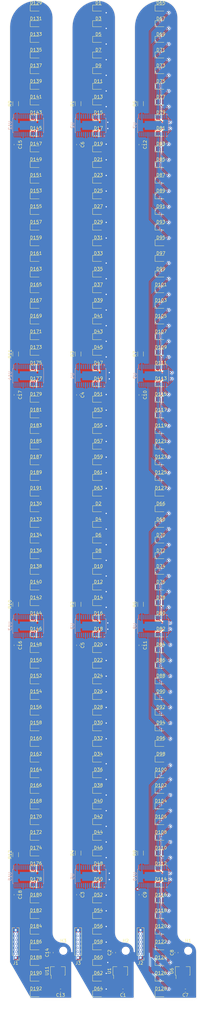
<source format=kicad_pcb>
(kicad_pcb (version 20171130) (host pcbnew "(5.1.10)-1")
  (layers (0 F.Cu signal) (31 B.Cu signal) (34 B.Paste user) (35 F.Paste user) (36 B.SilkS user) (37 F.SilkS user) (38 B.Mask user) (39 F.Mask user) (44 Edge.Cuts user))
  (net 0 "")
  (net 1 +12V)
  (net 2 G_3V3)
  (net 3 R_3V3)
  (net 4 B_3V3)
  (net 5 "Net-(D1-Pad1)")
  (net 6 "Net-(D2-Pad1)")
  (net 7 "Net-(D3-Pad1)")
  (net 8 "Net-(D4-Pad1)")
  (net 9 "Net-(D5-Pad1)")
  (net 10 "Net-(D6-Pad1)")
  (net 11 "Net-(D7-Pad1)")
  (net 12 "Net-(D8-Pad1)")
  (net 13 "Net-(D9-Pad1)")
  (net 14 "Net-(D10-Pad1)")
  (net 15 "Net-(D11-Pad1)")
  (net 16 "Net-(D12-Pad1)")
  (net 17 "Net-(D13-Pad1)")
  (net 18 "Net-(D14-Pad1)")
  (net 19 "Net-(D15-Pad1)")
  (net 20 "Net-(D16-Pad1)")
  (net 21 "Net-(D17-Pad1)")
  (net 22 "Net-(D18-Pad1)")
  (net 23 "Net-(D19-Pad1)")
  (net 24 "Net-(D20-Pad1)")
  (net 25 "Net-(D21-Pad1)")
  (net 26 "Net-(D22-Pad1)")
  (net 27 "Net-(D23-Pad1)")
  (net 28 "Net-(D24-Pad1)")
  (net 29 "Net-(D25-Pad1)")
  (net 30 "Net-(D26-Pad1)")
  (net 31 "Net-(D27-Pad1)")
  (net 32 "Net-(D28-Pad1)")
  (net 33 "Net-(D29-Pad1)")
  (net 34 "Net-(D30-Pad1)")
  (net 35 "Net-(D31-Pad1)")
  (net 36 "Net-(D32-Pad1)")
  (net 37 "Net-(D33-Pad1)")
  (net 38 "Net-(D34-Pad1)")
  (net 39 "Net-(D35-Pad1)")
  (net 40 "Net-(D36-Pad1)")
  (net 41 "Net-(D37-Pad1)")
  (net 42 "Net-(D38-Pad1)")
  (net 43 "Net-(D39-Pad1)")
  (net 44 "Net-(D40-Pad1)")
  (net 45 "Net-(D41-Pad1)")
  (net 46 "Net-(D42-Pad1)")
  (net 47 "Net-(D43-Pad1)")
  (net 48 "Net-(D44-Pad1)")
  (net 49 "Net-(D45-Pad1)")
  (net 50 "Net-(D46-Pad1)")
  (net 51 "Net-(D47-Pad1)")
  (net 52 "Net-(D48-Pad1)")
  (net 53 "Net-(D49-Pad1)")
  (net 54 "Net-(D50-Pad1)")
  (net 55 "Net-(D51-Pad1)")
  (net 56 "Net-(D52-Pad1)")
  (net 57 "Net-(D53-Pad1)")
  (net 58 "Net-(D54-Pad1)")
  (net 59 "Net-(D55-Pad1)")
  (net 60 "Net-(D56-Pad1)")
  (net 61 "Net-(D57-Pad1)")
  (net 62 "Net-(D58-Pad1)")
  (net 63 "Net-(D59-Pad1)")
  (net 64 "Net-(D60-Pad1)")
  (net 65 "Net-(D61-Pad1)")
  (net 66 "Net-(D62-Pad1)")
  (net 67 "Net-(D63-Pad1)")
  (net 68 "Net-(D64-Pad1)")
  (net 69 "Net-(D65-Pad1)")
  (net 70 "Net-(D66-Pad1)")
  (net 71 "Net-(D67-Pad1)")
  (net 72 "Net-(D68-Pad1)")
  (net 73 "Net-(D69-Pad1)")
  (net 74 "Net-(D70-Pad1)")
  (net 75 "Net-(D71-Pad1)")
  (net 76 "Net-(D72-Pad1)")
  (net 77 "Net-(D73-Pad1)")
  (net 78 "Net-(D74-Pad1)")
  (net 79 "Net-(D75-Pad1)")
  (net 80 "Net-(D76-Pad1)")
  (net 81 "Net-(D77-Pad1)")
  (net 82 "Net-(D78-Pad1)")
  (net 83 "Net-(D79-Pad1)")
  (net 84 "Net-(D80-Pad1)")
  (net 85 "Net-(D81-Pad1)")
  (net 86 "Net-(D82-Pad1)")
  (net 87 "Net-(D83-Pad1)")
  (net 88 "Net-(D84-Pad1)")
  (net 89 "Net-(D85-Pad1)")
  (net 90 "Net-(D86-Pad1)")
  (net 91 "Net-(D87-Pad1)")
  (net 92 "Net-(D88-Pad1)")
  (net 93 "Net-(D89-Pad1)")
  (net 94 "Net-(D90-Pad1)")
  (net 95 "Net-(D91-Pad1)")
  (net 96 "Net-(D92-Pad1)")
  (net 97 "Net-(D93-Pad1)")
  (net 98 "Net-(D94-Pad1)")
  (net 99 "Net-(D95-Pad1)")
  (net 100 "Net-(D96-Pad1)")
  (net 101 "Net-(D97-Pad1)")
  (net 102 "Net-(D98-Pad1)")
  (net 103 "Net-(D99-Pad1)")
  (net 104 "Net-(D100-Pad1)")
  (net 105 "Net-(D101-Pad1)")
  (net 106 "Net-(D102-Pad1)")
  (net 107 "Net-(D103-Pad1)")
  (net 108 "Net-(D104-Pad1)")
  (net 109 "Net-(D105-Pad1)")
  (net 110 "Net-(D106-Pad1)")
  (net 111 "Net-(D107-Pad1)")
  (net 112 "Net-(D108-Pad1)")
  (net 113 "Net-(D109-Pad1)")
  (net 114 "Net-(D110-Pad1)")
  (net 115 "Net-(D111-Pad1)")
  (net 116 "Net-(D112-Pad1)")
  (net 117 "Net-(D113-Pad1)")
  (net 118 "Net-(D114-Pad1)")
  (net 119 "Net-(D115-Pad1)")
  (net 120 "Net-(D116-Pad1)")
  (net 121 "Net-(D117-Pad1)")
  (net 122 "Net-(D118-Pad1)")
  (net 123 "Net-(D119-Pad1)")
  (net 124 "Net-(D120-Pad1)")
  (net 125 "Net-(D121-Pad1)")
  (net 126 "Net-(D122-Pad1)")
  (net 127 "Net-(D123-Pad1)")
  (net 128 "Net-(D124-Pad1)")
  (net 129 "Net-(D125-Pad1)")
  (net 130 "Net-(D126-Pad1)")
  (net 131 "Net-(D127-Pad1)")
  (net 132 "Net-(D128-Pad1)")
  (net 133 "Net-(D129-Pad1)")
  (net 134 "Net-(D130-Pad1)")
  (net 135 "Net-(D131-Pad1)")
  (net 136 "Net-(D132-Pad1)")
  (net 137 "Net-(D133-Pad1)")
  (net 138 "Net-(D134-Pad1)")
  (net 139 "Net-(D135-Pad1)")
  (net 140 "Net-(D136-Pad1)")
  (net 141 "Net-(D137-Pad1)")
  (net 142 "Net-(D138-Pad1)")
  (net 143 "Net-(D139-Pad1)")
  (net 144 "Net-(D140-Pad1)")
  (net 145 "Net-(D141-Pad1)")
  (net 146 "Net-(D142-Pad1)")
  (net 147 "Net-(D143-Pad1)")
  (net 148 "Net-(D144-Pad1)")
  (net 149 "Net-(D145-Pad1)")
  (net 150 "Net-(D146-Pad1)")
  (net 151 "Net-(D147-Pad1)")
  (net 152 "Net-(D148-Pad1)")
  (net 153 "Net-(D149-Pad1)")
  (net 154 "Net-(D150-Pad1)")
  (net 155 "Net-(D151-Pad1)")
  (net 156 "Net-(D152-Pad1)")
  (net 157 "Net-(D153-Pad1)")
  (net 158 "Net-(D154-Pad1)")
  (net 159 "Net-(D155-Pad1)")
  (net 160 "Net-(D156-Pad1)")
  (net 161 "Net-(D157-Pad1)")
  (net 162 "Net-(D158-Pad1)")
  (net 163 "Net-(D159-Pad1)")
  (net 164 "Net-(D160-Pad1)")
  (net 165 "Net-(D161-Pad1)")
  (net 166 "Net-(D162-Pad1)")
  (net 167 "Net-(D163-Pad1)")
  (net 168 "Net-(D164-Pad1)")
  (net 169 "Net-(D165-Pad1)")
  (net 170 "Net-(D166-Pad1)")
  (net 171 "Net-(D167-Pad1)")
  (net 172 "Net-(D168-Pad1)")
  (net 173 "Net-(D169-Pad1)")
  (net 174 "Net-(D170-Pad1)")
  (net 175 "Net-(D171-Pad1)")
  (net 176 "Net-(D172-Pad1)")
  (net 177 "Net-(D173-Pad1)")
  (net 178 "Net-(D174-Pad1)")
  (net 179 "Net-(D175-Pad1)")
  (net 180 "Net-(D176-Pad1)")
  (net 181 "Net-(D177-Pad1)")
  (net 182 "Net-(D178-Pad1)")
  (net 183 "Net-(D179-Pad1)")
  (net 184 "Net-(D180-Pad1)")
  (net 185 "Net-(D181-Pad1)")
  (net 186 "Net-(D182-Pad1)")
  (net 187 "Net-(D183-Pad1)")
  (net 188 "Net-(D184-Pad1)")
  (net 189 "Net-(D185-Pad1)")
  (net 190 "Net-(D186-Pad1)")
  (net 191 "Net-(D187-Pad1)")
  (net 192 "Net-(D188-Pad1)")
  (net 193 "Net-(D189-Pad1)")
  (net 194 "Net-(D190-Pad1)")
  (net 195 "Net-(D191-Pad1)")
  (net 196 "Net-(D192-Pad1)")
  (net 197 ~RESET~)
  (net 198 ~0E~)
  (net 199 SPI1_CLK)
  (net 200 SPI1_MISO)
  (net 201 SPI1_MOSI)
  (net 202 ~CS~_GREEN)
  (net 203 ~CS~_BLUE)
  (net 204 ~CS~_RED)
  (net 205 "Net-(R1-Pad1)")
  (net 206 "Net-(R2-Pad1)")
  (net 207 "Net-(R3-Pad1)")
  (net 208 "Net-(R4-Pad1)")
  (net 209 "Net-(R5-Pad1)")
  (net 210 "Net-(R6-Pad1)")
  (net 211 "Net-(R7-Pad1)")
  (net 212 "Net-(R8-Pad1)")
  (net 213 "Net-(R9-Pad1)")
  (net 214 "Net-(R10-Pad1)")
  (net 215 "Net-(R11-Pad1)")
  (net 216 "Net-(R12-Pad1)")
  (net 217 "Net-(U2-Pad3)")
  (net 218 "Net-(U3-Pad3)")
  (net 219 "Net-(U7-Pad3)")
  (net 220 "Net-(U10-Pad27)")
  (net 221 "Net-(U12-Pad3)")
  (net 222 "Net-(U13-Pad3)")
  (net 223 EP)
  (net 224 "Net-(U3-Pad27)")
  (net 225 "Net-(U8-Pad27)")
  (net 226 "Net-(U13-Pad27)")
  (module MountingHole:MountingHole_2.2mm_M2 (layer F.Cu) (at -40.25 301.25)
    (fp_text reference H3 (at 0 -3.2) (layer F.SilkS))
    (fp_text value MountingHole)
    (pad 1 np_thru_hole circle (at 0 0) (size 2.2 2.2) (drill 2.2) (layers *.Cu *.Mask))
  )
  (module MountingHole:MountingHole_2.2mm_M2 (layer F.Cu) (at -20.25 301.25)
    (fp_text reference H2 (at 0 -3.2) (layer F.SilkS))
    (fp_text value MountingHole)
    (pad 1 np_thru_hole circle (at 0 0) (size 2.2 2.2) (drill 2.2) (layers *.Cu *.Mask))
  )
  (module MountingHole:MountingHole_2.2mm_M2 (layer F.Cu) (at -0.25 301.25)
    (fp_text reference H1 (at 0 -3.2) (layer F.SilkS))
    (fp_text value MountingHole)
    (pad 1 np_thru_hole circle (at 0 0) (size 2.2 2.2) (drill 2.2) (layers *.Cu *.Mask))
  )
  (module Package_SO:HTSSOP-28-1EP_4.4x9.7mm_P0.65mm_EP2.85x5.4mm (layer B.Cu) (at -51.5 277.5 270)
    (fp_text reference U15 (at 0 5.8 270) (layer B.SilkS) (effects (justify mirror)))
    (fp_text value PCA9745)
    (pad 29 smd rect (at 0 0 270) (size 2.85 5.4) (layers B.Cu B.Mask) (net 223 EP))
    (pad 28 smd roundrect (at 2.8625 4.225 270) (size 1.475 0.4) (layers B.Cu B.Paste B.Mask) (net 4 B_3V3))
    (pad 27 smd roundrect (at 2.8625 3.575 270) (size 1.475 0.4) (layers B.Cu B.Paste B.Mask) (net 222 "Net-(U13-Pad3)"))
    (pad 26 smd roundrect (at 2.8625 2.925 270) (size 1.475 0.4) (layers B.Cu B.Paste B.Mask) (net 199 SPI1_CLK))
    (pad 25 smd roundrect (at 2.8625 2.275 270) (size 1.475 0.4) (layers B.Cu B.Paste B.Mask) (net 197 ~RESET~))
    (pad 24 smd roundrect (at 2.8625 1.625 270) (size 1.475 0.4) (layers B.Cu B.Paste B.Mask) (net 223 EP))
    (pad 23 smd roundrect (at 2.8625 0.975 270) (size 1.475 0.4) (layers B.Cu B.Paste B.Mask) (net 196 "Net-(D192-Pad1)"))
    (pad 22 smd roundrect (at 2.8625 0.325 270) (size 1.475 0.4) (layers B.Cu B.Paste B.Mask) (net 194 "Net-(D190-Pad1)"))
    (pad 21 smd roundrect (at 2.8625 -0.325 270) (size 1.475 0.4) (layers B.Cu B.Paste B.Mask) (net 192 "Net-(D188-Pad1)"))
    (pad 20 smd roundrect (at 2.8625 -0.975 270) (size 1.475 0.4) (layers B.Cu B.Paste B.Mask) (net 190 "Net-(D186-Pad1)"))
    (pad 19 smd roundrect (at 2.8625 -1.625 270) (size 1.475 0.4) (layers B.Cu B.Paste B.Mask) (net 223 EP))
    (pad 18 smd roundrect (at 2.8625 -2.275 270) (size 1.475 0.4) (layers B.Cu B.Paste B.Mask) (net 188 "Net-(D184-Pad1)"))
    (pad 17 smd roundrect (at 2.8625 -2.925 270) (size 1.475 0.4) (layers B.Cu B.Paste B.Mask) (net 186 "Net-(D182-Pad1)"))
    (pad 16 smd roundrect (at 2.8625 -3.575 270) (size 1.475 0.4) (layers B.Cu B.Paste B.Mask) (net 184 "Net-(D180-Pad1)"))
    (pad 15 smd roundrect (at 2.8625 -4.225 270) (size 1.475 0.4) (layers B.Cu B.Paste B.Mask) (net 182 "Net-(D178-Pad1)"))
    (pad 14 smd roundrect (at -2.8625 -4.225 270) (size 1.475 0.4) (layers B.Cu B.Paste B.Mask) (net 180 "Net-(D176-Pad1)"))
    (pad 13 smd roundrect (at -2.8625 -3.575 270) (size 1.475 0.4) (layers B.Cu B.Paste B.Mask) (net 178 "Net-(D174-Pad1)"))
    (pad 12 smd roundrect (at -2.8625 -2.925 270) (size 1.475 0.4) (layers B.Cu B.Paste B.Mask) (net 176 "Net-(D172-Pad1)"))
    (pad 11 smd roundrect (at -2.8625 -2.275 270) (size 1.475 0.4) (layers B.Cu B.Paste B.Mask) (net 174 "Net-(D170-Pad1)"))
    (pad 10 smd roundrect (at -2.8625 -1.625 270) (size 1.475 0.4) (layers B.Cu B.Paste B.Mask) (net 223 EP))
    (pad 9 smd roundrect (at -2.8625 -0.975 270) (size 1.475 0.4) (layers B.Cu B.Paste B.Mask) (net 172 "Net-(D168-Pad1)"))
    (pad 8 smd roundrect (at -2.8625 -0.325 270) (size 1.475 0.4) (layers B.Cu B.Paste B.Mask) (net 170 "Net-(D166-Pad1)"))
    (pad 7 smd roundrect (at -2.8625 0.325 270) (size 1.475 0.4) (layers B.Cu B.Paste B.Mask) (net 168 "Net-(D164-Pad1)"))
    (pad 6 smd roundrect (at -2.8625 0.975 270) (size 1.475 0.4) (layers B.Cu B.Paste B.Mask) (net 166 "Net-(D162-Pad1)"))
    (pad 5 smd roundrect (at -2.8625 1.625 270) (size 1.475 0.4) (layers B.Cu B.Paste B.Mask) (net 198 ~0E~))
    (pad 4 smd roundrect (at -2.8625 2.275 270) (size 1.475 0.4) (layers B.Cu B.Paste B.Mask) (net 203 ~CS~_BLUE))
    (pad 3 smd roundrect (at -2.8625 2.925 270) (size 1.475 0.4) (layers B.Cu B.Paste B.Mask) (net 200 SPI1_MISO))
    (pad 2 smd roundrect (at -2.8625 3.575 270) (size 1.475 0.4) (layers B.Cu B.Paste B.Mask) (net 223 EP))
    (pad 1 smd roundrect (at -2.8625 4.225 270) (size 1.475 0.4) (layers B.Cu B.Paste B.Mask) (net 216 "Net-(R12-Pad1)"))
  )
  (module Package_SO:HTSSOP-28-1EP_4.4x9.7mm_P0.65mm_EP2.85x5.4mm (layer B.Cu) (at -51.5 197.5 270)
    (fp_text reference U13 (at 0 5.8 270) (layer B.SilkS) (effects (justify mirror)))
    (fp_text value PCA9745)
    (pad 29 smd rect (at 0 0 270) (size 2.85 5.4) (layers B.Cu B.Mask) (net 223 EP))
    (pad 28 smd roundrect (at 2.8625 4.225 270) (size 1.475 0.4) (layers B.Cu B.Paste B.Mask) (net 4 B_3V3))
    (pad 27 smd roundrect (at 2.8625 3.575 270) (size 1.475 0.4) (layers B.Cu B.Paste B.Mask) (net 226 "Net-(U13-Pad27)"))
    (pad 26 smd roundrect (at 2.8625 2.925 270) (size 1.475 0.4) (layers B.Cu B.Paste B.Mask) (net 199 SPI1_CLK))
    (pad 25 smd roundrect (at 2.8625 2.275 270) (size 1.475 0.4) (layers B.Cu B.Paste B.Mask) (net 197 ~RESET~))
    (pad 24 smd roundrect (at 2.8625 1.625 270) (size 1.475 0.4) (layers B.Cu B.Paste B.Mask) (net 223 EP))
    (pad 23 smd roundrect (at 2.8625 0.975 270) (size 1.475 0.4) (layers B.Cu B.Paste B.Mask) (net 164 "Net-(D160-Pad1)"))
    (pad 22 smd roundrect (at 2.8625 0.325 270) (size 1.475 0.4) (layers B.Cu B.Paste B.Mask) (net 162 "Net-(D158-Pad1)"))
    (pad 21 smd roundrect (at 2.8625 -0.325 270) (size 1.475 0.4) (layers B.Cu B.Paste B.Mask) (net 160 "Net-(D156-Pad1)"))
    (pad 20 smd roundrect (at 2.8625 -0.975 270) (size 1.475 0.4) (layers B.Cu B.Paste B.Mask) (net 158 "Net-(D154-Pad1)"))
    (pad 19 smd roundrect (at 2.8625 -1.625 270) (size 1.475 0.4) (layers B.Cu B.Paste B.Mask) (net 223 EP))
    (pad 18 smd roundrect (at 2.8625 -2.275 270) (size 1.475 0.4) (layers B.Cu B.Paste B.Mask) (net 156 "Net-(D152-Pad1)"))
    (pad 17 smd roundrect (at 2.8625 -2.925 270) (size 1.475 0.4) (layers B.Cu B.Paste B.Mask) (net 154 "Net-(D150-Pad1)"))
    (pad 16 smd roundrect (at 2.8625 -3.575 270) (size 1.475 0.4) (layers B.Cu B.Paste B.Mask) (net 152 "Net-(D148-Pad1)"))
    (pad 15 smd roundrect (at 2.8625 -4.225 270) (size 1.475 0.4) (layers B.Cu B.Paste B.Mask) (net 150 "Net-(D146-Pad1)"))
    (pad 14 smd roundrect (at -2.8625 -4.225 270) (size 1.475 0.4) (layers B.Cu B.Paste B.Mask) (net 148 "Net-(D144-Pad1)"))
    (pad 13 smd roundrect (at -2.8625 -3.575 270) (size 1.475 0.4) (layers B.Cu B.Paste B.Mask) (net 146 "Net-(D142-Pad1)"))
    (pad 12 smd roundrect (at -2.8625 -2.925 270) (size 1.475 0.4) (layers B.Cu B.Paste B.Mask) (net 144 "Net-(D140-Pad1)"))
    (pad 11 smd roundrect (at -2.8625 -2.275 270) (size 1.475 0.4) (layers B.Cu B.Paste B.Mask) (net 142 "Net-(D138-Pad1)"))
    (pad 10 smd roundrect (at -2.8625 -1.625 270) (size 1.475 0.4) (layers B.Cu B.Paste B.Mask) (net 223 EP))
    (pad 9 smd roundrect (at -2.8625 -0.975 270) (size 1.475 0.4) (layers B.Cu B.Paste B.Mask) (net 140 "Net-(D136-Pad1)"))
    (pad 8 smd roundrect (at -2.8625 -0.325 270) (size 1.475 0.4) (layers B.Cu B.Paste B.Mask) (net 138 "Net-(D134-Pad1)"))
    (pad 7 smd roundrect (at -2.8625 0.325 270) (size 1.475 0.4) (layers B.Cu B.Paste B.Mask) (net 136 "Net-(D132-Pad1)"))
    (pad 6 smd roundrect (at -2.8625 0.975 270) (size 1.475 0.4) (layers B.Cu B.Paste B.Mask) (net 134 "Net-(D130-Pad1)"))
    (pad 5 smd roundrect (at -2.8625 1.625 270) (size 1.475 0.4) (layers B.Cu B.Paste B.Mask) (net 198 ~0E~))
    (pad 4 smd roundrect (at -2.8625 2.275 270) (size 1.475 0.4) (layers B.Cu B.Paste B.Mask) (net 203 ~CS~_BLUE))
    (pad 3 smd roundrect (at -2.8625 2.925 270) (size 1.475 0.4) (layers B.Cu B.Paste B.Mask) (net 222 "Net-(U13-Pad3)"))
    (pad 2 smd roundrect (at -2.8625 3.575 270) (size 1.475 0.4) (layers B.Cu B.Paste B.Mask) (net 223 EP))
    (pad 1 smd roundrect (at -2.8625 4.225 270) (size 1.475 0.4) (layers B.Cu B.Paste B.Mask) (net 214 "Net-(R10-Pad1)"))
  )
  (module Package_SO:HTSSOP-28-1EP_4.4x9.7mm_P0.65mm_EP2.85x5.4mm (layer B.Cu) (at -51.5 117.5 270)
    (fp_text reference U14 (at 0 5.8 270) (layer B.SilkS) (effects (justify mirror)))
    (fp_text value PCA9745)
    (pad 29 smd rect (at 0 0 270) (size 2.85 5.4) (layers B.Cu B.Mask) (net 223 EP))
    (pad 28 smd roundrect (at 2.8625 4.225 270) (size 1.475 0.4) (layers B.Cu B.Paste B.Mask) (net 4 B_3V3))
    (pad 27 smd roundrect (at 2.8625 3.575 270) (size 1.475 0.4) (layers B.Cu B.Paste B.Mask) (net 221 "Net-(U12-Pad3)"))
    (pad 26 smd roundrect (at 2.8625 2.925 270) (size 1.475 0.4) (layers B.Cu B.Paste B.Mask) (net 199 SPI1_CLK))
    (pad 25 smd roundrect (at 2.8625 2.275 270) (size 1.475 0.4) (layers B.Cu B.Paste B.Mask) (net 197 ~RESET~))
    (pad 24 smd roundrect (at 2.8625 1.625 270) (size 1.475 0.4) (layers B.Cu B.Paste B.Mask) (net 223 EP))
    (pad 23 smd roundrect (at 2.8625 0.975 270) (size 1.475 0.4) (layers B.Cu B.Paste B.Mask) (net 195 "Net-(D191-Pad1)"))
    (pad 22 smd roundrect (at 2.8625 0.325 270) (size 1.475 0.4) (layers B.Cu B.Paste B.Mask) (net 193 "Net-(D189-Pad1)"))
    (pad 21 smd roundrect (at 2.8625 -0.325 270) (size 1.475 0.4) (layers B.Cu B.Paste B.Mask) (net 191 "Net-(D187-Pad1)"))
    (pad 20 smd roundrect (at 2.8625 -0.975 270) (size 1.475 0.4) (layers B.Cu B.Paste B.Mask) (net 189 "Net-(D185-Pad1)"))
    (pad 19 smd roundrect (at 2.8625 -1.625 270) (size 1.475 0.4) (layers B.Cu B.Paste B.Mask) (net 223 EP))
    (pad 18 smd roundrect (at 2.8625 -2.275 270) (size 1.475 0.4) (layers B.Cu B.Paste B.Mask) (net 187 "Net-(D183-Pad1)"))
    (pad 17 smd roundrect (at 2.8625 -2.925 270) (size 1.475 0.4) (layers B.Cu B.Paste B.Mask) (net 185 "Net-(D181-Pad1)"))
    (pad 16 smd roundrect (at 2.8625 -3.575 270) (size 1.475 0.4) (layers B.Cu B.Paste B.Mask) (net 183 "Net-(D179-Pad1)"))
    (pad 15 smd roundrect (at 2.8625 -4.225 270) (size 1.475 0.4) (layers B.Cu B.Paste B.Mask) (net 181 "Net-(D177-Pad1)"))
    (pad 14 smd roundrect (at -2.8625 -4.225 270) (size 1.475 0.4) (layers B.Cu B.Paste B.Mask) (net 179 "Net-(D175-Pad1)"))
    (pad 13 smd roundrect (at -2.8625 -3.575 270) (size 1.475 0.4) (layers B.Cu B.Paste B.Mask) (net 177 "Net-(D173-Pad1)"))
    (pad 12 smd roundrect (at -2.8625 -2.925 270) (size 1.475 0.4) (layers B.Cu B.Paste B.Mask) (net 175 "Net-(D171-Pad1)"))
    (pad 11 smd roundrect (at -2.8625 -2.275 270) (size 1.475 0.4) (layers B.Cu B.Paste B.Mask) (net 173 "Net-(D169-Pad1)"))
    (pad 10 smd roundrect (at -2.8625 -1.625 270) (size 1.475 0.4) (layers B.Cu B.Paste B.Mask) (net 223 EP))
    (pad 9 smd roundrect (at -2.8625 -0.975 270) (size 1.475 0.4) (layers B.Cu B.Paste B.Mask) (net 171 "Net-(D167-Pad1)"))
    (pad 8 smd roundrect (at -2.8625 -0.325 270) (size 1.475 0.4) (layers B.Cu B.Paste B.Mask) (net 169 "Net-(D165-Pad1)"))
    (pad 7 smd roundrect (at -2.8625 0.325 270) (size 1.475 0.4) (layers B.Cu B.Paste B.Mask) (net 167 "Net-(D163-Pad1)"))
    (pad 6 smd roundrect (at -2.8625 0.975 270) (size 1.475 0.4) (layers B.Cu B.Paste B.Mask) (net 165 "Net-(D161-Pad1)"))
    (pad 5 smd roundrect (at -2.8625 1.625 270) (size 1.475 0.4) (layers B.Cu B.Paste B.Mask) (net 198 ~0E~))
    (pad 4 smd roundrect (at -2.8625 2.275 270) (size 1.475 0.4) (layers B.Cu B.Paste B.Mask) (net 203 ~CS~_BLUE))
    (pad 3 smd roundrect (at -2.8625 2.925 270) (size 1.475 0.4) (layers B.Cu B.Paste B.Mask) (net 226 "Net-(U13-Pad27)"))
    (pad 2 smd roundrect (at -2.8625 3.575 270) (size 1.475 0.4) (layers B.Cu B.Paste B.Mask) (net 223 EP))
    (pad 1 smd roundrect (at -2.8625 4.225 270) (size 1.475 0.4) (layers B.Cu B.Paste B.Mask) (net 215 "Net-(R11-Pad1)"))
  )
  (module Package_SO:HTSSOP-28-1EP_4.4x9.7mm_P0.65mm_EP2.85x5.4mm (layer B.Cu) (at -51.5 37.5 270)
    (fp_text reference U12 (at 0 5.8 90) (layer B.SilkS) (effects (justify mirror)))
    (fp_text value PCA9745)
    (pad 29 smd rect (at 0 0 270) (size 2.85 5.4) (layers B.Cu B.Mask) (net 223 EP))
    (pad 28 smd roundrect (at 2.8625 4.225 270) (size 1.475 0.4) (layers B.Cu B.Paste B.Mask) (net 4 B_3V3))
    (pad 27 smd roundrect (at 2.8625 3.575 270) (size 1.475 0.4) (layers B.Cu B.Paste B.Mask) (net 201 SPI1_MOSI))
    (pad 26 smd roundrect (at 2.8625 2.925 270) (size 1.475 0.4) (layers B.Cu B.Paste B.Mask) (net 199 SPI1_CLK))
    (pad 25 smd roundrect (at 2.8625 2.275 270) (size 1.475 0.4) (layers B.Cu B.Paste B.Mask) (net 197 ~RESET~))
    (pad 24 smd roundrect (at 2.8625 1.625 270) (size 1.475 0.4) (layers B.Cu B.Paste B.Mask) (net 223 EP))
    (pad 23 smd roundrect (at 2.8625 0.975 270) (size 1.475 0.4) (layers B.Cu B.Paste B.Mask) (net 163 "Net-(D159-Pad1)"))
    (pad 22 smd roundrect (at 2.8625 0.325 270) (size 1.475 0.4) (layers B.Cu B.Paste B.Mask) (net 161 "Net-(D157-Pad1)"))
    (pad 21 smd roundrect (at 2.8625 -0.325 270) (size 1.475 0.4) (layers B.Cu B.Paste B.Mask) (net 159 "Net-(D155-Pad1)"))
    (pad 20 smd roundrect (at 2.8625 -0.975 270) (size 1.475 0.4) (layers B.Cu B.Paste B.Mask) (net 157 "Net-(D153-Pad1)"))
    (pad 19 smd roundrect (at 2.8625 -1.625 270) (size 1.475 0.4) (layers B.Cu B.Paste B.Mask) (net 223 EP))
    (pad 18 smd roundrect (at 2.8625 -2.275 270) (size 1.475 0.4) (layers B.Cu B.Paste B.Mask) (net 155 "Net-(D151-Pad1)"))
    (pad 17 smd roundrect (at 2.8625 -2.925 270) (size 1.475 0.4) (layers B.Cu B.Paste B.Mask) (net 153 "Net-(D149-Pad1)"))
    (pad 16 smd roundrect (at 2.8625 -3.575 270) (size 1.475 0.4) (layers B.Cu B.Paste B.Mask) (net 151 "Net-(D147-Pad1)"))
    (pad 15 smd roundrect (at 2.8625 -4.225 270) (size 1.475 0.4) (layers B.Cu B.Paste B.Mask) (net 149 "Net-(D145-Pad1)"))
    (pad 14 smd roundrect (at -2.8625 -4.225 270) (size 1.475 0.4) (layers B.Cu B.Paste B.Mask) (net 147 "Net-(D143-Pad1)"))
    (pad 13 smd roundrect (at -2.8625 -3.575 270) (size 1.475 0.4) (layers B.Cu B.Paste B.Mask) (net 145 "Net-(D141-Pad1)"))
    (pad 12 smd roundrect (at -2.8625 -2.925 270) (size 1.475 0.4) (layers B.Cu B.Paste B.Mask) (net 143 "Net-(D139-Pad1)"))
    (pad 11 smd roundrect (at -2.8625 -2.275 270) (size 1.475 0.4) (layers B.Cu B.Paste B.Mask) (net 141 "Net-(D137-Pad1)"))
    (pad 10 smd roundrect (at -2.8625 -1.625 270) (size 1.475 0.4) (layers B.Cu B.Paste B.Mask) (net 223 EP))
    (pad 9 smd roundrect (at -2.8625 -0.975 270) (size 1.475 0.4) (layers B.Cu B.Paste B.Mask) (net 139 "Net-(D135-Pad1)"))
    (pad 8 smd roundrect (at -2.8625 -0.325 270) (size 1.475 0.4) (layers B.Cu B.Paste B.Mask) (net 137 "Net-(D133-Pad1)"))
    (pad 7 smd roundrect (at -2.8625 0.325 270) (size 1.475 0.4) (layers B.Cu B.Paste B.Mask) (net 135 "Net-(D131-Pad1)"))
    (pad 6 smd roundrect (at -2.8625 0.975 270) (size 1.475 0.4) (layers B.Cu B.Paste B.Mask) (net 133 "Net-(D129-Pad1)"))
    (pad 5 smd roundrect (at -2.8625 1.625 270) (size 1.475 0.4) (layers B.Cu B.Paste B.Mask) (net 198 ~0E~))
    (pad 4 smd roundrect (at -2.8625 2.275 270) (size 1.475 0.4) (layers B.Cu B.Paste B.Mask) (net 203 ~CS~_BLUE))
    (pad 3 smd roundrect (at -2.8625 2.925 270) (size 1.475 0.4) (layers B.Cu B.Paste B.Mask) (net 221 "Net-(U12-Pad3)"))
    (pad 2 smd roundrect (at -2.8625 3.575 270) (size 1.475 0.4) (layers B.Cu B.Paste B.Mask) (net 223 EP))
    (pad 1 smd roundrect (at -2.8625 4.225 270) (size 1.475 0.4) (layers B.Cu B.Paste B.Mask) (net 213 "Net-(R9-Pad1)"))
  )
  (module Package_TO_SOT_SMD:SOT-89-3_Handsoldering (layer F.Cu) (at -42 308 90)
    (fp_text reference U11 (at 0.3 -3.5 90) (layer F.SilkS))
    (fp_text value AZ1117-3.3)
    (pad 2 smd custom (at -2.0625 0 90) (size 2.475 0.9) (layers F.Cu F.Paste F.Mask) (net 4 B_3V3) (options (clearance outline) (anchor rect)) (primitives (gr_poly (pts (xy 1.2375 -0.8665) (xy 5.3625 -0.8665) (xy 5.3625 0.8665) (xy 1.2375 0.8665)) (width 0))))
    (pad 3 smd rect (at -2.15 1.5 90) (size 2.3 0.9) (layers F.Cu F.Paste F.Mask) (net 1 +12V))
    (pad 1 smd rect (at -2.15 -1.5 90) (size 2.3 0.9) (layers F.Cu F.Paste F.Mask) (net 223 EP))
  )
  (module Package_SO:HTSSOP-28-1EP_4.4x9.7mm_P0.65mm_EP2.85x5.4mm (layer B.Cu) (at -11.5 277.5 270)
    (fp_text reference U10 (at 0 5.8 90) (layer B.SilkS) (effects (justify mirror)))
    (fp_text value PCA9745)
    (pad 29 smd rect (at 0 0 270) (size 2.85 5.4) (layers B.Cu B.Mask) (net 223 EP))
    (pad 28 smd roundrect (at 2.8625 4.225 270) (size 1.475 0.4) (layers B.Cu B.Paste B.Mask) (net 3 R_3V3))
    (pad 27 smd roundrect (at 2.8625 3.575 270) (size 1.475 0.4) (layers B.Cu B.Paste B.Mask) (net 220 "Net-(U10-Pad27)"))
    (pad 26 smd roundrect (at 2.8625 2.925 270) (size 1.475 0.4) (layers B.Cu B.Paste B.Mask) (net 199 SPI1_CLK))
    (pad 25 smd roundrect (at 2.8625 2.275 270) (size 1.475 0.4) (layers B.Cu B.Paste B.Mask) (net 197 ~RESET~))
    (pad 24 smd roundrect (at 2.8625 1.625 270) (size 1.475 0.4) (layers B.Cu B.Paste B.Mask) (net 223 EP))
    (pad 23 smd roundrect (at 2.8625 0.975 270) (size 1.475 0.4) (layers B.Cu B.Paste B.Mask) (net 132 "Net-(D128-Pad1)"))
    (pad 22 smd roundrect (at 2.8625 0.325 270) (size 1.475 0.4) (layers B.Cu B.Paste B.Mask) (net 130 "Net-(D126-Pad1)"))
    (pad 21 smd roundrect (at 2.8625 -0.325 270) (size 1.475 0.4) (layers B.Cu B.Paste B.Mask) (net 128 "Net-(D124-Pad1)"))
    (pad 20 smd roundrect (at 2.8625 -0.975 270) (size 1.475 0.4) (layers B.Cu B.Paste B.Mask) (net 126 "Net-(D122-Pad1)"))
    (pad 19 smd roundrect (at 2.8625 -1.625 270) (size 1.475 0.4) (layers B.Cu B.Paste B.Mask) (net 223 EP))
    (pad 18 smd roundrect (at 2.8625 -2.275 270) (size 1.475 0.4) (layers B.Cu B.Paste B.Mask) (net 124 "Net-(D120-Pad1)"))
    (pad 17 smd roundrect (at 2.8625 -2.925 270) (size 1.475 0.4) (layers B.Cu B.Paste B.Mask) (net 122 "Net-(D118-Pad1)"))
    (pad 16 smd roundrect (at 2.8625 -3.575 270) (size 1.475 0.4) (layers B.Cu B.Paste B.Mask) (net 120 "Net-(D116-Pad1)"))
    (pad 15 smd roundrect (at 2.8625 -4.225 270) (size 1.475 0.4) (layers B.Cu B.Paste B.Mask) (net 118 "Net-(D114-Pad1)"))
    (pad 14 smd roundrect (at -2.8625 -4.225 270) (size 1.475 0.4) (layers B.Cu B.Paste B.Mask) (net 116 "Net-(D112-Pad1)"))
    (pad 13 smd roundrect (at -2.8625 -3.575 270) (size 1.475 0.4) (layers B.Cu B.Paste B.Mask) (net 114 "Net-(D110-Pad1)"))
    (pad 12 smd roundrect (at -2.8625 -2.925 270) (size 1.475 0.4) (layers B.Cu B.Paste B.Mask) (net 112 "Net-(D108-Pad1)"))
    (pad 11 smd roundrect (at -2.8625 -2.275 270) (size 1.475 0.4) (layers B.Cu B.Paste B.Mask) (net 110 "Net-(D106-Pad1)"))
    (pad 10 smd roundrect (at -2.8625 -1.625 270) (size 1.475 0.4) (layers B.Cu B.Paste B.Mask) (net 223 EP))
    (pad 9 smd roundrect (at -2.8625 -0.975 270) (size 1.475 0.4) (layers B.Cu B.Paste B.Mask) (net 108 "Net-(D104-Pad1)"))
    (pad 8 smd roundrect (at -2.8625 -0.325 270) (size 1.475 0.4) (layers B.Cu B.Paste B.Mask) (net 106 "Net-(D102-Pad1)"))
    (pad 7 smd roundrect (at -2.8625 0.325 270) (size 1.475 0.4) (layers B.Cu B.Paste B.Mask) (net 104 "Net-(D100-Pad1)"))
    (pad 6 smd roundrect (at -2.8625 0.975 270) (size 1.475 0.4) (layers B.Cu B.Paste B.Mask) (net 102 "Net-(D98-Pad1)"))
    (pad 5 smd roundrect (at -2.8625 1.625 270) (size 1.475 0.4) (layers B.Cu B.Paste B.Mask) (net 198 ~0E~))
    (pad 4 smd roundrect (at -2.8625 2.275 270) (size 1.475 0.4) (layers B.Cu B.Paste B.Mask) (net 204 ~CS~_RED))
    (pad 3 smd roundrect (at -2.8625 2.925 270) (size 1.475 0.4) (layers B.Cu B.Paste B.Mask) (net 200 SPI1_MISO))
    (pad 2 smd roundrect (at -2.8625 3.575 270) (size 1.475 0.4) (layers B.Cu B.Paste B.Mask) (net 223 EP))
    (pad 1 smd roundrect (at -2.8625 4.225 270) (size 1.475 0.4) (layers B.Cu B.Paste B.Mask) (net 212 "Net-(R8-Pad1)"))
  )
  (module Package_SO:HTSSOP-28-1EP_4.4x9.7mm_P0.65mm_EP2.85x5.4mm (layer B.Cu) (at -11.5 197.5 270)
    (fp_text reference U8 (at 0 5.8 90) (layer B.SilkS) (effects (justify mirror)))
    (fp_text value PCA9745)
    (pad 29 smd rect (at 0 0 270) (size 2.85 5.4) (layers B.Cu B.Mask) (net 223 EP))
    (pad 28 smd roundrect (at 2.8625 4.225 270) (size 1.475 0.4) (layers B.Cu B.Paste B.Mask) (net 3 R_3V3))
    (pad 27 smd roundrect (at 2.8625 3.575 270) (size 1.475 0.4) (layers B.Cu B.Paste B.Mask) (net 225 "Net-(U8-Pad27)"))
    (pad 26 smd roundrect (at 2.8625 2.925 270) (size 1.475 0.4) (layers B.Cu B.Paste B.Mask) (net 199 SPI1_CLK))
    (pad 25 smd roundrect (at 2.8625 2.275 270) (size 1.475 0.4) (layers B.Cu B.Paste B.Mask) (net 197 ~RESET~))
    (pad 24 smd roundrect (at 2.8625 1.625 270) (size 1.475 0.4) (layers B.Cu B.Paste B.Mask) (net 223 EP))
    (pad 23 smd roundrect (at 2.8625 0.975 270) (size 1.475 0.4) (layers B.Cu B.Paste B.Mask) (net 100 "Net-(D96-Pad1)"))
    (pad 22 smd roundrect (at 2.8625 0.325 270) (size 1.475 0.4) (layers B.Cu B.Paste B.Mask) (net 98 "Net-(D94-Pad1)"))
    (pad 21 smd roundrect (at 2.8625 -0.325 270) (size 1.475 0.4) (layers B.Cu B.Paste B.Mask) (net 96 "Net-(D92-Pad1)"))
    (pad 20 smd roundrect (at 2.8625 -0.975 270) (size 1.475 0.4) (layers B.Cu B.Paste B.Mask) (net 94 "Net-(D90-Pad1)"))
    (pad 19 smd roundrect (at 2.8625 -1.625 270) (size 1.475 0.4) (layers B.Cu B.Paste B.Mask) (net 223 EP))
    (pad 18 smd roundrect (at 2.8625 -2.275 270) (size 1.475 0.4) (layers B.Cu B.Paste B.Mask) (net 92 "Net-(D88-Pad1)"))
    (pad 17 smd roundrect (at 2.8625 -2.925 270) (size 1.475 0.4) (layers B.Cu B.Paste B.Mask) (net 90 "Net-(D86-Pad1)"))
    (pad 16 smd roundrect (at 2.8625 -3.575 270) (size 1.475 0.4) (layers B.Cu B.Paste B.Mask) (net 88 "Net-(D84-Pad1)"))
    (pad 15 smd roundrect (at 2.8625 -4.225 270) (size 1.475 0.4) (layers B.Cu B.Paste B.Mask) (net 86 "Net-(D82-Pad1)"))
    (pad 14 smd roundrect (at -2.8625 -4.225 270) (size 1.475 0.4) (layers B.Cu B.Paste B.Mask) (net 84 "Net-(D80-Pad1)"))
    (pad 13 smd roundrect (at -2.8625 -3.575 270) (size 1.475 0.4) (layers B.Cu B.Paste B.Mask) (net 82 "Net-(D78-Pad1)"))
    (pad 12 smd roundrect (at -2.8625 -2.925 270) (size 1.475 0.4) (layers B.Cu B.Paste B.Mask) (net 80 "Net-(D76-Pad1)"))
    (pad 11 smd roundrect (at -2.8625 -2.275 270) (size 1.475 0.4) (layers B.Cu B.Paste B.Mask) (net 78 "Net-(D74-Pad1)"))
    (pad 10 smd roundrect (at -2.8625 -1.625 270) (size 1.475 0.4) (layers B.Cu B.Paste B.Mask) (net 223 EP))
    (pad 9 smd roundrect (at -2.8625 -0.975 270) (size 1.475 0.4) (layers B.Cu B.Paste B.Mask) (net 76 "Net-(D72-Pad1)"))
    (pad 8 smd roundrect (at -2.8625 -0.325 270) (size 1.475 0.4) (layers B.Cu B.Paste B.Mask) (net 74 "Net-(D70-Pad1)"))
    (pad 7 smd roundrect (at -2.8625 0.325 270) (size 1.475 0.4) (layers B.Cu B.Paste B.Mask) (net 72 "Net-(D68-Pad1)"))
    (pad 6 smd roundrect (at -2.8625 0.975 270) (size 1.475 0.4) (layers B.Cu B.Paste B.Mask) (net 70 "Net-(D66-Pad1)"))
    (pad 5 smd roundrect (at -2.8625 1.625 270) (size 1.475 0.4) (layers B.Cu B.Paste B.Mask) (net 198 ~0E~))
    (pad 4 smd roundrect (at -2.8625 2.275 270) (size 1.475 0.4) (layers B.Cu B.Paste B.Mask) (net 204 ~CS~_RED))
    (pad 3 smd roundrect (at -2.8625 2.925 270) (size 1.475 0.4) (layers B.Cu B.Paste B.Mask) (net 220 "Net-(U10-Pad27)"))
    (pad 2 smd roundrect (at -2.8625 3.575 270) (size 1.475 0.4) (layers B.Cu B.Paste B.Mask) (net 223 EP))
    (pad 1 smd roundrect (at -2.8625 4.225 270) (size 1.475 0.4) (layers B.Cu B.Paste B.Mask) (net 210 "Net-(R6-Pad1)"))
  )
  (module Package_SO:HTSSOP-28-1EP_4.4x9.7mm_P0.65mm_EP2.85x5.4mm (layer B.Cu) (at -11.5 117.5 270)
    (fp_text reference U9 (at 0 5.8 90) (layer B.SilkS) (effects (justify mirror)))
    (fp_text value PCA9745)
    (pad 29 smd rect (at 0 0 270) (size 2.85 5.4) (layers B.Cu B.Mask) (net 223 EP))
    (pad 28 smd roundrect (at 2.8625 4.225 270) (size 1.475 0.4) (layers B.Cu B.Paste B.Mask) (net 3 R_3V3))
    (pad 27 smd roundrect (at 2.8625 3.575 270) (size 1.475 0.4) (layers B.Cu B.Paste B.Mask) (net 219 "Net-(U7-Pad3)"))
    (pad 26 smd roundrect (at 2.8625 2.925 270) (size 1.475 0.4) (layers B.Cu B.Paste B.Mask) (net 199 SPI1_CLK))
    (pad 25 smd roundrect (at 2.8625 2.275 270) (size 1.475 0.4) (layers B.Cu B.Paste B.Mask) (net 197 ~RESET~))
    (pad 24 smd roundrect (at 2.8625 1.625 270) (size 1.475 0.4) (layers B.Cu B.Paste B.Mask) (net 223 EP))
    (pad 23 smd roundrect (at 2.8625 0.975 270) (size 1.475 0.4) (layers B.Cu B.Paste B.Mask) (net 131 "Net-(D127-Pad1)"))
    (pad 22 smd roundrect (at 2.8625 0.325 270) (size 1.475 0.4) (layers B.Cu B.Paste B.Mask) (net 129 "Net-(D125-Pad1)"))
    (pad 21 smd roundrect (at 2.8625 -0.325 270) (size 1.475 0.4) (layers B.Cu B.Paste B.Mask) (net 127 "Net-(D123-Pad1)"))
    (pad 20 smd roundrect (at 2.8625 -0.975 270) (size 1.475 0.4) (layers B.Cu B.Paste B.Mask) (net 125 "Net-(D121-Pad1)"))
    (pad 19 smd roundrect (at 2.8625 -1.625 270) (size 1.475 0.4) (layers B.Cu B.Paste B.Mask) (net 223 EP))
    (pad 18 smd roundrect (at 2.8625 -2.275 270) (size 1.475 0.4) (layers B.Cu B.Paste B.Mask) (net 123 "Net-(D119-Pad1)"))
    (pad 17 smd roundrect (at 2.8625 -2.925 270) (size 1.475 0.4) (layers B.Cu B.Paste B.Mask) (net 121 "Net-(D117-Pad1)"))
    (pad 16 smd roundrect (at 2.8625 -3.575 270) (size 1.475 0.4) (layers B.Cu B.Paste B.Mask) (net 119 "Net-(D115-Pad1)"))
    (pad 15 smd roundrect (at 2.8625 -4.225 270) (size 1.475 0.4) (layers B.Cu B.Paste B.Mask) (net 117 "Net-(D113-Pad1)"))
    (pad 14 smd roundrect (at -2.8625 -4.225 270) (size 1.475 0.4) (layers B.Cu B.Paste B.Mask) (net 115 "Net-(D111-Pad1)"))
    (pad 13 smd roundrect (at -2.8625 -3.575 270) (size 1.475 0.4) (layers B.Cu B.Paste B.Mask) (net 113 "Net-(D109-Pad1)"))
    (pad 12 smd roundrect (at -2.8625 -2.925 270) (size 1.475 0.4) (layers B.Cu B.Paste B.Mask) (net 111 "Net-(D107-Pad1)"))
    (pad 11 smd roundrect (at -2.8625 -2.275 270) (size 1.475 0.4) (layers B.Cu B.Paste B.Mask) (net 109 "Net-(D105-Pad1)"))
    (pad 10 smd roundrect (at -2.8625 -1.625 270) (size 1.475 0.4) (layers B.Cu B.Paste B.Mask) (net 223 EP))
    (pad 9 smd roundrect (at -2.8625 -0.975 270) (size 1.475 0.4) (layers B.Cu B.Paste B.Mask) (net 107 "Net-(D103-Pad1)"))
    (pad 8 smd roundrect (at -2.8625 -0.325 270) (size 1.475 0.4) (layers B.Cu B.Paste B.Mask) (net 105 "Net-(D101-Pad1)"))
    (pad 7 smd roundrect (at -2.8625 0.325 270) (size 1.475 0.4) (layers B.Cu B.Paste B.Mask) (net 103 "Net-(D99-Pad1)"))
    (pad 6 smd roundrect (at -2.8625 0.975 270) (size 1.475 0.4) (layers B.Cu B.Paste B.Mask) (net 101 "Net-(D97-Pad1)"))
    (pad 5 smd roundrect (at -2.8625 1.625 270) (size 1.475 0.4) (layers B.Cu B.Paste B.Mask) (net 198 ~0E~))
    (pad 4 smd roundrect (at -2.8625 2.275 270) (size 1.475 0.4) (layers B.Cu B.Paste B.Mask) (net 204 ~CS~_RED))
    (pad 3 smd roundrect (at -2.8625 2.925 270) (size 1.475 0.4) (layers B.Cu B.Paste B.Mask) (net 225 "Net-(U8-Pad27)"))
    (pad 2 smd roundrect (at -2.8625 3.575 270) (size 1.475 0.4) (layers B.Cu B.Paste B.Mask) (net 223 EP))
    (pad 1 smd roundrect (at -2.8625 4.225 270) (size 1.475 0.4) (layers B.Cu B.Paste B.Mask) (net 211 "Net-(R7-Pad1)"))
  )
  (module Package_SO:HTSSOP-28-1EP_4.4x9.7mm_P0.65mm_EP2.85x5.4mm (layer B.Cu) (at -11.5 37.5 270)
    (fp_text reference U7 (at 0 5.8 90) (layer B.SilkS) (effects (justify mirror)))
    (fp_text value PCA9745)
    (pad 29 smd rect (at 0 0 270) (size 2.85 5.4) (layers B.Cu B.Mask) (net 223 EP))
    (pad 28 smd roundrect (at 2.8625 4.225 270) (size 1.475 0.4) (layers B.Cu B.Paste B.Mask) (net 3 R_3V3))
    (pad 27 smd roundrect (at 2.8625 3.575 270) (size 1.475 0.4) (layers B.Cu B.Paste B.Mask) (net 201 SPI1_MOSI))
    (pad 26 smd roundrect (at 2.8625 2.925 270) (size 1.475 0.4) (layers B.Cu B.Paste B.Mask) (net 199 SPI1_CLK))
    (pad 25 smd roundrect (at 2.8625 2.275 270) (size 1.475 0.4) (layers B.Cu B.Paste B.Mask) (net 197 ~RESET~))
    (pad 24 smd roundrect (at 2.8625 1.625 270) (size 1.475 0.4) (layers B.Cu B.Paste B.Mask) (net 223 EP))
    (pad 23 smd roundrect (at 2.8625 0.975 270) (size 1.475 0.4) (layers B.Cu B.Paste B.Mask) (net 99 "Net-(D95-Pad1)"))
    (pad 22 smd roundrect (at 2.8625 0.325 270) (size 1.475 0.4) (layers B.Cu B.Paste B.Mask) (net 97 "Net-(D93-Pad1)"))
    (pad 21 smd roundrect (at 2.8625 -0.325 270) (size 1.475 0.4) (layers B.Cu B.Paste B.Mask) (net 95 "Net-(D91-Pad1)"))
    (pad 20 smd roundrect (at 2.8625 -0.975 270) (size 1.475 0.4) (layers B.Cu B.Paste B.Mask) (net 93 "Net-(D89-Pad1)"))
    (pad 19 smd roundrect (at 2.8625 -1.625 270) (size 1.475 0.4) (layers B.Cu B.Paste B.Mask) (net 223 EP))
    (pad 18 smd roundrect (at 2.8625 -2.275 270) (size 1.475 0.4) (layers B.Cu B.Paste B.Mask) (net 91 "Net-(D87-Pad1)"))
    (pad 17 smd roundrect (at 2.8625 -2.925 270) (size 1.475 0.4) (layers B.Cu B.Paste B.Mask) (net 89 "Net-(D85-Pad1)"))
    (pad 16 smd roundrect (at 2.8625 -3.575 270) (size 1.475 0.4) (layers B.Cu B.Paste B.Mask) (net 87 "Net-(D83-Pad1)"))
    (pad 15 smd roundrect (at 2.8625 -4.225 270) (size 1.475 0.4) (layers B.Cu B.Paste B.Mask) (net 85 "Net-(D81-Pad1)"))
    (pad 14 smd roundrect (at -2.8625 -4.225 270) (size 1.475 0.4) (layers B.Cu B.Paste B.Mask) (net 83 "Net-(D79-Pad1)"))
    (pad 13 smd roundrect (at -2.8625 -3.575 270) (size 1.475 0.4) (layers B.Cu B.Paste B.Mask) (net 81 "Net-(D77-Pad1)"))
    (pad 12 smd roundrect (at -2.8625 -2.925 270) (size 1.475 0.4) (layers B.Cu B.Paste B.Mask) (net 79 "Net-(D75-Pad1)"))
    (pad 11 smd roundrect (at -2.8625 -2.275 270) (size 1.475 0.4) (layers B.Cu B.Paste B.Mask) (net 77 "Net-(D73-Pad1)"))
    (pad 10 smd roundrect (at -2.8625 -1.625 270) (size 1.475 0.4) (layers B.Cu B.Paste B.Mask) (net 223 EP))
    (pad 9 smd roundrect (at -2.8625 -0.975 270) (size 1.475 0.4) (layers B.Cu B.Paste B.Mask) (net 75 "Net-(D71-Pad1)"))
    (pad 8 smd roundrect (at -2.8625 -0.325 270) (size 1.475 0.4) (layers B.Cu B.Paste B.Mask) (net 73 "Net-(D69-Pad1)"))
    (pad 7 smd roundrect (at -2.8625 0.325 270) (size 1.475 0.4) (layers B.Cu B.Paste B.Mask) (net 71 "Net-(D67-Pad1)"))
    (pad 6 smd roundrect (at -2.8625 0.975 270) (size 1.475 0.4) (layers B.Cu B.Paste B.Mask) (net 69 "Net-(D65-Pad1)"))
    (pad 5 smd roundrect (at -2.8625 1.625 270) (size 1.475 0.4) (layers B.Cu B.Paste B.Mask) (net 198 ~0E~))
    (pad 4 smd roundrect (at -2.8625 2.275 270) (size 1.475 0.4) (layers B.Cu B.Paste B.Mask) (net 204 ~CS~_RED))
    (pad 3 smd roundrect (at -2.8625 2.925 270) (size 1.475 0.4) (layers B.Cu B.Paste B.Mask) (net 219 "Net-(U7-Pad3)"))
    (pad 2 smd roundrect (at -2.8625 3.575 270) (size 1.475 0.4) (layers B.Cu B.Paste B.Mask) (net 223 EP))
    (pad 1 smd roundrect (at -2.8625 4.225 270) (size 1.475 0.4) (layers B.Cu B.Paste B.Mask) (net 209 "Net-(R5-Pad1)"))
  )
  (module Package_TO_SOT_SMD:SOT-89-3_Handsoldering (layer F.Cu) (at -2 308 90)
    (fp_text reference U6 (at 0.3 -3.5 90) (layer F.SilkS))
    (fp_text value AZ1117-3.3)
    (pad 2 smd custom (at -2.0625 0 90) (size 2.475 0.9) (layers F.Cu F.Paste F.Mask) (net 3 R_3V3) (options (clearance outline) (anchor rect)) (primitives (gr_poly (pts (xy 1.2375 -0.8665) (xy 5.3625 -0.8665) (xy 5.3625 0.8665) (xy 1.2375 0.8665)) (width 0))))
    (pad 3 smd rect (at -2.15 1.5 90) (size 2.3 0.9) (layers F.Cu F.Paste F.Mask) (net 1 +12V))
    (pad 1 smd rect (at -2.15 -1.5 90) (size 2.3 0.9) (layers F.Cu F.Paste F.Mask) (net 223 EP))
  )
  (module Package_SO:HTSSOP-28-1EP_4.4x9.7mm_P0.65mm_EP2.85x5.4mm (layer B.Cu) (at -31.5 277.5 270)
    (fp_text reference U5 (at 0 5.8 90) (layer B.SilkS) (effects (justify mirror)))
    (fp_text value PCA9745)
    (pad 29 smd rect (at 0 0 270) (size 2.85 5.4) (layers B.Cu B.Mask) (net 223 EP))
    (pad 28 smd roundrect (at 2.8625 4.225 270) (size 1.475 0.4) (layers B.Cu B.Paste B.Mask) (net 2 G_3V3))
    (pad 27 smd roundrect (at 2.8625 3.575 270) (size 1.475 0.4) (layers B.Cu B.Paste B.Mask) (net 218 "Net-(U3-Pad3)"))
    (pad 26 smd roundrect (at 2.8625 2.925 270) (size 1.475 0.4) (layers B.Cu B.Paste B.Mask) (net 199 SPI1_CLK))
    (pad 25 smd roundrect (at 2.8625 2.275 270) (size 1.475 0.4) (layers B.Cu B.Paste B.Mask) (net 197 ~RESET~))
    (pad 24 smd roundrect (at 2.8625 1.625 270) (size 1.475 0.4) (layers B.Cu B.Paste B.Mask) (net 223 EP))
    (pad 23 smd roundrect (at 2.8625 0.975 270) (size 1.475 0.4) (layers B.Cu B.Paste B.Mask) (net 68 "Net-(D64-Pad1)"))
    (pad 22 smd roundrect (at 2.8625 0.325 270) (size 1.475 0.4) (layers B.Cu B.Paste B.Mask) (net 66 "Net-(D62-Pad1)"))
    (pad 21 smd roundrect (at 2.8625 -0.325 270) (size 1.475 0.4) (layers B.Cu B.Paste B.Mask) (net 64 "Net-(D60-Pad1)"))
    (pad 20 smd roundrect (at 2.8625 -0.975 270) (size 1.475 0.4) (layers B.Cu B.Paste B.Mask) (net 62 "Net-(D58-Pad1)"))
    (pad 19 smd roundrect (at 2.8625 -1.625 270) (size 1.475 0.4) (layers B.Cu B.Paste B.Mask) (net 223 EP))
    (pad 18 smd roundrect (at 2.8625 -2.275 270) (size 1.475 0.4) (layers B.Cu B.Paste B.Mask) (net 60 "Net-(D56-Pad1)"))
    (pad 17 smd roundrect (at 2.8625 -2.925 270) (size 1.475 0.4) (layers B.Cu B.Paste B.Mask) (net 58 "Net-(D54-Pad1)"))
    (pad 16 smd roundrect (at 2.8625 -3.575 270) (size 1.475 0.4) (layers B.Cu B.Paste B.Mask) (net 56 "Net-(D52-Pad1)"))
    (pad 15 smd roundrect (at 2.8625 -4.225 270) (size 1.475 0.4) (layers B.Cu B.Paste B.Mask) (net 54 "Net-(D50-Pad1)"))
    (pad 14 smd roundrect (at -2.8625 -4.225 270) (size 1.475 0.4) (layers B.Cu B.Paste B.Mask) (net 52 "Net-(D48-Pad1)"))
    (pad 13 smd roundrect (at -2.8625 -3.575 270) (size 1.475 0.4) (layers B.Cu B.Paste B.Mask) (net 50 "Net-(D46-Pad1)"))
    (pad 12 smd roundrect (at -2.8625 -2.925 270) (size 1.475 0.4) (layers B.Cu B.Paste B.Mask) (net 48 "Net-(D44-Pad1)"))
    (pad 11 smd roundrect (at -2.8625 -2.275 270) (size 1.475 0.4) (layers B.Cu B.Paste B.Mask) (net 46 "Net-(D42-Pad1)"))
    (pad 10 smd roundrect (at -2.8625 -1.625 270) (size 1.475 0.4) (layers B.Cu B.Paste B.Mask) (net 223 EP))
    (pad 9 smd roundrect (at -2.8625 -0.975 270) (size 1.475 0.4) (layers B.Cu B.Paste B.Mask) (net 44 "Net-(D40-Pad1)"))
    (pad 8 smd roundrect (at -2.8625 -0.325 270) (size 1.475 0.4) (layers B.Cu B.Paste B.Mask) (net 42 "Net-(D38-Pad1)"))
    (pad 7 smd roundrect (at -2.8625 0.325 270) (size 1.475 0.4) (layers B.Cu B.Paste B.Mask) (net 40 "Net-(D36-Pad1)"))
    (pad 6 smd roundrect (at -2.8625 0.975 270) (size 1.475 0.4) (layers B.Cu B.Paste B.Mask) (net 38 "Net-(D34-Pad1)"))
    (pad 5 smd roundrect (at -2.8625 1.625 270) (size 1.475 0.4) (layers B.Cu B.Paste B.Mask) (net 198 ~0E~))
    (pad 4 smd roundrect (at -2.8625 2.275 270) (size 1.475 0.4) (layers B.Cu B.Paste B.Mask) (net 202 ~CS~_GREEN))
    (pad 3 smd roundrect (at -2.8625 2.925 270) (size 1.475 0.4) (layers B.Cu B.Paste B.Mask) (net 200 SPI1_MISO))
    (pad 2 smd roundrect (at -2.8625 3.575 270) (size 1.475 0.4) (layers B.Cu B.Paste B.Mask) (net 223 EP))
    (pad 1 smd roundrect (at -2.8625 4.225 270) (size 1.475 0.4) (layers B.Cu B.Paste B.Mask) (net 208 "Net-(R4-Pad1)"))
  )
  (module Package_SO:HTSSOP-28-1EP_4.4x9.7mm_P0.65mm_EP2.85x5.4mm (layer B.Cu) (at -31.5 197.5 270)
    (fp_text reference U3 (at 0 5.8 270) (layer B.SilkS) (effects (justify mirror)))
    (fp_text value PCA9745)
    (pad 29 smd rect (at 0 0 270) (size 2.85 5.4) (layers B.Cu B.Mask) (net 223 EP))
    (pad 28 smd roundrect (at 2.8625 4.225 270) (size 1.475 0.4) (layers B.Cu B.Paste B.Mask) (net 2 G_3V3))
    (pad 27 smd roundrect (at 2.8625 3.575 270) (size 1.475 0.4) (layers B.Cu B.Paste B.Mask) (net 224 "Net-(U3-Pad27)"))
    (pad 26 smd roundrect (at 2.8625 2.925 270) (size 1.475 0.4) (layers B.Cu B.Paste B.Mask) (net 199 SPI1_CLK))
    (pad 25 smd roundrect (at 2.8625 2.275 270) (size 1.475 0.4) (layers B.Cu B.Paste B.Mask) (net 197 ~RESET~))
    (pad 24 smd roundrect (at 2.8625 1.625 270) (size 1.475 0.4) (layers B.Cu B.Paste B.Mask) (net 223 EP))
    (pad 23 smd roundrect (at 2.8625 0.975 270) (size 1.475 0.4) (layers B.Cu B.Paste B.Mask) (net 36 "Net-(D32-Pad1)"))
    (pad 22 smd roundrect (at 2.8625 0.325 270) (size 1.475 0.4) (layers B.Cu B.Paste B.Mask) (net 34 "Net-(D30-Pad1)"))
    (pad 21 smd roundrect (at 2.8625 -0.325 270) (size 1.475 0.4) (layers B.Cu B.Paste B.Mask) (net 32 "Net-(D28-Pad1)"))
    (pad 20 smd roundrect (at 2.8625 -0.975 270) (size 1.475 0.4) (layers B.Cu B.Paste B.Mask) (net 30 "Net-(D26-Pad1)"))
    (pad 19 smd roundrect (at 2.8625 -1.625 270) (size 1.475 0.4) (layers B.Cu B.Paste B.Mask) (net 223 EP))
    (pad 18 smd roundrect (at 2.8625 -2.275 270) (size 1.475 0.4) (layers B.Cu B.Paste B.Mask) (net 28 "Net-(D24-Pad1)"))
    (pad 17 smd roundrect (at 2.8625 -2.925 270) (size 1.475 0.4) (layers B.Cu B.Paste B.Mask) (net 26 "Net-(D22-Pad1)"))
    (pad 16 smd roundrect (at 2.8625 -3.575 270) (size 1.475 0.4) (layers B.Cu B.Paste B.Mask) (net 24 "Net-(D20-Pad1)"))
    (pad 15 smd roundrect (at 2.8625 -4.225 270) (size 1.475 0.4) (layers B.Cu B.Paste B.Mask) (net 22 "Net-(D18-Pad1)"))
    (pad 14 smd roundrect (at -2.8625 -4.225 270) (size 1.475 0.4) (layers B.Cu B.Paste B.Mask) (net 20 "Net-(D16-Pad1)"))
    (pad 13 smd roundrect (at -2.8625 -3.575 270) (size 1.475 0.4) (layers B.Cu B.Paste B.Mask) (net 18 "Net-(D14-Pad1)"))
    (pad 12 smd roundrect (at -2.8625 -2.925 270) (size 1.475 0.4) (layers B.Cu B.Paste B.Mask) (net 16 "Net-(D12-Pad1)"))
    (pad 11 smd roundrect (at -2.8625 -2.275 270) (size 1.475 0.4) (layers B.Cu B.Paste B.Mask) (net 14 "Net-(D10-Pad1)"))
    (pad 10 smd roundrect (at -2.8625 -1.625 270) (size 1.475 0.4) (layers B.Cu B.Paste B.Mask) (net 223 EP))
    (pad 9 smd roundrect (at -2.8625 -0.975 270) (size 1.475 0.4) (layers B.Cu B.Paste B.Mask) (net 12 "Net-(D8-Pad1)"))
    (pad 8 smd roundrect (at -2.8625 -0.325 270) (size 1.475 0.4) (layers B.Cu B.Paste B.Mask) (net 10 "Net-(D6-Pad1)"))
    (pad 7 smd roundrect (at -2.8625 0.325 270) (size 1.475 0.4) (layers B.Cu B.Paste B.Mask) (net 8 "Net-(D4-Pad1)"))
    (pad 6 smd roundrect (at -2.8625 0.975 270) (size 1.475 0.4) (layers B.Cu B.Paste B.Mask) (net 6 "Net-(D2-Pad1)"))
    (pad 5 smd roundrect (at -2.8625 1.625 270) (size 1.475 0.4) (layers B.Cu B.Paste B.Mask) (net 198 ~0E~))
    (pad 4 smd roundrect (at -2.8625 2.275 270) (size 1.475 0.4) (layers B.Cu B.Paste B.Mask) (net 202 ~CS~_GREEN))
    (pad 3 smd roundrect (at -2.8625 2.925 270) (size 1.475 0.4) (layers B.Cu B.Paste B.Mask) (net 218 "Net-(U3-Pad3)"))
    (pad 2 smd roundrect (at -2.8625 3.575 270) (size 1.475 0.4) (layers B.Cu B.Paste B.Mask) (net 223 EP))
    (pad 1 smd roundrect (at -2.8625 4.225 270) (size 1.475 0.4) (layers B.Cu B.Paste B.Mask) (net 206 "Net-(R2-Pad1)"))
  )
  (module Package_SO:HTSSOP-28-1EP_4.4x9.7mm_P0.65mm_EP2.85x5.4mm (layer B.Cu) (at -31.5 117.5 270)
    (fp_text reference U4 (at 0 5.8 270) (layer B.SilkS) (effects (justify mirror)))
    (fp_text value PCA9745)
    (pad 29 smd rect (at 0 0 270) (size 2.85 5.4) (layers B.Cu B.Mask) (net 223 EP))
    (pad 28 smd roundrect (at 2.8625 4.225 270) (size 1.475 0.4) (layers B.Cu B.Paste B.Mask) (net 2 G_3V3))
    (pad 27 smd roundrect (at 2.8625 3.575 270) (size 1.475 0.4) (layers B.Cu B.Paste B.Mask) (net 217 "Net-(U2-Pad3)"))
    (pad 26 smd roundrect (at 2.8625 2.925 270) (size 1.475 0.4) (layers B.Cu B.Paste B.Mask) (net 199 SPI1_CLK))
    (pad 25 smd roundrect (at 2.8625 2.275 270) (size 1.475 0.4) (layers B.Cu B.Paste B.Mask) (net 197 ~RESET~))
    (pad 24 smd roundrect (at 2.8625 1.625 270) (size 1.475 0.4) (layers B.Cu B.Paste B.Mask) (net 223 EP))
    (pad 23 smd roundrect (at 2.8625 0.975 270) (size 1.475 0.4) (layers B.Cu B.Paste B.Mask) (net 67 "Net-(D63-Pad1)"))
    (pad 22 smd roundrect (at 2.8625 0.325 270) (size 1.475 0.4) (layers B.Cu B.Paste B.Mask) (net 65 "Net-(D61-Pad1)"))
    (pad 21 smd roundrect (at 2.8625 -0.325 270) (size 1.475 0.4) (layers B.Cu B.Paste B.Mask) (net 63 "Net-(D59-Pad1)"))
    (pad 20 smd roundrect (at 2.8625 -0.975 270) (size 1.475 0.4) (layers B.Cu B.Paste B.Mask) (net 61 "Net-(D57-Pad1)"))
    (pad 19 smd roundrect (at 2.8625 -1.625 270) (size 1.475 0.4) (layers B.Cu B.Paste B.Mask) (net 223 EP))
    (pad 18 smd roundrect (at 2.8625 -2.275 270) (size 1.475 0.4) (layers B.Cu B.Paste B.Mask) (net 59 "Net-(D55-Pad1)"))
    (pad 17 smd roundrect (at 2.8625 -2.925 270) (size 1.475 0.4) (layers B.Cu B.Paste B.Mask) (net 57 "Net-(D53-Pad1)"))
    (pad 16 smd roundrect (at 2.8625 -3.575 270) (size 1.475 0.4) (layers B.Cu B.Paste B.Mask) (net 55 "Net-(D51-Pad1)"))
    (pad 15 smd roundrect (at 2.8625 -4.225 270) (size 1.475 0.4) (layers B.Cu B.Paste B.Mask) (net 53 "Net-(D49-Pad1)"))
    (pad 14 smd roundrect (at -2.8625 -4.225 270) (size 1.475 0.4) (layers B.Cu B.Paste B.Mask) (net 51 "Net-(D47-Pad1)"))
    (pad 13 smd roundrect (at -2.8625 -3.575 270) (size 1.475 0.4) (layers B.Cu B.Paste B.Mask) (net 49 "Net-(D45-Pad1)"))
    (pad 12 smd roundrect (at -2.8625 -2.925 270) (size 1.475 0.4) (layers B.Cu B.Paste B.Mask) (net 47 "Net-(D43-Pad1)"))
    (pad 11 smd roundrect (at -2.8625 -2.275 270) (size 1.475 0.4) (layers B.Cu B.Paste B.Mask) (net 45 "Net-(D41-Pad1)"))
    (pad 10 smd roundrect (at -2.8625 -1.625 270) (size 1.475 0.4) (layers B.Cu B.Paste B.Mask) (net 223 EP))
    (pad 9 smd roundrect (at -2.8625 -0.975 270) (size 1.475 0.4) (layers B.Cu B.Paste B.Mask) (net 43 "Net-(D39-Pad1)"))
    (pad 8 smd roundrect (at -2.8625 -0.325 270) (size 1.475 0.4) (layers B.Cu B.Paste B.Mask) (net 41 "Net-(D37-Pad1)"))
    (pad 7 smd roundrect (at -2.8625 0.325 270) (size 1.475 0.4) (layers B.Cu B.Paste B.Mask) (net 39 "Net-(D35-Pad1)"))
    (pad 6 smd roundrect (at -2.8625 0.975 270) (size 1.475 0.4) (layers B.Cu B.Paste B.Mask) (net 37 "Net-(D33-Pad1)"))
    (pad 5 smd roundrect (at -2.8625 1.625 270) (size 1.475 0.4) (layers B.Cu B.Paste B.Mask) (net 198 ~0E~))
    (pad 4 smd roundrect (at -2.8625 2.275 270) (size 1.475 0.4) (layers B.Cu B.Paste B.Mask) (net 202 ~CS~_GREEN))
    (pad 3 smd roundrect (at -2.8625 2.925 270) (size 1.475 0.4) (layers B.Cu B.Paste B.Mask) (net 224 "Net-(U3-Pad27)"))
    (pad 2 smd roundrect (at -2.8625 3.575 270) (size 1.475 0.4) (layers B.Cu B.Paste B.Mask) (net 223 EP))
    (pad 1 smd roundrect (at -2.8625 4.225 270) (size 1.475 0.4) (layers B.Cu B.Paste B.Mask) (net 207 "Net-(R3-Pad1)"))
  )
  (module Package_SO:HTSSOP-28-1EP_4.4x9.7mm_P0.65mm_EP2.85x5.4mm (layer B.Cu) (at -31.5 37.5 270)
    (fp_text reference U2 (at 0 5.8 270) (layer B.SilkS) (effects (justify mirror)))
    (fp_text value PCA9745)
    (pad 29 smd rect (at 0 0 270) (size 2.85 5.4) (layers B.Cu B.Mask) (net 223 EP))
    (pad 28 smd roundrect (at 2.8625 4.225 270) (size 1.475 0.4) (layers B.Cu B.Paste B.Mask) (net 2 G_3V3))
    (pad 27 smd roundrect (at 2.8625 3.575 270) (size 1.475 0.4) (layers B.Cu B.Paste B.Mask) (net 201 SPI1_MOSI))
    (pad 26 smd roundrect (at 2.8625 2.925 270) (size 1.475 0.4) (layers B.Cu B.Paste B.Mask) (net 199 SPI1_CLK))
    (pad 25 smd roundrect (at 2.8625 2.275 270) (size 1.475 0.4) (layers B.Cu B.Paste B.Mask) (net 197 ~RESET~))
    (pad 24 smd roundrect (at 2.8625 1.625 270) (size 1.475 0.4) (layers B.Cu B.Paste B.Mask) (net 223 EP))
    (pad 23 smd roundrect (at 2.8625 0.975 270) (size 1.475 0.4) (layers B.Cu B.Paste B.Mask) (net 35 "Net-(D31-Pad1)"))
    (pad 22 smd roundrect (at 2.8625 0.325 270) (size 1.475 0.4) (layers B.Cu B.Paste B.Mask) (net 33 "Net-(D29-Pad1)"))
    (pad 21 smd roundrect (at 2.8625 -0.325 270) (size 1.475 0.4) (layers B.Cu B.Paste B.Mask) (net 31 "Net-(D27-Pad1)"))
    (pad 20 smd roundrect (at 2.8625 -0.975 270) (size 1.475 0.4) (layers B.Cu B.Paste B.Mask) (net 29 "Net-(D25-Pad1)"))
    (pad 19 smd roundrect (at 2.8625 -1.625 270) (size 1.475 0.4) (layers B.Cu B.Paste B.Mask) (net 223 EP))
    (pad 18 smd roundrect (at 2.8625 -2.275 270) (size 1.475 0.4) (layers B.Cu B.Paste B.Mask) (net 27 "Net-(D23-Pad1)"))
    (pad 17 smd roundrect (at 2.8625 -2.925 270) (size 1.475 0.4) (layers B.Cu B.Paste B.Mask) (net 25 "Net-(D21-Pad1)"))
    (pad 16 smd roundrect (at 2.8625 -3.575 270) (size 1.475 0.4) (layers B.Cu B.Paste B.Mask) (net 23 "Net-(D19-Pad1)"))
    (pad 15 smd roundrect (at 2.8625 -4.225 270) (size 1.475 0.4) (layers B.Cu B.Paste B.Mask) (net 21 "Net-(D17-Pad1)"))
    (pad 14 smd roundrect (at -2.8625 -4.225 270) (size 1.475 0.4) (layers B.Cu B.Paste B.Mask) (net 19 "Net-(D15-Pad1)"))
    (pad 13 smd roundrect (at -2.8625 -3.575 270) (size 1.475 0.4) (layers B.Cu B.Paste B.Mask) (net 17 "Net-(D13-Pad1)"))
    (pad 12 smd roundrect (at -2.8625 -2.925 270) (size 1.475 0.4) (layers B.Cu B.Paste B.Mask) (net 15 "Net-(D11-Pad1)"))
    (pad 11 smd roundrect (at -2.8625 -2.275 270) (size 1.475 0.4) (layers B.Cu B.Paste B.Mask) (net 13 "Net-(D9-Pad1)"))
    (pad 10 smd roundrect (at -2.8625 -1.625 270) (size 1.475 0.4) (layers B.Cu B.Paste B.Mask) (net 223 EP))
    (pad 9 smd roundrect (at -2.8625 -0.975 270) (size 1.475 0.4) (layers B.Cu B.Paste B.Mask) (net 11 "Net-(D7-Pad1)"))
    (pad 8 smd roundrect (at -2.8625 -0.325 270) (size 1.475 0.4) (layers B.Cu B.Paste B.Mask) (net 9 "Net-(D5-Pad1)"))
    (pad 7 smd roundrect (at -2.8625 0.325 270) (size 1.475 0.4) (layers B.Cu B.Paste B.Mask) (net 7 "Net-(D3-Pad1)"))
    (pad 6 smd roundrect (at -2.8625 0.975 270) (size 1.475 0.4) (layers B.Cu B.Paste B.Mask) (net 5 "Net-(D1-Pad1)"))
    (pad 5 smd roundrect (at -2.8625 1.625 270) (size 1.475 0.4) (layers B.Cu B.Paste B.Mask) (net 198 ~0E~))
    (pad 4 smd roundrect (at -2.8625 2.275 270) (size 1.475 0.4) (layers B.Cu B.Paste B.Mask) (net 202 ~CS~_GREEN))
    (pad 3 smd roundrect (at -2.8625 2.925 270) (size 1.475 0.4) (layers B.Cu B.Paste B.Mask) (net 217 "Net-(U2-Pad3)"))
    (pad 2 smd roundrect (at -2.8625 3.575 270) (size 1.475 0.4) (layers B.Cu B.Paste B.Mask) (net 223 EP))
    (pad 1 smd roundrect (at -2.8625 4.225 270) (size 1.475 0.4) (layers B.Cu B.Paste B.Mask) (net 205 "Net-(R1-Pad1)"))
  )
  (module Package_TO_SOT_SMD:SOT-89-3_Handsoldering (layer F.Cu) (at -22 308 90)
    (fp_text reference U1 (at 0.3 -3.5 90) (layer F.SilkS))
    (fp_text value AZ1117-3.3)
    (pad 2 smd custom (at -2.0625 0 90) (size 2.475 0.9) (layers F.Cu F.Paste F.Mask) (net 2 G_3V3) (options (clearance outline) (anchor rect)) (primitives (gr_poly (pts (xy 1.2375 -0.8665) (xy 5.3625 -0.8665) (xy 5.3625 0.8665) (xy 1.2375 0.8665)) (width 0))))
    (pad 3 smd rect (at -2.15 1.5 90) (size 2.3 0.9) (layers F.Cu F.Paste F.Mask) (net 1 +12V))
    (pad 1 smd rect (at -2.15 -1.5 90) (size 2.3 0.9) (layers F.Cu F.Paste F.Mask) (net 223 EP))
  )
  (module Resistor_SMD:R_1206_3216Metric_Pad1.30x1.75mm_HandSolder (layer F.Cu) (at -55.5 270.55 90)
    (fp_text reference R12 (at 0 -1.82 90) (layer F.SilkS))
    (fp_text value 3K)
    (pad 2 smd roundrect (at 1.55 0 90) (size 1.3 1.75) (layers F.Cu F.Paste F.Mask) (roundrect_rratio 0.192308) (net 223 EP))
    (pad 1 smd roundrect (at -1.55 0 90) (size 1.3 1.75) (layers F.Cu F.Paste F.Mask) (roundrect_rratio 0.192308) (net 216 "Net-(R12-Pad1)"))
  )
  (module Resistor_SMD:R_1206_3216Metric_Pad1.30x1.75mm_HandSolder (layer F.Cu) (at -55.5 190.55 90)
    (fp_text reference R10 (at 0 -1.82 90) (layer F.SilkS))
    (fp_text value 3K)
    (pad 2 smd roundrect (at 1.55 0 90) (size 1.3 1.75) (layers F.Cu F.Paste F.Mask) (roundrect_rratio 0.192308) (net 223 EP))
    (pad 1 smd roundrect (at -1.55 0 90) (size 1.3 1.75) (layers F.Cu F.Paste F.Mask) (roundrect_rratio 0.192308) (net 214 "Net-(R10-Pad1)"))
  )
  (module Resistor_SMD:R_1206_3216Metric_Pad1.30x1.75mm_HandSolder (layer F.Cu) (at -55.5 110.55 90)
    (fp_text reference R11 (at 0 -1.82 90) (layer F.SilkS))
    (fp_text value 3K)
    (pad 2 smd roundrect (at 1.55 0 90) (size 1.3 1.75) (layers F.Cu F.Paste F.Mask) (roundrect_rratio 0.192308) (net 223 EP))
    (pad 1 smd roundrect (at -1.55 0 90) (size 1.3 1.75) (layers F.Cu F.Paste F.Mask) (roundrect_rratio 0.192308) (net 215 "Net-(R11-Pad1)"))
  )
  (module Resistor_SMD:R_1206_3216Metric_Pad1.30x1.75mm_HandSolder (layer F.Cu) (at -55.5 30.55 90)
    (fp_text reference R9 (at 0 -1.82 90) (layer F.SilkS))
    (fp_text value 3K)
    (pad 2 smd roundrect (at 1.55 0 90) (size 1.3 1.75) (layers F.Cu F.Paste F.Mask) (roundrect_rratio 0.192308) (net 223 EP))
    (pad 1 smd roundrect (at -1.55 0 90) (size 1.3 1.75) (layers F.Cu F.Paste F.Mask) (roundrect_rratio 0.192308) (net 213 "Net-(R9-Pad1)"))
  )
  (module Resistor_SMD:R_1206_3216Metric_Pad1.30x1.75mm_HandSolder (layer F.Cu) (at -15.5 270.05 90)
    (fp_text reference R8 (at 0 -1.82 90) (layer F.SilkS))
    (fp_text value 3K)
    (pad 2 smd roundrect (at 1.55 0 90) (size 1.3 1.75) (layers F.Cu F.Paste F.Mask) (roundrect_rratio 0.192308) (net 223 EP))
    (pad 1 smd roundrect (at -1.55 0 90) (size 1.3 1.75) (layers F.Cu F.Paste F.Mask) (roundrect_rratio 0.192308) (net 212 "Net-(R8-Pad1)"))
  )
  (module Resistor_SMD:R_1206_3216Metric_Pad1.30x1.75mm_HandSolder (layer F.Cu) (at -15.5 190.55 90)
    (fp_text reference R6 (at 0 -1.82 90) (layer F.SilkS))
    (fp_text value 3K)
    (pad 2 smd roundrect (at 1.55 0 90) (size 1.3 1.75) (layers F.Cu F.Paste F.Mask) (roundrect_rratio 0.192308) (net 223 EP))
    (pad 1 smd roundrect (at -1.55 0 90) (size 1.3 1.75) (layers F.Cu F.Paste F.Mask) (roundrect_rratio 0.192308) (net 210 "Net-(R6-Pad1)"))
  )
  (module Resistor_SMD:R_1206_3216Metric_Pad1.30x1.75mm_HandSolder (layer F.Cu) (at -15.5 110.55 90)
    (fp_text reference R7 (at 0 -1.82 90) (layer F.SilkS))
    (fp_text value 3K)
    (pad 2 smd roundrect (at 1.55 0 90) (size 1.3 1.75) (layers F.Cu F.Paste F.Mask) (roundrect_rratio 0.192308) (net 223 EP))
    (pad 1 smd roundrect (at -1.55 0 90) (size 1.3 1.75) (layers F.Cu F.Paste F.Mask) (roundrect_rratio 0.192308) (net 211 "Net-(R7-Pad1)"))
  )
  (module Resistor_SMD:R_1206_3216Metric_Pad1.30x1.75mm_HandSolder (layer F.Cu) (at -15.5 30.55 90)
    (fp_text reference R5 (at 0 -1.82 90) (layer F.SilkS))
    (fp_text value 3K)
    (pad 2 smd roundrect (at 1.55 0 90) (size 1.3 1.75) (layers F.Cu F.Paste F.Mask) (roundrect_rratio 0.192308) (net 223 EP))
    (pad 1 smd roundrect (at -1.55 0 90) (size 1.3 1.75) (layers F.Cu F.Paste F.Mask) (roundrect_rratio 0.192308) (net 209 "Net-(R5-Pad1)"))
  )
  (module Resistor_SMD:R_1206_3216Metric_Pad1.30x1.75mm_HandSolder (layer F.Cu) (at -35.5 270.05 90)
    (fp_text reference R4 (at 0 -1.82 90) (layer F.SilkS))
    (fp_text value 3K)
    (pad 2 smd roundrect (at 1.55 0 90) (size 1.3 1.75) (layers F.Cu F.Paste F.Mask) (roundrect_rratio 0.192308) (net 223 EP))
    (pad 1 smd roundrect (at -1.55 0 90) (size 1.3 1.75) (layers F.Cu F.Paste F.Mask) (roundrect_rratio 0.192308) (net 208 "Net-(R4-Pad1)"))
  )
  (module Resistor_SMD:R_1206_3216Metric_Pad1.30x1.75mm_HandSolder (layer F.Cu) (at -35.5 190.55 90)
    (fp_text reference R2 (at 0 -1.82 90) (layer F.SilkS))
    (fp_text value 3K)
    (pad 2 smd roundrect (at 1.55 0 90) (size 1.3 1.75) (layers F.Cu F.Paste F.Mask) (roundrect_rratio 0.192308) (net 223 EP))
    (pad 1 smd roundrect (at -1.55 0 90) (size 1.3 1.75) (layers F.Cu F.Paste F.Mask) (roundrect_rratio 0.192308) (net 206 "Net-(R2-Pad1)"))
  )
  (module Resistor_SMD:R_1206_3216Metric_Pad1.30x1.75mm_HandSolder (layer F.Cu) (at -35.5 110.55 90)
    (fp_text reference R3 (at 0 -1.82 90) (layer F.SilkS))
    (fp_text value 3K)
    (pad 2 smd roundrect (at 1.55 0 90) (size 1.3 1.75) (layers F.Cu F.Paste F.Mask) (roundrect_rratio 0.192308) (net 223 EP))
    (pad 1 smd roundrect (at -1.55 0 90) (size 1.3 1.75) (layers F.Cu F.Paste F.Mask) (roundrect_rratio 0.192308) (net 207 "Net-(R3-Pad1)"))
  )
  (module Resistor_SMD:R_1206_3216Metric_Pad1.30x1.75mm_HandSolder (layer F.Cu) (at -35.5 30.55 90)
    (fp_text reference R1 (at 0 -1.82 90) (layer F.SilkS))
    (fp_text value 3K)
    (pad 2 smd roundrect (at 1.55 0 90) (size 1.3 1.75) (layers F.Cu F.Paste F.Mask) (roundrect_rratio 0.192308) (net 223 EP))
    (pad 1 smd roundrect (at -1.55 0 90) (size 1.3 1.75) (layers F.Cu F.Paste F.Mask) (roundrect_rratio 0.192308) (net 205 "Net-(R1-Pad1)"))
  )
  (module Connector_PinHeader_1.27mm:PinHeader_1x08_P1.27mm_Vertical (layer F.Cu) (at -15.5 303.5 180)
    (fp_text reference J2 (at 0 -1.695) (layer F.SilkS))
    (fp_text value I/O)
    (pad 8 thru_hole oval (at 0 8.89 180) (size 1 1) (drill 0.65) (layers *.Cu *.Mask) (net 223 EP))
    (pad 7 thru_hole oval (at 0 7.62 180) (size 1 1) (drill 0.65) (layers *.Cu *.Mask) (net 197 ~RESET~))
    (pad 6 thru_hole oval (at 0 6.35 180) (size 1 1) (drill 0.65) (layers *.Cu *.Mask) (net 198 ~0E~))
    (pad 5 thru_hole oval (at 0 5.08 180) (size 1 1) (drill 0.65) (layers *.Cu *.Mask) (net 199 SPI1_CLK))
    (pad 4 thru_hole oval (at 0 3.81 180) (size 1 1) (drill 0.65) (layers *.Cu *.Mask) (net 200 SPI1_MISO))
    (pad 3 thru_hole oval (at 0 2.54 180) (size 1 1) (drill 0.65) (layers *.Cu *.Mask) (net 201 SPI1_MOSI))
    (pad 2 thru_hole oval (at 0 1.27 180) (size 1 1) (drill 0.65) (layers *.Cu *.Mask) (net 204 ~CS~_RED))
    (pad 1 thru_hole rect (at 0 0 180) (size 1 1) (drill 0.65) (layers *.Cu *.Mask) (net 1 +12V))
  )
  (module Connector_PinHeader_1.27mm:PinHeader_1x08_P1.27mm_Vertical (layer F.Cu) (at -55.5 303.5 180)
    (fp_text reference J1 (at 0 -1.695) (layer F.SilkS))
    (fp_text value I/O)
    (pad 8 thru_hole oval (at 0 8.89 180) (size 1 1) (drill 0.65) (layers *.Cu *.Mask) (net 223 EP))
    (pad 7 thru_hole oval (at 0 7.62 180) (size 1 1) (drill 0.65) (layers *.Cu *.Mask) (net 197 ~RESET~))
    (pad 6 thru_hole oval (at 0 6.35 180) (size 1 1) (drill 0.65) (layers *.Cu *.Mask) (net 198 ~0E~))
    (pad 5 thru_hole oval (at 0 5.08 180) (size 1 1) (drill 0.65) (layers *.Cu *.Mask) (net 199 SPI1_CLK))
    (pad 4 thru_hole oval (at 0 3.81 180) (size 1 1) (drill 0.65) (layers *.Cu *.Mask) (net 200 SPI1_MISO))
    (pad 3 thru_hole oval (at 0 2.54 180) (size 1 1) (drill 0.65) (layers *.Cu *.Mask) (net 201 SPI1_MOSI))
    (pad 2 thru_hole oval (at 0 1.27 180) (size 1 1) (drill 0.65) (layers *.Cu *.Mask) (net 203 ~CS~_BLUE))
    (pad 1 thru_hole rect (at 0 0 180) (size 1 1) (drill 0.65) (layers *.Cu *.Mask) (net 1 +12V))
  )
  (module Connector_PinHeader_1.27mm:PinHeader_1x08_P1.27mm_Vertical (layer F.Cu) (at -35.5 303.5 180)
    (fp_text reference J3 (at 0 -1.695) (layer F.SilkS))
    (fp_text value I/O)
    (pad 8 thru_hole oval (at 0 8.89 180) (size 1 1) (drill 0.65) (layers *.Cu *.Mask) (net 223 EP))
    (pad 7 thru_hole oval (at 0 7.62 180) (size 1 1) (drill 0.65) (layers *.Cu *.Mask) (net 197 ~RESET~))
    (pad 6 thru_hole oval (at 0 6.35 180) (size 1 1) (drill 0.65) (layers *.Cu *.Mask) (net 198 ~0E~))
    (pad 5 thru_hole oval (at 0 5.08 180) (size 1 1) (drill 0.65) (layers *.Cu *.Mask) (net 199 SPI1_CLK))
    (pad 4 thru_hole oval (at 0 3.81 180) (size 1 1) (drill 0.65) (layers *.Cu *.Mask) (net 200 SPI1_MISO))
    (pad 3 thru_hole oval (at 0 2.54 180) (size 1 1) (drill 0.65) (layers *.Cu *.Mask) (net 201 SPI1_MOSI))
    (pad 2 thru_hole oval (at 0 1.27 180) (size 1 1) (drill 0.65) (layers *.Cu *.Mask) (net 202 ~CS~_GREEN))
    (pad 1 thru_hole rect (at 0 0 180) (size 1 1) (drill 0.65) (layers *.Cu *.Mask) (net 1 +12V))
  )
  (module LED_SMD:LED_0805_2012Metric_Pad1.15x1.40mm_HandSolder (layer F.Cu) (at -49 300)
    (fp_text reference D186 (at 0 -1.65) (layer F.SilkS))
    (fp_text value B_LED)
    (pad 2 smd roundrect (at 1.025 0) (size 1.15 1.4) (layers F.Cu F.Paste F.Mask) (roundrect_rratio 0.217391) (net 1 +12V))
    (pad 1 smd roundrect (at -1.025 0) (size 1.15 1.4) (layers F.Cu F.Paste F.Mask) (roundrect_rratio 0.217391) (net 190 "Net-(D186-Pad1)"))
  )
  (module LED_SMD:LED_0805_2012Metric_Pad1.15x1.40mm_HandSolder (layer F.Cu) (at -49 280)
    (fp_text reference D178 (at 0 -1.65) (layer F.SilkS))
    (fp_text value B_LED)
    (pad 2 smd roundrect (at 1.025 0) (size 1.15 1.4) (layers F.Cu F.Paste F.Mask) (roundrect_rratio 0.217391) (net 1 +12V))
    (pad 1 smd roundrect (at -1.025 0) (size 1.15 1.4) (layers F.Cu F.Paste F.Mask) (roundrect_rratio 0.217391) (net 182 "Net-(D178-Pad1)"))
  )
  (module LED_SMD:LED_0805_2012Metric_Pad1.15x1.40mm_HandSolder (layer F.Cu) (at -49 260)
    (fp_text reference D170 (at 0 -1.65) (layer F.SilkS))
    (fp_text value B_LED)
    (pad 2 smd roundrect (at 1.025 0) (size 1.15 1.4) (layers F.Cu F.Paste F.Mask) (roundrect_rratio 0.217391) (net 1 +12V))
    (pad 1 smd roundrect (at -1.025 0) (size 1.15 1.4) (layers F.Cu F.Paste F.Mask) (roundrect_rratio 0.217391) (net 174 "Net-(D170-Pad1)"))
  )
  (module LED_SMD:LED_0805_2012Metric_Pad1.15x1.40mm_HandSolder (layer F.Cu) (at -49 240)
    (fp_text reference D162 (at 0 -1.65) (layer F.SilkS))
    (fp_text value B_LED)
    (pad 2 smd roundrect (at 1.025 0) (size 1.15 1.4) (layers F.Cu F.Paste F.Mask) (roundrect_rratio 0.217391) (net 1 +12V))
    (pad 1 smd roundrect (at -1.025 0) (size 1.15 1.4) (layers F.Cu F.Paste F.Mask) (roundrect_rratio 0.217391) (net 166 "Net-(D162-Pad1)"))
  )
  (module LED_SMD:LED_0805_2012Metric_Pad1.15x1.40mm_HandSolder (layer F.Cu) (at -49 220)
    (fp_text reference D154 (at 0 -1.65) (layer F.SilkS))
    (fp_text value B_LED)
    (pad 2 smd roundrect (at 1.025 0) (size 1.15 1.4) (layers F.Cu F.Paste F.Mask) (roundrect_rratio 0.217391) (net 1 +12V))
    (pad 1 smd roundrect (at -1.025 0) (size 1.15 1.4) (layers F.Cu F.Paste F.Mask) (roundrect_rratio 0.217391) (net 158 "Net-(D154-Pad1)"))
  )
  (module LED_SMD:LED_0805_2012Metric_Pad1.15x1.40mm_HandSolder (layer F.Cu) (at -49 200)
    (fp_text reference D146 (at 0 -1.65) (layer F.SilkS))
    (fp_text value B_LED)
    (pad 2 smd roundrect (at 1.025 0) (size 1.15 1.4) (layers F.Cu F.Paste F.Mask) (roundrect_rratio 0.217391) (net 1 +12V))
    (pad 1 smd roundrect (at -1.025 0) (size 1.15 1.4) (layers F.Cu F.Paste F.Mask) (roundrect_rratio 0.217391) (net 150 "Net-(D146-Pad1)"))
  )
  (module LED_SMD:LED_0805_2012Metric_Pad1.15x1.40mm_HandSolder (layer F.Cu) (at -49 180)
    (fp_text reference D138 (at 0 -1.65) (layer F.SilkS))
    (fp_text value B_LED)
    (pad 2 smd roundrect (at 1.025 0) (size 1.15 1.4) (layers F.Cu F.Paste F.Mask) (roundrect_rratio 0.217391) (net 1 +12V))
    (pad 1 smd roundrect (at -1.025 0) (size 1.15 1.4) (layers F.Cu F.Paste F.Mask) (roundrect_rratio 0.217391) (net 142 "Net-(D138-Pad1)"))
  )
  (module LED_SMD:LED_0805_2012Metric_Pad1.15x1.40mm_HandSolder (layer F.Cu) (at -49 160)
    (fp_text reference D130 (at 0 -1.65) (layer F.SilkS))
    (fp_text value B_LED)
    (pad 2 smd roundrect (at 1.025 0) (size 1.15 1.4) (layers F.Cu F.Paste F.Mask) (roundrect_rratio 0.217391) (net 1 +12V))
    (pad 1 smd roundrect (at -1.025 0) (size 1.15 1.4) (layers F.Cu F.Paste F.Mask) (roundrect_rratio 0.217391) (net 134 "Net-(D130-Pad1)"))
  )
  (module LED_SMD:LED_0805_2012Metric_Pad1.15x1.40mm_HandSolder (layer F.Cu) (at -49 305)
    (fp_text reference D188 (at 0 -1.65) (layer F.SilkS))
    (fp_text value B_LED)
    (pad 2 smd roundrect (at 1.025 0) (size 1.15 1.4) (layers F.Cu F.Paste F.Mask) (roundrect_rratio 0.217391) (net 1 +12V))
    (pad 1 smd roundrect (at -1.025 0) (size 1.15 1.4) (layers F.Cu F.Paste F.Mask) (roundrect_rratio 0.217391) (net 192 "Net-(D188-Pad1)"))
  )
  (module LED_SMD:LED_0805_2012Metric_Pad1.15x1.40mm_HandSolder (layer F.Cu) (at -49 285)
    (fp_text reference D180 (at 0 -1.65) (layer F.SilkS))
    (fp_text value B_LED)
    (pad 2 smd roundrect (at 1.025 0) (size 1.15 1.4) (layers F.Cu F.Paste F.Mask) (roundrect_rratio 0.217391) (net 1 +12V))
    (pad 1 smd roundrect (at -1.025 0) (size 1.15 1.4) (layers F.Cu F.Paste F.Mask) (roundrect_rratio 0.217391) (net 184 "Net-(D180-Pad1)"))
  )
  (module LED_SMD:LED_0805_2012Metric_Pad1.15x1.40mm_HandSolder (layer F.Cu) (at -49 265)
    (fp_text reference D172 (at 0 -1.65) (layer F.SilkS))
    (fp_text value B_LED)
    (pad 2 smd roundrect (at 1.025 0) (size 1.15 1.4) (layers F.Cu F.Paste F.Mask) (roundrect_rratio 0.217391) (net 1 +12V))
    (pad 1 smd roundrect (at -1.025 0) (size 1.15 1.4) (layers F.Cu F.Paste F.Mask) (roundrect_rratio 0.217391) (net 176 "Net-(D172-Pad1)"))
  )
  (module LED_SMD:LED_0805_2012Metric_Pad1.15x1.40mm_HandSolder (layer F.Cu) (at -49 245)
    (fp_text reference D164 (at 0 -1.65) (layer F.SilkS))
    (fp_text value B_LED)
    (pad 2 smd roundrect (at 1.025 0) (size 1.15 1.4) (layers F.Cu F.Paste F.Mask) (roundrect_rratio 0.217391) (net 1 +12V))
    (pad 1 smd roundrect (at -1.025 0) (size 1.15 1.4) (layers F.Cu F.Paste F.Mask) (roundrect_rratio 0.217391) (net 168 "Net-(D164-Pad1)"))
  )
  (module LED_SMD:LED_0805_2012Metric_Pad1.15x1.40mm_HandSolder (layer F.Cu) (at -49 225)
    (fp_text reference D156 (at 0 -1.65) (layer F.SilkS))
    (fp_text value B_LED)
    (pad 2 smd roundrect (at 1.025 0) (size 1.15 1.4) (layers F.Cu F.Paste F.Mask) (roundrect_rratio 0.217391) (net 1 +12V))
    (pad 1 smd roundrect (at -1.025 0) (size 1.15 1.4) (layers F.Cu F.Paste F.Mask) (roundrect_rratio 0.217391) (net 160 "Net-(D156-Pad1)"))
  )
  (module LED_SMD:LED_0805_2012Metric_Pad1.15x1.40mm_HandSolder (layer F.Cu) (at -49 205)
    (fp_text reference D148 (at 0 -1.65) (layer F.SilkS))
    (fp_text value B_LED)
    (pad 2 smd roundrect (at 1.025 0) (size 1.15 1.4) (layers F.Cu F.Paste F.Mask) (roundrect_rratio 0.217391) (net 1 +12V))
    (pad 1 smd roundrect (at -1.025 0) (size 1.15 1.4) (layers F.Cu F.Paste F.Mask) (roundrect_rratio 0.217391) (net 152 "Net-(D148-Pad1)"))
  )
  (module LED_SMD:LED_0805_2012Metric_Pad1.15x1.40mm_HandSolder (layer F.Cu) (at -49 185)
    (fp_text reference D140 (at 0 -1.65) (layer F.SilkS))
    (fp_text value B_LED)
    (pad 2 smd roundrect (at 1.025 0) (size 1.15 1.4) (layers F.Cu F.Paste F.Mask) (roundrect_rratio 0.217391) (net 1 +12V))
    (pad 1 smd roundrect (at -1.025 0) (size 1.15 1.4) (layers F.Cu F.Paste F.Mask) (roundrect_rratio 0.217391) (net 144 "Net-(D140-Pad1)"))
  )
  (module LED_SMD:LED_0805_2012Metric_Pad1.15x1.40mm_HandSolder (layer F.Cu) (at -49 165)
    (fp_text reference D132 (at 0 -1.65) (layer F.SilkS))
    (fp_text value B_LED)
    (pad 2 smd roundrect (at 1.025 0) (size 1.15 1.4) (layers F.Cu F.Paste F.Mask) (roundrect_rratio 0.217391) (net 1 +12V))
    (pad 1 smd roundrect (at -1.025 0) (size 1.15 1.4) (layers F.Cu F.Paste F.Mask) (roundrect_rratio 0.217391) (net 136 "Net-(D132-Pad1)"))
  )
  (module LED_SMD:LED_0805_2012Metric_Pad1.15x1.40mm_HandSolder (layer F.Cu) (at -49 310)
    (fp_text reference D190 (at 0 -1.65) (layer F.SilkS))
    (fp_text value B_LED)
    (pad 2 smd roundrect (at 1.025 0) (size 1.15 1.4) (layers F.Cu F.Paste F.Mask) (roundrect_rratio 0.217391) (net 1 +12V))
    (pad 1 smd roundrect (at -1.025 0) (size 1.15 1.4) (layers F.Cu F.Paste F.Mask) (roundrect_rratio 0.217391) (net 194 "Net-(D190-Pad1)"))
  )
  (module LED_SMD:LED_0805_2012Metric_Pad1.15x1.40mm_HandSolder (layer F.Cu) (at -49 290)
    (fp_text reference D182 (at 0 -1.65) (layer F.SilkS))
    (fp_text value B_LED)
    (pad 2 smd roundrect (at 1.025 0) (size 1.15 1.4) (layers F.Cu F.Paste F.Mask) (roundrect_rratio 0.217391) (net 1 +12V))
    (pad 1 smd roundrect (at -1.025 0) (size 1.15 1.4) (layers F.Cu F.Paste F.Mask) (roundrect_rratio 0.217391) (net 186 "Net-(D182-Pad1)"))
  )
  (module LED_SMD:LED_0805_2012Metric_Pad1.15x1.40mm_HandSolder (layer F.Cu) (at -49 270)
    (fp_text reference D174 (at 0 -1.65) (layer F.SilkS))
    (fp_text value B_LED)
    (pad 2 smd roundrect (at 1.025 0) (size 1.15 1.4) (layers F.Cu F.Paste F.Mask) (roundrect_rratio 0.217391) (net 1 +12V))
    (pad 1 smd roundrect (at -1.025 0) (size 1.15 1.4) (layers F.Cu F.Paste F.Mask) (roundrect_rratio 0.217391) (net 178 "Net-(D174-Pad1)"))
  )
  (module LED_SMD:LED_0805_2012Metric_Pad1.15x1.40mm_HandSolder (layer F.Cu) (at -49 250)
    (fp_text reference D166 (at 0 -1.65) (layer F.SilkS))
    (fp_text value B_LED)
    (pad 2 smd roundrect (at 1.025 0) (size 1.15 1.4) (layers F.Cu F.Paste F.Mask) (roundrect_rratio 0.217391) (net 1 +12V))
    (pad 1 smd roundrect (at -1.025 0) (size 1.15 1.4) (layers F.Cu F.Paste F.Mask) (roundrect_rratio 0.217391) (net 170 "Net-(D166-Pad1)"))
  )
  (module LED_SMD:LED_0805_2012Metric_Pad1.15x1.40mm_HandSolder (layer F.Cu) (at -49 230)
    (fp_text reference D158 (at 0 -1.65) (layer F.SilkS))
    (fp_text value B_LED)
    (pad 2 smd roundrect (at 1.025 0) (size 1.15 1.4) (layers F.Cu F.Paste F.Mask) (roundrect_rratio 0.217391) (net 1 +12V))
    (pad 1 smd roundrect (at -1.025 0) (size 1.15 1.4) (layers F.Cu F.Paste F.Mask) (roundrect_rratio 0.217391) (net 162 "Net-(D158-Pad1)"))
  )
  (module LED_SMD:LED_0805_2012Metric_Pad1.15x1.40mm_HandSolder (layer F.Cu) (at -49 210)
    (fp_text reference D150 (at 0 -1.65) (layer F.SilkS))
    (fp_text value B_LED)
    (pad 2 smd roundrect (at 1.025 0) (size 1.15 1.4) (layers F.Cu F.Paste F.Mask) (roundrect_rratio 0.217391) (net 1 +12V))
    (pad 1 smd roundrect (at -1.025 0) (size 1.15 1.4) (layers F.Cu F.Paste F.Mask) (roundrect_rratio 0.217391) (net 154 "Net-(D150-Pad1)"))
  )
  (module LED_SMD:LED_0805_2012Metric_Pad1.15x1.40mm_HandSolder (layer F.Cu) (at -49 190)
    (fp_text reference D142 (at 0 -1.65) (layer F.SilkS))
    (fp_text value B_LED)
    (pad 2 smd roundrect (at 1.025 0) (size 1.15 1.4) (layers F.Cu F.Paste F.Mask) (roundrect_rratio 0.217391) (net 1 +12V))
    (pad 1 smd roundrect (at -1.025 0) (size 1.15 1.4) (layers F.Cu F.Paste F.Mask) (roundrect_rratio 0.217391) (net 146 "Net-(D142-Pad1)"))
  )
  (module LED_SMD:LED_0805_2012Metric_Pad1.15x1.40mm_HandSolder (layer F.Cu) (at -49 170)
    (fp_text reference D134 (at 0 -1.65) (layer F.SilkS))
    (fp_text value B_LED)
    (pad 2 smd roundrect (at 1.025 0) (size 1.15 1.4) (layers F.Cu F.Paste F.Mask) (roundrect_rratio 0.217391) (net 1 +12V))
    (pad 1 smd roundrect (at -1.025 0) (size 1.15 1.4) (layers F.Cu F.Paste F.Mask) (roundrect_rratio 0.217391) (net 138 "Net-(D134-Pad1)"))
  )
  (module LED_SMD:LED_0805_2012Metric_Pad1.15x1.40mm_HandSolder (layer F.Cu) (at -49 315)
    (fp_text reference D192 (at 0 -1.65) (layer F.SilkS))
    (fp_text value B_LED)
    (pad 2 smd roundrect (at 1.025 0) (size 1.15 1.4) (layers F.Cu F.Paste F.Mask) (roundrect_rratio 0.217391) (net 1 +12V))
    (pad 1 smd roundrect (at -1.025 0) (size 1.15 1.4) (layers F.Cu F.Paste F.Mask) (roundrect_rratio 0.217391) (net 196 "Net-(D192-Pad1)"))
  )
  (module LED_SMD:LED_0805_2012Metric_Pad1.15x1.40mm_HandSolder (layer F.Cu) (at -49 295)
    (fp_text reference D184 (at 0 -1.65) (layer F.SilkS))
    (fp_text value B_LED)
    (pad 2 smd roundrect (at 1.025 0) (size 1.15 1.4) (layers F.Cu F.Paste F.Mask) (roundrect_rratio 0.217391) (net 1 +12V))
    (pad 1 smd roundrect (at -1.025 0) (size 1.15 1.4) (layers F.Cu F.Paste F.Mask) (roundrect_rratio 0.217391) (net 188 "Net-(D184-Pad1)"))
  )
  (module LED_SMD:LED_0805_2012Metric_Pad1.15x1.40mm_HandSolder (layer F.Cu) (at -49 275)
    (fp_text reference D176 (at 0 -1.65) (layer F.SilkS))
    (fp_text value B_LED)
    (pad 2 smd roundrect (at 1.025 0) (size 1.15 1.4) (layers F.Cu F.Paste F.Mask) (roundrect_rratio 0.217391) (net 1 +12V))
    (pad 1 smd roundrect (at -1.025 0) (size 1.15 1.4) (layers F.Cu F.Paste F.Mask) (roundrect_rratio 0.217391) (net 180 "Net-(D176-Pad1)"))
  )
  (module LED_SMD:LED_0805_2012Metric_Pad1.15x1.40mm_HandSolder (layer F.Cu) (at -49 255)
    (fp_text reference D168 (at 0 -1.65) (layer F.SilkS))
    (fp_text value B_LED)
    (pad 2 smd roundrect (at 1.025 0) (size 1.15 1.4) (layers F.Cu F.Paste F.Mask) (roundrect_rratio 0.217391) (net 1 +12V))
    (pad 1 smd roundrect (at -1.025 0) (size 1.15 1.4) (layers F.Cu F.Paste F.Mask) (roundrect_rratio 0.217391) (net 172 "Net-(D168-Pad1)"))
  )
  (module LED_SMD:LED_0805_2012Metric_Pad1.15x1.40mm_HandSolder (layer F.Cu) (at -49 235)
    (fp_text reference D160 (at 0 -1.65) (layer F.SilkS))
    (fp_text value B_LED)
    (pad 2 smd roundrect (at 1.025 0) (size 1.15 1.4) (layers F.Cu F.Paste F.Mask) (roundrect_rratio 0.217391) (net 1 +12V))
    (pad 1 smd roundrect (at -1.025 0) (size 1.15 1.4) (layers F.Cu F.Paste F.Mask) (roundrect_rratio 0.217391) (net 164 "Net-(D160-Pad1)"))
  )
  (module LED_SMD:LED_0805_2012Metric_Pad1.15x1.40mm_HandSolder (layer F.Cu) (at -49 215)
    (fp_text reference D152 (at 0 -1.65) (layer F.SilkS))
    (fp_text value B_LED)
    (pad 2 smd roundrect (at 1.025 0) (size 1.15 1.4) (layers F.Cu F.Paste F.Mask) (roundrect_rratio 0.217391) (net 1 +12V))
    (pad 1 smd roundrect (at -1.025 0) (size 1.15 1.4) (layers F.Cu F.Paste F.Mask) (roundrect_rratio 0.217391) (net 156 "Net-(D152-Pad1)"))
  )
  (module LED_SMD:LED_0805_2012Metric_Pad1.15x1.40mm_HandSolder (layer F.Cu) (at -49 195)
    (fp_text reference D144 (at 0 -1.65) (layer F.SilkS))
    (fp_text value B_LED)
    (pad 2 smd roundrect (at 1.025 0) (size 1.15 1.4) (layers F.Cu F.Paste F.Mask) (roundrect_rratio 0.217391) (net 1 +12V))
    (pad 1 smd roundrect (at -1.025 0) (size 1.15 1.4) (layers F.Cu F.Paste F.Mask) (roundrect_rratio 0.217391) (net 148 "Net-(D144-Pad1)"))
  )
  (module LED_SMD:LED_0805_2012Metric_Pad1.15x1.40mm_HandSolder (layer F.Cu) (at -49 175)
    (fp_text reference D136 (at 0 -1.65) (layer F.SilkS))
    (fp_text value B_LED)
    (pad 2 smd roundrect (at 1.025 0) (size 1.15 1.4) (layers F.Cu F.Paste F.Mask) (roundrect_rratio 0.217391) (net 1 +12V))
    (pad 1 smd roundrect (at -1.025 0) (size 1.15 1.4) (layers F.Cu F.Paste F.Mask) (roundrect_rratio 0.217391) (net 140 "Net-(D136-Pad1)"))
  )
  (module LED_SMD:LED_0805_2012Metric_Pad1.15x1.40mm_HandSolder (layer F.Cu) (at -49 140)
    (fp_text reference D185 (at 0 -1.65) (layer F.SilkS))
    (fp_text value B_LED)
    (pad 2 smd roundrect (at 1.025 0) (size 1.15 1.4) (layers F.Cu F.Paste F.Mask) (roundrect_rratio 0.217391) (net 1 +12V))
    (pad 1 smd roundrect (at -1.025 0) (size 1.15 1.4) (layers F.Cu F.Paste F.Mask) (roundrect_rratio 0.217391) (net 189 "Net-(D185-Pad1)"))
  )
  (module LED_SMD:LED_0805_2012Metric_Pad1.15x1.40mm_HandSolder (layer F.Cu) (at -49 120)
    (fp_text reference D177 (at 0 -1.65) (layer F.SilkS))
    (fp_text value B_LED)
    (pad 2 smd roundrect (at 1.025 0) (size 1.15 1.4) (layers F.Cu F.Paste F.Mask) (roundrect_rratio 0.217391) (net 1 +12V))
    (pad 1 smd roundrect (at -1.025 0) (size 1.15 1.4) (layers F.Cu F.Paste F.Mask) (roundrect_rratio 0.217391) (net 181 "Net-(D177-Pad1)"))
  )
  (module LED_SMD:LED_0805_2012Metric_Pad1.15x1.40mm_HandSolder (layer F.Cu) (at -49 100)
    (fp_text reference D169 (at 0 -1.65) (layer F.SilkS))
    (fp_text value B_LED)
    (pad 2 smd roundrect (at 1.025 0) (size 1.15 1.4) (layers F.Cu F.Paste F.Mask) (roundrect_rratio 0.217391) (net 1 +12V))
    (pad 1 smd roundrect (at -1.025 0) (size 1.15 1.4) (layers F.Cu F.Paste F.Mask) (roundrect_rratio 0.217391) (net 173 "Net-(D169-Pad1)"))
  )
  (module LED_SMD:LED_0805_2012Metric_Pad1.15x1.40mm_HandSolder (layer F.Cu) (at -49 80)
    (fp_text reference D161 (at 0 -1.65) (layer F.SilkS))
    (fp_text value B_LED)
    (pad 2 smd roundrect (at 1.025 0) (size 1.15 1.4) (layers F.Cu F.Paste F.Mask) (roundrect_rratio 0.217391) (net 1 +12V))
    (pad 1 smd roundrect (at -1.025 0) (size 1.15 1.4) (layers F.Cu F.Paste F.Mask) (roundrect_rratio 0.217391) (net 165 "Net-(D161-Pad1)"))
  )
  (module LED_SMD:LED_0805_2012Metric_Pad1.15x1.40mm_HandSolder (layer F.Cu) (at -49 60)
    (fp_text reference D153 (at 0 -1.65) (layer F.SilkS))
    (fp_text value B_LED)
    (pad 2 smd roundrect (at 1.025 0) (size 1.15 1.4) (layers F.Cu F.Paste F.Mask) (roundrect_rratio 0.217391) (net 1 +12V))
    (pad 1 smd roundrect (at -1.025 0) (size 1.15 1.4) (layers F.Cu F.Paste F.Mask) (roundrect_rratio 0.217391) (net 157 "Net-(D153-Pad1)"))
  )
  (module LED_SMD:LED_0805_2012Metric_Pad1.15x1.40mm_HandSolder (layer F.Cu) (at -49 40)
    (fp_text reference D145 (at 0 -1.65) (layer F.SilkS))
    (fp_text value B_LED)
    (pad 2 smd roundrect (at 1.025 0) (size 1.15 1.4) (layers F.Cu F.Paste F.Mask) (roundrect_rratio 0.217391) (net 1 +12V))
    (pad 1 smd roundrect (at -1.025 0) (size 1.15 1.4) (layers F.Cu F.Paste F.Mask) (roundrect_rratio 0.217391) (net 149 "Net-(D145-Pad1)"))
  )
  (module LED_SMD:LED_0805_2012Metric_Pad1.15x1.40mm_HandSolder (layer F.Cu) (at -49 20)
    (fp_text reference D137 (at 0 -1.65) (layer F.SilkS))
    (fp_text value B_LED)
    (pad 2 smd roundrect (at 1.025 0) (size 1.15 1.4) (layers F.Cu F.Paste F.Mask) (roundrect_rratio 0.217391) (net 1 +12V))
    (pad 1 smd roundrect (at -1.025 0) (size 1.15 1.4) (layers F.Cu F.Paste F.Mask) (roundrect_rratio 0.217391) (net 141 "Net-(D137-Pad1)"))
  )
  (module LED_SMD:LED_0805_2012Metric_Pad1.15x1.40mm_HandSolder (layer F.Cu) (at -49 0)
    (fp_text reference D129 (at 0 -1.65) (layer F.SilkS))
    (fp_text value B_LED)
    (pad 2 smd roundrect (at 1.025 0) (size 1.15 1.4) (layers F.Cu F.Paste F.Mask) (roundrect_rratio 0.217391) (net 1 +12V))
    (pad 1 smd roundrect (at -1.025 0) (size 1.15 1.4) (layers F.Cu F.Paste F.Mask) (roundrect_rratio 0.217391) (net 133 "Net-(D129-Pad1)"))
  )
  (module LED_SMD:LED_0805_2012Metric_Pad1.15x1.40mm_HandSolder (layer F.Cu) (at -49 145)
    (fp_text reference D187 (at 0 -1.65) (layer F.SilkS))
    (fp_text value B_LED)
    (pad 2 smd roundrect (at 1.025 0) (size 1.15 1.4) (layers F.Cu F.Paste F.Mask) (roundrect_rratio 0.217391) (net 1 +12V))
    (pad 1 smd roundrect (at -1.025 0) (size 1.15 1.4) (layers F.Cu F.Paste F.Mask) (roundrect_rratio 0.217391) (net 191 "Net-(D187-Pad1)"))
  )
  (module LED_SMD:LED_0805_2012Metric_Pad1.15x1.40mm_HandSolder (layer F.Cu) (at -49 125)
    (fp_text reference D179 (at 0 -1.65) (layer F.SilkS))
    (fp_text value B_LED)
    (pad 2 smd roundrect (at 1.025 0) (size 1.15 1.4) (layers F.Cu F.Paste F.Mask) (roundrect_rratio 0.217391) (net 1 +12V))
    (pad 1 smd roundrect (at -1.025 0) (size 1.15 1.4) (layers F.Cu F.Paste F.Mask) (roundrect_rratio 0.217391) (net 183 "Net-(D179-Pad1)"))
  )
  (module LED_SMD:LED_0805_2012Metric_Pad1.15x1.40mm_HandSolder (layer F.Cu) (at -49 105)
    (fp_text reference D171 (at 0 -1.65) (layer F.SilkS))
    (fp_text value B_LED)
    (pad 2 smd roundrect (at 1.025 0) (size 1.15 1.4) (layers F.Cu F.Paste F.Mask) (roundrect_rratio 0.217391) (net 1 +12V))
    (pad 1 smd roundrect (at -1.025 0) (size 1.15 1.4) (layers F.Cu F.Paste F.Mask) (roundrect_rratio 0.217391) (net 175 "Net-(D171-Pad1)"))
  )
  (module LED_SMD:LED_0805_2012Metric_Pad1.15x1.40mm_HandSolder (layer F.Cu) (at -49 85)
    (fp_text reference D163 (at 0 -1.65) (layer F.SilkS))
    (fp_text value B_LED)
    (pad 2 smd roundrect (at 1.025 0) (size 1.15 1.4) (layers F.Cu F.Paste F.Mask) (roundrect_rratio 0.217391) (net 1 +12V))
    (pad 1 smd roundrect (at -1.025 0) (size 1.15 1.4) (layers F.Cu F.Paste F.Mask) (roundrect_rratio 0.217391) (net 167 "Net-(D163-Pad1)"))
  )
  (module LED_SMD:LED_0805_2012Metric_Pad1.15x1.40mm_HandSolder (layer F.Cu) (at -49 65)
    (fp_text reference D155 (at 0 -1.65) (layer F.SilkS))
    (fp_text value B_LED)
    (pad 2 smd roundrect (at 1.025 0) (size 1.15 1.4) (layers F.Cu F.Paste F.Mask) (roundrect_rratio 0.217391) (net 1 +12V))
    (pad 1 smd roundrect (at -1.025 0) (size 1.15 1.4) (layers F.Cu F.Paste F.Mask) (roundrect_rratio 0.217391) (net 159 "Net-(D155-Pad1)"))
  )
  (module LED_SMD:LED_0805_2012Metric_Pad1.15x1.40mm_HandSolder (layer F.Cu) (at -49 45)
    (fp_text reference D147 (at 0 -1.65) (layer F.SilkS))
    (fp_text value B_LED)
    (pad 2 smd roundrect (at 1.025 0) (size 1.15 1.4) (layers F.Cu F.Paste F.Mask) (roundrect_rratio 0.217391) (net 1 +12V))
    (pad 1 smd roundrect (at -1.025 0) (size 1.15 1.4) (layers F.Cu F.Paste F.Mask) (roundrect_rratio 0.217391) (net 151 "Net-(D147-Pad1)"))
  )
  (module LED_SMD:LED_0805_2012Metric_Pad1.15x1.40mm_HandSolder (layer F.Cu) (at -49 25)
    (fp_text reference D139 (at 0 -1.65) (layer F.SilkS))
    (fp_text value B_LED)
    (pad 2 smd roundrect (at 1.025 0) (size 1.15 1.4) (layers F.Cu F.Paste F.Mask) (roundrect_rratio 0.217391) (net 1 +12V))
    (pad 1 smd roundrect (at -1.025 0) (size 1.15 1.4) (layers F.Cu F.Paste F.Mask) (roundrect_rratio 0.217391) (net 143 "Net-(D139-Pad1)"))
  )
  (module LED_SMD:LED_0805_2012Metric_Pad1.15x1.40mm_HandSolder (layer F.Cu) (at -49 5)
    (fp_text reference D131 (at 0 -1.65) (layer F.SilkS))
    (fp_text value B_LED)
    (pad 2 smd roundrect (at 1.025 0) (size 1.15 1.4) (layers F.Cu F.Paste F.Mask) (roundrect_rratio 0.217391) (net 1 +12V))
    (pad 1 smd roundrect (at -1.025 0) (size 1.15 1.4) (layers F.Cu F.Paste F.Mask) (roundrect_rratio 0.217391) (net 135 "Net-(D131-Pad1)"))
  )
  (module LED_SMD:LED_0805_2012Metric_Pad1.15x1.40mm_HandSolder (layer F.Cu) (at -49 150)
    (fp_text reference D189 (at 0 -1.65) (layer F.SilkS))
    (fp_text value B_LED)
    (pad 2 smd roundrect (at 1.025 0) (size 1.15 1.4) (layers F.Cu F.Paste F.Mask) (roundrect_rratio 0.217391) (net 1 +12V))
    (pad 1 smd roundrect (at -1.025 0) (size 1.15 1.4) (layers F.Cu F.Paste F.Mask) (roundrect_rratio 0.217391) (net 193 "Net-(D189-Pad1)"))
  )
  (module LED_SMD:LED_0805_2012Metric_Pad1.15x1.40mm_HandSolder (layer F.Cu) (at -49 130)
    (fp_text reference D181 (at 0 -1.65) (layer F.SilkS))
    (fp_text value B_LED)
    (pad 2 smd roundrect (at 1.025 0) (size 1.15 1.4) (layers F.Cu F.Paste F.Mask) (roundrect_rratio 0.217391) (net 1 +12V))
    (pad 1 smd roundrect (at -1.025 0) (size 1.15 1.4) (layers F.Cu F.Paste F.Mask) (roundrect_rratio 0.217391) (net 185 "Net-(D181-Pad1)"))
  )
  (module LED_SMD:LED_0805_2012Metric_Pad1.15x1.40mm_HandSolder (layer F.Cu) (at -49 110)
    (fp_text reference D173 (at 0 -1.65) (layer F.SilkS))
    (fp_text value B_LED)
    (pad 2 smd roundrect (at 1.025 0) (size 1.15 1.4) (layers F.Cu F.Paste F.Mask) (roundrect_rratio 0.217391) (net 1 +12V))
    (pad 1 smd roundrect (at -1.025 0) (size 1.15 1.4) (layers F.Cu F.Paste F.Mask) (roundrect_rratio 0.217391) (net 177 "Net-(D173-Pad1)"))
  )
  (module LED_SMD:LED_0805_2012Metric_Pad1.15x1.40mm_HandSolder (layer F.Cu) (at -49 90)
    (fp_text reference D165 (at 0 -1.65) (layer F.SilkS))
    (fp_text value B_LED)
    (pad 2 smd roundrect (at 1.025 0) (size 1.15 1.4) (layers F.Cu F.Paste F.Mask) (roundrect_rratio 0.217391) (net 1 +12V))
    (pad 1 smd roundrect (at -1.025 0) (size 1.15 1.4) (layers F.Cu F.Paste F.Mask) (roundrect_rratio 0.217391) (net 169 "Net-(D165-Pad1)"))
  )
  (module LED_SMD:LED_0805_2012Metric_Pad1.15x1.40mm_HandSolder (layer F.Cu) (at -49 70)
    (fp_text reference D157 (at 0 -1.65) (layer F.SilkS))
    (fp_text value B_LED)
    (pad 2 smd roundrect (at 1.025 0) (size 1.15 1.4) (layers F.Cu F.Paste F.Mask) (roundrect_rratio 0.217391) (net 1 +12V))
    (pad 1 smd roundrect (at -1.025 0) (size 1.15 1.4) (layers F.Cu F.Paste F.Mask) (roundrect_rratio 0.217391) (net 161 "Net-(D157-Pad1)"))
  )
  (module LED_SMD:LED_0805_2012Metric_Pad1.15x1.40mm_HandSolder (layer F.Cu) (at -49 50)
    (fp_text reference D149 (at 0 -1.65) (layer F.SilkS))
    (fp_text value B_LED)
    (pad 2 smd roundrect (at 1.025 0) (size 1.15 1.4) (layers F.Cu F.Paste F.Mask) (roundrect_rratio 0.217391) (net 1 +12V))
    (pad 1 smd roundrect (at -1.025 0) (size 1.15 1.4) (layers F.Cu F.Paste F.Mask) (roundrect_rratio 0.217391) (net 153 "Net-(D149-Pad1)"))
  )
  (module LED_SMD:LED_0805_2012Metric_Pad1.15x1.40mm_HandSolder (layer F.Cu) (at -49 30)
    (fp_text reference D141 (at 0 -1.65) (layer F.SilkS))
    (fp_text value B_LED)
    (pad 2 smd roundrect (at 1.025 0) (size 1.15 1.4) (layers F.Cu F.Paste F.Mask) (roundrect_rratio 0.217391) (net 1 +12V))
    (pad 1 smd roundrect (at -1.025 0) (size 1.15 1.4) (layers F.Cu F.Paste F.Mask) (roundrect_rratio 0.217391) (net 145 "Net-(D141-Pad1)"))
  )
  (module LED_SMD:LED_0805_2012Metric_Pad1.15x1.40mm_HandSolder (layer F.Cu) (at -49 10)
    (fp_text reference D133 (at 0 -1.65) (layer F.SilkS))
    (fp_text value B_LED)
    (pad 2 smd roundrect (at 1.025 0) (size 1.15 1.4) (layers F.Cu F.Paste F.Mask) (roundrect_rratio 0.217391) (net 1 +12V))
    (pad 1 smd roundrect (at -1.025 0) (size 1.15 1.4) (layers F.Cu F.Paste F.Mask) (roundrect_rratio 0.217391) (net 137 "Net-(D133-Pad1)"))
  )
  (module LED_SMD:LED_0805_2012Metric_Pad1.15x1.40mm_HandSolder (layer F.Cu) (at -49 155)
    (fp_text reference D191 (at 0 -1.65) (layer F.SilkS))
    (fp_text value B_LED)
    (pad 2 smd roundrect (at 1.025 0) (size 1.15 1.4) (layers F.Cu F.Paste F.Mask) (roundrect_rratio 0.217391) (net 1 +12V))
    (pad 1 smd roundrect (at -1.025 0) (size 1.15 1.4) (layers F.Cu F.Paste F.Mask) (roundrect_rratio 0.217391) (net 195 "Net-(D191-Pad1)"))
  )
  (module LED_SMD:LED_0805_2012Metric_Pad1.15x1.40mm_HandSolder (layer F.Cu) (at -49 135)
    (fp_text reference D183 (at 0 -1.65) (layer F.SilkS))
    (fp_text value B_LED)
    (pad 2 smd roundrect (at 1.025 0) (size 1.15 1.4) (layers F.Cu F.Paste F.Mask) (roundrect_rratio 0.217391) (net 1 +12V))
    (pad 1 smd roundrect (at -1.025 0) (size 1.15 1.4) (layers F.Cu F.Paste F.Mask) (roundrect_rratio 0.217391) (net 187 "Net-(D183-Pad1)"))
  )
  (module LED_SMD:LED_0805_2012Metric_Pad1.15x1.40mm_HandSolder (layer F.Cu) (at -49 115)
    (fp_text reference D175 (at 0 -1.65) (layer F.SilkS))
    (fp_text value B_LED)
    (pad 2 smd roundrect (at 1.025 0) (size 1.15 1.4) (layers F.Cu F.Paste F.Mask) (roundrect_rratio 0.217391) (net 1 +12V))
    (pad 1 smd roundrect (at -1.025 0) (size 1.15 1.4) (layers F.Cu F.Paste F.Mask) (roundrect_rratio 0.217391) (net 179 "Net-(D175-Pad1)"))
  )
  (module LED_SMD:LED_0805_2012Metric_Pad1.15x1.40mm_HandSolder (layer F.Cu) (at -49 95)
    (fp_text reference D167 (at 0 -1.65) (layer F.SilkS))
    (fp_text value B_LED)
    (pad 2 smd roundrect (at 1.025 0) (size 1.15 1.4) (layers F.Cu F.Paste F.Mask) (roundrect_rratio 0.217391) (net 1 +12V))
    (pad 1 smd roundrect (at -1.025 0) (size 1.15 1.4) (layers F.Cu F.Paste F.Mask) (roundrect_rratio 0.217391) (net 171 "Net-(D167-Pad1)"))
  )
  (module LED_SMD:LED_0805_2012Metric_Pad1.15x1.40mm_HandSolder (layer F.Cu) (at -49 75)
    (fp_text reference D159 (at 0 -1.65) (layer F.SilkS))
    (fp_text value B_LED)
    (pad 2 smd roundrect (at 1.025 0) (size 1.15 1.4) (layers F.Cu F.Paste F.Mask) (roundrect_rratio 0.217391) (net 1 +12V))
    (pad 1 smd roundrect (at -1.025 0) (size 1.15 1.4) (layers F.Cu F.Paste F.Mask) (roundrect_rratio 0.217391) (net 163 "Net-(D159-Pad1)"))
  )
  (module LED_SMD:LED_0805_2012Metric_Pad1.15x1.40mm_HandSolder (layer F.Cu) (at -49 55)
    (fp_text reference D151 (at 0 -1.65) (layer F.SilkS))
    (fp_text value B_LED)
    (pad 2 smd roundrect (at 1.025 0) (size 1.15 1.4) (layers F.Cu F.Paste F.Mask) (roundrect_rratio 0.217391) (net 1 +12V))
    (pad 1 smd roundrect (at -1.025 0) (size 1.15 1.4) (layers F.Cu F.Paste F.Mask) (roundrect_rratio 0.217391) (net 155 "Net-(D151-Pad1)"))
  )
  (module LED_SMD:LED_0805_2012Metric_Pad1.15x1.40mm_HandSolder (layer F.Cu) (at -49 35)
    (fp_text reference D143 (at 0 -1.65) (layer F.SilkS))
    (fp_text value B_LED)
    (pad 2 smd roundrect (at 1.025 0) (size 1.15 1.4) (layers F.Cu F.Paste F.Mask) (roundrect_rratio 0.217391) (net 1 +12V))
    (pad 1 smd roundrect (at -1.025 0) (size 1.15 1.4) (layers F.Cu F.Paste F.Mask) (roundrect_rratio 0.217391) (net 147 "Net-(D143-Pad1)"))
  )
  (module LED_SMD:LED_0805_2012Metric_Pad1.15x1.40mm_HandSolder (layer F.Cu) (at -49 15)
    (fp_text reference D135 (at 0 -1.65) (layer F.SilkS))
    (fp_text value B_LED)
    (pad 2 smd roundrect (at 1.025 0) (size 1.15 1.4) (layers F.Cu F.Paste F.Mask) (roundrect_rratio 0.217391) (net 1 +12V))
    (pad 1 smd roundrect (at -1.025 0) (size 1.15 1.4) (layers F.Cu F.Paste F.Mask) (roundrect_rratio 0.217391) (net 139 "Net-(D135-Pad1)"))
  )
  (module LED_SMD:LED_0805_2012Metric_Pad1.15x1.40mm_HandSolder (layer F.Cu) (at -9 300)
    (fp_text reference D122 (at 0 -1.65) (layer F.SilkS))
    (fp_text value R_LED)
    (pad 2 smd roundrect (at 1.025 0) (size 1.15 1.4) (layers F.Cu F.Paste F.Mask) (roundrect_rratio 0.217391) (net 1 +12V))
    (pad 1 smd roundrect (at -1.025 0) (size 1.15 1.4) (layers F.Cu F.Paste F.Mask) (roundrect_rratio 0.217391) (net 126 "Net-(D122-Pad1)"))
  )
  (module LED_SMD:LED_0805_2012Metric_Pad1.15x1.40mm_HandSolder (layer F.Cu) (at -9 280)
    (fp_text reference D114 (at 0 -1.65) (layer F.SilkS))
    (fp_text value R_LED)
    (pad 2 smd roundrect (at 1.025 0) (size 1.15 1.4) (layers F.Cu F.Paste F.Mask) (roundrect_rratio 0.217391) (net 1 +12V))
    (pad 1 smd roundrect (at -1.025 0) (size 1.15 1.4) (layers F.Cu F.Paste F.Mask) (roundrect_rratio 0.217391) (net 118 "Net-(D114-Pad1)"))
  )
  (module LED_SMD:LED_0805_2012Metric_Pad1.15x1.40mm_HandSolder (layer F.Cu) (at -9 260)
    (fp_text reference D106 (at 0 -1.65) (layer F.SilkS))
    (fp_text value R_LED)
    (pad 2 smd roundrect (at 1.025 0) (size 1.15 1.4) (layers F.Cu F.Paste F.Mask) (roundrect_rratio 0.217391) (net 1 +12V))
    (pad 1 smd roundrect (at -1.025 0) (size 1.15 1.4) (layers F.Cu F.Paste F.Mask) (roundrect_rratio 0.217391) (net 110 "Net-(D106-Pad1)"))
  )
  (module LED_SMD:LED_0805_2012Metric_Pad1.15x1.40mm_HandSolder (layer F.Cu) (at -9 240)
    (fp_text reference D98 (at 0 -1.65) (layer F.SilkS))
    (fp_text value R_LED)
    (pad 2 smd roundrect (at 1.025 0) (size 1.15 1.4) (layers F.Cu F.Paste F.Mask) (roundrect_rratio 0.217391) (net 1 +12V))
    (pad 1 smd roundrect (at -1.025 0) (size 1.15 1.4) (layers F.Cu F.Paste F.Mask) (roundrect_rratio 0.217391) (net 102 "Net-(D98-Pad1)"))
  )
  (module LED_SMD:LED_0805_2012Metric_Pad1.15x1.40mm_HandSolder (layer F.Cu) (at -9 220)
    (fp_text reference D90 (at 0 -1.65) (layer F.SilkS))
    (fp_text value R_LED)
    (pad 2 smd roundrect (at 1.025 0) (size 1.15 1.4) (layers F.Cu F.Paste F.Mask) (roundrect_rratio 0.217391) (net 1 +12V))
    (pad 1 smd roundrect (at -1.025 0) (size 1.15 1.4) (layers F.Cu F.Paste F.Mask) (roundrect_rratio 0.217391) (net 94 "Net-(D90-Pad1)"))
  )
  (module LED_SMD:LED_0805_2012Metric_Pad1.15x1.40mm_HandSolder (layer F.Cu) (at -9 200)
    (fp_text reference D82 (at 0 -1.65) (layer F.SilkS))
    (fp_text value R_LED)
    (pad 2 smd roundrect (at 1.025 0) (size 1.15 1.4) (layers F.Cu F.Paste F.Mask) (roundrect_rratio 0.217391) (net 1 +12V))
    (pad 1 smd roundrect (at -1.025 0) (size 1.15 1.4) (layers F.Cu F.Paste F.Mask) (roundrect_rratio 0.217391) (net 86 "Net-(D82-Pad1)"))
  )
  (module LED_SMD:LED_0805_2012Metric_Pad1.15x1.40mm_HandSolder (layer F.Cu) (at -9 180)
    (fp_text reference D74 (at 0 -1.65) (layer F.SilkS))
    (fp_text value R_LED)
    (pad 2 smd roundrect (at 1.025 0) (size 1.15 1.4) (layers F.Cu F.Paste F.Mask) (roundrect_rratio 0.217391) (net 1 +12V))
    (pad 1 smd roundrect (at -1.025 0) (size 1.15 1.4) (layers F.Cu F.Paste F.Mask) (roundrect_rratio 0.217391) (net 78 "Net-(D74-Pad1)"))
  )
  (module LED_SMD:LED_0805_2012Metric_Pad1.15x1.40mm_HandSolder (layer F.Cu) (at -9 160)
    (fp_text reference D66 (at 0 -1.65) (layer F.SilkS))
    (fp_text value R_LED)
    (pad 2 smd roundrect (at 1.025 0) (size 1.15 1.4) (layers F.Cu F.Paste F.Mask) (roundrect_rratio 0.217391) (net 1 +12V))
    (pad 1 smd roundrect (at -1.025 0) (size 1.15 1.4) (layers F.Cu F.Paste F.Mask) (roundrect_rratio 0.217391) (net 70 "Net-(D66-Pad1)"))
  )
  (module LED_SMD:LED_0805_2012Metric_Pad1.15x1.40mm_HandSolder (layer F.Cu) (at -9 305)
    (fp_text reference D124 (at 0 -1.65) (layer F.SilkS))
    (fp_text value R_LED)
    (pad 2 smd roundrect (at 1.025 0) (size 1.15 1.4) (layers F.Cu F.Paste F.Mask) (roundrect_rratio 0.217391) (net 1 +12V))
    (pad 1 smd roundrect (at -1.025 0) (size 1.15 1.4) (layers F.Cu F.Paste F.Mask) (roundrect_rratio 0.217391) (net 128 "Net-(D124-Pad1)"))
  )
  (module LED_SMD:LED_0805_2012Metric_Pad1.15x1.40mm_HandSolder (layer F.Cu) (at -9 285)
    (fp_text reference D116 (at 0 -1.65) (layer F.SilkS))
    (fp_text value R_LED)
    (pad 2 smd roundrect (at 1.025 0) (size 1.15 1.4) (layers F.Cu F.Paste F.Mask) (roundrect_rratio 0.217391) (net 1 +12V))
    (pad 1 smd roundrect (at -1.025 0) (size 1.15 1.4) (layers F.Cu F.Paste F.Mask) (roundrect_rratio 0.217391) (net 120 "Net-(D116-Pad1)"))
  )
  (module LED_SMD:LED_0805_2012Metric_Pad1.15x1.40mm_HandSolder (layer F.Cu) (at -9 265)
    (fp_text reference D108 (at 0 -1.65) (layer F.SilkS))
    (fp_text value R_LED)
    (pad 2 smd roundrect (at 1.025 0) (size 1.15 1.4) (layers F.Cu F.Paste F.Mask) (roundrect_rratio 0.217391) (net 1 +12V))
    (pad 1 smd roundrect (at -1.025 0) (size 1.15 1.4) (layers F.Cu F.Paste F.Mask) (roundrect_rratio 0.217391) (net 112 "Net-(D108-Pad1)"))
  )
  (module LED_SMD:LED_0805_2012Metric_Pad1.15x1.40mm_HandSolder (layer F.Cu) (at -9 245)
    (fp_text reference D100 (at 0 -1.65) (layer F.SilkS))
    (fp_text value R_LED)
    (pad 2 smd roundrect (at 1.025 0) (size 1.15 1.4) (layers F.Cu F.Paste F.Mask) (roundrect_rratio 0.217391) (net 1 +12V))
    (pad 1 smd roundrect (at -1.025 0) (size 1.15 1.4) (layers F.Cu F.Paste F.Mask) (roundrect_rratio 0.217391) (net 104 "Net-(D100-Pad1)"))
  )
  (module LED_SMD:LED_0805_2012Metric_Pad1.15x1.40mm_HandSolder (layer F.Cu) (at -9 225)
    (fp_text reference D92 (at 0 -1.65) (layer F.SilkS))
    (fp_text value R_LED)
    (pad 2 smd roundrect (at 1.025 0) (size 1.15 1.4) (layers F.Cu F.Paste F.Mask) (roundrect_rratio 0.217391) (net 1 +12V))
    (pad 1 smd roundrect (at -1.025 0) (size 1.15 1.4) (layers F.Cu F.Paste F.Mask) (roundrect_rratio 0.217391) (net 96 "Net-(D92-Pad1)"))
  )
  (module LED_SMD:LED_0805_2012Metric_Pad1.15x1.40mm_HandSolder (layer F.Cu) (at -9 205)
    (fp_text reference D84 (at 0 -1.65) (layer F.SilkS))
    (fp_text value R_LED)
    (pad 2 smd roundrect (at 1.025 0) (size 1.15 1.4) (layers F.Cu F.Paste F.Mask) (roundrect_rratio 0.217391) (net 1 +12V))
    (pad 1 smd roundrect (at -1.025 0) (size 1.15 1.4) (layers F.Cu F.Paste F.Mask) (roundrect_rratio 0.217391) (net 88 "Net-(D84-Pad1)"))
  )
  (module LED_SMD:LED_0805_2012Metric_Pad1.15x1.40mm_HandSolder (layer F.Cu) (at -9 185)
    (fp_text reference D76 (at 0 -1.65) (layer F.SilkS))
    (fp_text value R_LED)
    (pad 2 smd roundrect (at 1.025 0) (size 1.15 1.4) (layers F.Cu F.Paste F.Mask) (roundrect_rratio 0.217391) (net 1 +12V))
    (pad 1 smd roundrect (at -1.025 0) (size 1.15 1.4) (layers F.Cu F.Paste F.Mask) (roundrect_rratio 0.217391) (net 80 "Net-(D76-Pad1)"))
  )
  (module LED_SMD:LED_0805_2012Metric_Pad1.15x1.40mm_HandSolder (layer F.Cu) (at -9 165)
    (fp_text reference D68 (at 0 -1.65) (layer F.SilkS))
    (fp_text value R_LED)
    (pad 2 smd roundrect (at 1.025 0) (size 1.15 1.4) (layers F.Cu F.Paste F.Mask) (roundrect_rratio 0.217391) (net 1 +12V))
    (pad 1 smd roundrect (at -1.025 0) (size 1.15 1.4) (layers F.Cu F.Paste F.Mask) (roundrect_rratio 0.217391) (net 72 "Net-(D68-Pad1)"))
  )
  (module LED_SMD:LED_0805_2012Metric_Pad1.15x1.40mm_HandSolder (layer F.Cu) (at -9 310)
    (fp_text reference D126 (at 0 -1.65) (layer F.SilkS))
    (fp_text value R_LED)
    (pad 2 smd roundrect (at 1.025 0) (size 1.15 1.4) (layers F.Cu F.Paste F.Mask) (roundrect_rratio 0.217391) (net 1 +12V))
    (pad 1 smd roundrect (at -1.025 0) (size 1.15 1.4) (layers F.Cu F.Paste F.Mask) (roundrect_rratio 0.217391) (net 130 "Net-(D126-Pad1)"))
  )
  (module LED_SMD:LED_0805_2012Metric_Pad1.15x1.40mm_HandSolder (layer F.Cu) (at -9 290)
    (fp_text reference D118 (at 0 -1.65) (layer F.SilkS))
    (fp_text value R_LED)
    (pad 2 smd roundrect (at 1.025 0) (size 1.15 1.4) (layers F.Cu F.Paste F.Mask) (roundrect_rratio 0.217391) (net 1 +12V))
    (pad 1 smd roundrect (at -1.025 0) (size 1.15 1.4) (layers F.Cu F.Paste F.Mask) (roundrect_rratio 0.217391) (net 122 "Net-(D118-Pad1)"))
  )
  (module LED_SMD:LED_0805_2012Metric_Pad1.15x1.40mm_HandSolder (layer F.Cu) (at -9 270)
    (fp_text reference D110 (at 0 -1.65) (layer F.SilkS))
    (fp_text value R_LED)
    (pad 2 smd roundrect (at 1.025 0) (size 1.15 1.4) (layers F.Cu F.Paste F.Mask) (roundrect_rratio 0.217391) (net 1 +12V))
    (pad 1 smd roundrect (at -1.025 0) (size 1.15 1.4) (layers F.Cu F.Paste F.Mask) (roundrect_rratio 0.217391) (net 114 "Net-(D110-Pad1)"))
  )
  (module LED_SMD:LED_0805_2012Metric_Pad1.15x1.40mm_HandSolder (layer F.Cu) (at -9 250)
    (fp_text reference D102 (at 0 -1.65) (layer F.SilkS))
    (fp_text value R_LED)
    (pad 2 smd roundrect (at 1.025 0) (size 1.15 1.4) (layers F.Cu F.Paste F.Mask) (roundrect_rratio 0.217391) (net 1 +12V))
    (pad 1 smd roundrect (at -1.025 0) (size 1.15 1.4) (layers F.Cu F.Paste F.Mask) (roundrect_rratio 0.217391) (net 106 "Net-(D102-Pad1)"))
  )
  (module LED_SMD:LED_0805_2012Metric_Pad1.15x1.40mm_HandSolder (layer F.Cu) (at -9 230)
    (fp_text reference D94 (at 0 -1.65) (layer F.SilkS))
    (fp_text value R_LED)
    (pad 2 smd roundrect (at 1.025 0) (size 1.15 1.4) (layers F.Cu F.Paste F.Mask) (roundrect_rratio 0.217391) (net 1 +12V))
    (pad 1 smd roundrect (at -1.025 0) (size 1.15 1.4) (layers F.Cu F.Paste F.Mask) (roundrect_rratio 0.217391) (net 98 "Net-(D94-Pad1)"))
  )
  (module LED_SMD:LED_0805_2012Metric_Pad1.15x1.40mm_HandSolder (layer F.Cu) (at -9 210)
    (fp_text reference D86 (at 0 -1.65) (layer F.SilkS))
    (fp_text value R_LED)
    (pad 2 smd roundrect (at 1.025 0) (size 1.15 1.4) (layers F.Cu F.Paste F.Mask) (roundrect_rratio 0.217391) (net 1 +12V))
    (pad 1 smd roundrect (at -1.025 0) (size 1.15 1.4) (layers F.Cu F.Paste F.Mask) (roundrect_rratio 0.217391) (net 90 "Net-(D86-Pad1)"))
  )
  (module LED_SMD:LED_0805_2012Metric_Pad1.15x1.40mm_HandSolder (layer F.Cu) (at -9 190)
    (fp_text reference D78 (at 0 -1.65) (layer F.SilkS))
    (fp_text value R_LED)
    (pad 2 smd roundrect (at 1.025 0) (size 1.15 1.4) (layers F.Cu F.Paste F.Mask) (roundrect_rratio 0.217391) (net 1 +12V))
    (pad 1 smd roundrect (at -1.025 0) (size 1.15 1.4) (layers F.Cu F.Paste F.Mask) (roundrect_rratio 0.217391) (net 82 "Net-(D78-Pad1)"))
  )
  (module LED_SMD:LED_0805_2012Metric_Pad1.15x1.40mm_HandSolder (layer F.Cu) (at -9 170)
    (fp_text reference D70 (at 0 -1.65) (layer F.SilkS))
    (fp_text value R_LED)
    (pad 2 smd roundrect (at 1.025 0) (size 1.15 1.4) (layers F.Cu F.Paste F.Mask) (roundrect_rratio 0.217391) (net 1 +12V))
    (pad 1 smd roundrect (at -1.025 0) (size 1.15 1.4) (layers F.Cu F.Paste F.Mask) (roundrect_rratio 0.217391) (net 74 "Net-(D70-Pad1)"))
  )
  (module LED_SMD:LED_0805_2012Metric_Pad1.15x1.40mm_HandSolder (layer F.Cu) (at -9 315)
    (fp_text reference D128 (at 0 -1.65) (layer F.SilkS))
    (fp_text value R_LED)
    (pad 2 smd roundrect (at 1.025 0) (size 1.15 1.4) (layers F.Cu F.Paste F.Mask) (roundrect_rratio 0.217391) (net 1 +12V))
    (pad 1 smd roundrect (at -1.025 0) (size 1.15 1.4) (layers F.Cu F.Paste F.Mask) (roundrect_rratio 0.217391) (net 132 "Net-(D128-Pad1)"))
  )
  (module LED_SMD:LED_0805_2012Metric_Pad1.15x1.40mm_HandSolder (layer F.Cu) (at -9 295)
    (fp_text reference D120 (at 0 -1.65) (layer F.SilkS))
    (fp_text value R_LED)
    (pad 2 smd roundrect (at 1.025 0) (size 1.15 1.4) (layers F.Cu F.Paste F.Mask) (roundrect_rratio 0.217391) (net 1 +12V))
    (pad 1 smd roundrect (at -1.025 0) (size 1.15 1.4) (layers F.Cu F.Paste F.Mask) (roundrect_rratio 0.217391) (net 124 "Net-(D120-Pad1)"))
  )
  (module LED_SMD:LED_0805_2012Metric_Pad1.15x1.40mm_HandSolder (layer F.Cu) (at -9 275)
    (fp_text reference D112 (at 0 -1.65) (layer F.SilkS))
    (fp_text value R_LED)
    (pad 2 smd roundrect (at 1.025 0) (size 1.15 1.4) (layers F.Cu F.Paste F.Mask) (roundrect_rratio 0.217391) (net 1 +12V))
    (pad 1 smd roundrect (at -1.025 0) (size 1.15 1.4) (layers F.Cu F.Paste F.Mask) (roundrect_rratio 0.217391) (net 116 "Net-(D112-Pad1)"))
  )
  (module LED_SMD:LED_0805_2012Metric_Pad1.15x1.40mm_HandSolder (layer F.Cu) (at -9 255)
    (fp_text reference D104 (at 0 -1.65) (layer F.SilkS))
    (fp_text value R_LED)
    (pad 2 smd roundrect (at 1.025 0) (size 1.15 1.4) (layers F.Cu F.Paste F.Mask) (roundrect_rratio 0.217391) (net 1 +12V))
    (pad 1 smd roundrect (at -1.025 0) (size 1.15 1.4) (layers F.Cu F.Paste F.Mask) (roundrect_rratio 0.217391) (net 108 "Net-(D104-Pad1)"))
  )
  (module LED_SMD:LED_0805_2012Metric_Pad1.15x1.40mm_HandSolder (layer F.Cu) (at -9 235)
    (fp_text reference D96 (at 0 -1.65) (layer F.SilkS))
    (fp_text value R_LED)
    (pad 2 smd roundrect (at 1.025 0) (size 1.15 1.4) (layers F.Cu F.Paste F.Mask) (roundrect_rratio 0.217391) (net 1 +12V))
    (pad 1 smd roundrect (at -1.025 0) (size 1.15 1.4) (layers F.Cu F.Paste F.Mask) (roundrect_rratio 0.217391) (net 100 "Net-(D96-Pad1)"))
  )
  (module LED_SMD:LED_0805_2012Metric_Pad1.15x1.40mm_HandSolder (layer F.Cu) (at -9 215)
    (fp_text reference D88 (at 0 -1.65) (layer F.SilkS))
    (fp_text value R_LED)
    (pad 2 smd roundrect (at 1.025 0) (size 1.15 1.4) (layers F.Cu F.Paste F.Mask) (roundrect_rratio 0.217391) (net 1 +12V))
    (pad 1 smd roundrect (at -1.025 0) (size 1.15 1.4) (layers F.Cu F.Paste F.Mask) (roundrect_rratio 0.217391) (net 92 "Net-(D88-Pad1)"))
  )
  (module LED_SMD:LED_0805_2012Metric_Pad1.15x1.40mm_HandSolder (layer F.Cu) (at -9 195)
    (fp_text reference D80 (at 0 -1.65) (layer F.SilkS))
    (fp_text value R_LED)
    (pad 2 smd roundrect (at 1.025 0) (size 1.15 1.4) (layers F.Cu F.Paste F.Mask) (roundrect_rratio 0.217391) (net 1 +12V))
    (pad 1 smd roundrect (at -1.025 0) (size 1.15 1.4) (layers F.Cu F.Paste F.Mask) (roundrect_rratio 0.217391) (net 84 "Net-(D80-Pad1)"))
  )
  (module LED_SMD:LED_0805_2012Metric_Pad1.15x1.40mm_HandSolder (layer F.Cu) (at -9 175)
    (fp_text reference D72 (at 0 -1.65) (layer F.SilkS))
    (fp_text value R_LED)
    (pad 2 smd roundrect (at 1.025 0) (size 1.15 1.4) (layers F.Cu F.Paste F.Mask) (roundrect_rratio 0.217391) (net 1 +12V))
    (pad 1 smd roundrect (at -1.025 0) (size 1.15 1.4) (layers F.Cu F.Paste F.Mask) (roundrect_rratio 0.217391) (net 76 "Net-(D72-Pad1)"))
  )
  (module LED_SMD:LED_0805_2012Metric_Pad1.15x1.40mm_HandSolder (layer F.Cu) (at -9 140)
    (fp_text reference D121 (at 0 -1.65) (layer F.SilkS))
    (fp_text value R_LED)
    (pad 2 smd roundrect (at 1.025 0) (size 1.15 1.4) (layers F.Cu F.Paste F.Mask) (roundrect_rratio 0.217391) (net 1 +12V))
    (pad 1 smd roundrect (at -1.025 0) (size 1.15 1.4) (layers F.Cu F.Paste F.Mask) (roundrect_rratio 0.217391) (net 125 "Net-(D121-Pad1)"))
  )
  (module LED_SMD:LED_0805_2012Metric_Pad1.15x1.40mm_HandSolder (layer F.Cu) (at -9 120)
    (fp_text reference D113 (at 0 -1.65) (layer F.SilkS))
    (fp_text value R_LED)
    (pad 2 smd roundrect (at 1.025 0) (size 1.15 1.4) (layers F.Cu F.Paste F.Mask) (roundrect_rratio 0.217391) (net 1 +12V))
    (pad 1 smd roundrect (at -1.025 0) (size 1.15 1.4) (layers F.Cu F.Paste F.Mask) (roundrect_rratio 0.217391) (net 117 "Net-(D113-Pad1)"))
  )
  (module LED_SMD:LED_0805_2012Metric_Pad1.15x1.40mm_HandSolder (layer F.Cu) (at -9 100)
    (fp_text reference D105 (at 0 -1.65) (layer F.SilkS))
    (fp_text value R_LED)
    (pad 2 smd roundrect (at 1.025 0) (size 1.15 1.4) (layers F.Cu F.Paste F.Mask) (roundrect_rratio 0.217391) (net 1 +12V))
    (pad 1 smd roundrect (at -1.025 0) (size 1.15 1.4) (layers F.Cu F.Paste F.Mask) (roundrect_rratio 0.217391) (net 109 "Net-(D105-Pad1)"))
  )
  (module LED_SMD:LED_0805_2012Metric_Pad1.15x1.40mm_HandSolder (layer F.Cu) (at -9 80)
    (fp_text reference D97 (at 0 -1.65) (layer F.SilkS))
    (fp_text value R_LED)
    (pad 2 smd roundrect (at 1.025 0) (size 1.15 1.4) (layers F.Cu F.Paste F.Mask) (roundrect_rratio 0.217391) (net 1 +12V))
    (pad 1 smd roundrect (at -1.025 0) (size 1.15 1.4) (layers F.Cu F.Paste F.Mask) (roundrect_rratio 0.217391) (net 101 "Net-(D97-Pad1)"))
  )
  (module LED_SMD:LED_0805_2012Metric_Pad1.15x1.40mm_HandSolder (layer F.Cu) (at -9 60)
    (fp_text reference D89 (at 0 -1.65) (layer F.SilkS))
    (fp_text value R_LED)
    (pad 2 smd roundrect (at 1.025 0) (size 1.15 1.4) (layers F.Cu F.Paste F.Mask) (roundrect_rratio 0.217391) (net 1 +12V))
    (pad 1 smd roundrect (at -1.025 0) (size 1.15 1.4) (layers F.Cu F.Paste F.Mask) (roundrect_rratio 0.217391) (net 93 "Net-(D89-Pad1)"))
  )
  (module LED_SMD:LED_0805_2012Metric_Pad1.15x1.40mm_HandSolder (layer F.Cu) (at -9 40)
    (fp_text reference D81 (at 0 -1.65) (layer F.SilkS))
    (fp_text value R_LED)
    (pad 2 smd roundrect (at 1.025 0) (size 1.15 1.4) (layers F.Cu F.Paste F.Mask) (roundrect_rratio 0.217391) (net 1 +12V))
    (pad 1 smd roundrect (at -1.025 0) (size 1.15 1.4) (layers F.Cu F.Paste F.Mask) (roundrect_rratio 0.217391) (net 85 "Net-(D81-Pad1)"))
  )
  (module LED_SMD:LED_0805_2012Metric_Pad1.15x1.40mm_HandSolder (layer F.Cu) (at -9 20)
    (fp_text reference D73 (at 0 -1.65) (layer F.SilkS))
    (fp_text value R_LED)
    (pad 2 smd roundrect (at 1.025 0) (size 1.15 1.4) (layers F.Cu F.Paste F.Mask) (roundrect_rratio 0.217391) (net 1 +12V))
    (pad 1 smd roundrect (at -1.025 0) (size 1.15 1.4) (layers F.Cu F.Paste F.Mask) (roundrect_rratio 0.217391) (net 77 "Net-(D73-Pad1)"))
  )
  (module LED_SMD:LED_0805_2012Metric_Pad1.15x1.40mm_HandSolder (layer F.Cu) (at -9 0)
    (fp_text reference D65 (at 0 -1.65) (layer F.SilkS))
    (fp_text value R_LED)
    (pad 2 smd roundrect (at 1.025 0) (size 1.15 1.4) (layers F.Cu F.Paste F.Mask) (roundrect_rratio 0.217391) (net 1 +12V))
    (pad 1 smd roundrect (at -1.025 0) (size 1.15 1.4) (layers F.Cu F.Paste F.Mask) (roundrect_rratio 0.217391) (net 69 "Net-(D65-Pad1)"))
  )
  (module LED_SMD:LED_0805_2012Metric_Pad1.15x1.40mm_HandSolder (layer F.Cu) (at -9 145)
    (fp_text reference D123 (at 0 -1.65) (layer F.SilkS))
    (fp_text value R_LED)
    (pad 2 smd roundrect (at 1.025 0) (size 1.15 1.4) (layers F.Cu F.Paste F.Mask) (roundrect_rratio 0.217391) (net 1 +12V))
    (pad 1 smd roundrect (at -1.025 0) (size 1.15 1.4) (layers F.Cu F.Paste F.Mask) (roundrect_rratio 0.217391) (net 127 "Net-(D123-Pad1)"))
  )
  (module LED_SMD:LED_0805_2012Metric_Pad1.15x1.40mm_HandSolder (layer F.Cu) (at -9 125)
    (fp_text reference D115 (at 0 -1.65) (layer F.SilkS))
    (fp_text value R_LED)
    (pad 2 smd roundrect (at 1.025 0) (size 1.15 1.4) (layers F.Cu F.Paste F.Mask) (roundrect_rratio 0.217391) (net 1 +12V))
    (pad 1 smd roundrect (at -1.025 0) (size 1.15 1.4) (layers F.Cu F.Paste F.Mask) (roundrect_rratio 0.217391) (net 119 "Net-(D115-Pad1)"))
  )
  (module LED_SMD:LED_0805_2012Metric_Pad1.15x1.40mm_HandSolder (layer F.Cu) (at -9 105)
    (fp_text reference D107 (at 0 -1.65) (layer F.SilkS))
    (fp_text value R_LED)
    (pad 2 smd roundrect (at 1.025 0) (size 1.15 1.4) (layers F.Cu F.Paste F.Mask) (roundrect_rratio 0.217391) (net 1 +12V))
    (pad 1 smd roundrect (at -1.025 0) (size 1.15 1.4) (layers F.Cu F.Paste F.Mask) (roundrect_rratio 0.217391) (net 111 "Net-(D107-Pad1)"))
  )
  (module LED_SMD:LED_0805_2012Metric_Pad1.15x1.40mm_HandSolder (layer F.Cu) (at -9 85)
    (fp_text reference D99 (at 0 -1.65) (layer F.SilkS))
    (fp_text value R_LED)
    (pad 2 smd roundrect (at 1.025 0) (size 1.15 1.4) (layers F.Cu F.Paste F.Mask) (roundrect_rratio 0.217391) (net 1 +12V))
    (pad 1 smd roundrect (at -1.025 0) (size 1.15 1.4) (layers F.Cu F.Paste F.Mask) (roundrect_rratio 0.217391) (net 103 "Net-(D99-Pad1)"))
  )
  (module LED_SMD:LED_0805_2012Metric_Pad1.15x1.40mm_HandSolder (layer F.Cu) (at -9 65)
    (fp_text reference D91 (at 0 -1.65) (layer F.SilkS))
    (fp_text value R_LED)
    (pad 2 smd roundrect (at 1.025 0) (size 1.15 1.4) (layers F.Cu F.Paste F.Mask) (roundrect_rratio 0.217391) (net 1 +12V))
    (pad 1 smd roundrect (at -1.025 0) (size 1.15 1.4) (layers F.Cu F.Paste F.Mask) (roundrect_rratio 0.217391) (net 95 "Net-(D91-Pad1)"))
  )
  (module LED_SMD:LED_0805_2012Metric_Pad1.15x1.40mm_HandSolder (layer F.Cu) (at -9 45)
    (fp_text reference D83 (at 0 -1.65) (layer F.SilkS))
    (fp_text value R_LED)
    (pad 2 smd roundrect (at 1.025 0) (size 1.15 1.4) (layers F.Cu F.Paste F.Mask) (roundrect_rratio 0.217391) (net 1 +12V))
    (pad 1 smd roundrect (at -1.025 0) (size 1.15 1.4) (layers F.Cu F.Paste F.Mask) (roundrect_rratio 0.217391) (net 87 "Net-(D83-Pad1)"))
  )
  (module LED_SMD:LED_0805_2012Metric_Pad1.15x1.40mm_HandSolder (layer F.Cu) (at -9 25)
    (fp_text reference D75 (at 0 -1.65) (layer F.SilkS))
    (fp_text value R_LED)
    (pad 2 smd roundrect (at 1.025 0) (size 1.15 1.4) (layers F.Cu F.Paste F.Mask) (roundrect_rratio 0.217391) (net 1 +12V))
    (pad 1 smd roundrect (at -1.025 0) (size 1.15 1.4) (layers F.Cu F.Paste F.Mask) (roundrect_rratio 0.217391) (net 79 "Net-(D75-Pad1)"))
  )
  (module LED_SMD:LED_0805_2012Metric_Pad1.15x1.40mm_HandSolder (layer F.Cu) (at -9 5)
    (fp_text reference D67 (at 0 -1.65) (layer F.SilkS))
    (fp_text value R_LED)
    (pad 2 smd roundrect (at 1.025 0) (size 1.15 1.4) (layers F.Cu F.Paste F.Mask) (roundrect_rratio 0.217391) (net 1 +12V))
    (pad 1 smd roundrect (at -1.025 0) (size 1.15 1.4) (layers F.Cu F.Paste F.Mask) (roundrect_rratio 0.217391) (net 71 "Net-(D67-Pad1)"))
  )
  (module LED_SMD:LED_0805_2012Metric_Pad1.15x1.40mm_HandSolder (layer F.Cu) (at -9 150)
    (fp_text reference D125 (at 0 -1.65) (layer F.SilkS))
    (fp_text value R_LED)
    (pad 2 smd roundrect (at 1.025 0) (size 1.15 1.4) (layers F.Cu F.Paste F.Mask) (roundrect_rratio 0.217391) (net 1 +12V))
    (pad 1 smd roundrect (at -1.025 0) (size 1.15 1.4) (layers F.Cu F.Paste F.Mask) (roundrect_rratio 0.217391) (net 129 "Net-(D125-Pad1)"))
  )
  (module LED_SMD:LED_0805_2012Metric_Pad1.15x1.40mm_HandSolder (layer F.Cu) (at -9 130)
    (fp_text reference D117 (at 0 -1.65) (layer F.SilkS))
    (fp_text value R_LED)
    (pad 2 smd roundrect (at 1.025 0) (size 1.15 1.4) (layers F.Cu F.Paste F.Mask) (roundrect_rratio 0.217391) (net 1 +12V))
    (pad 1 smd roundrect (at -1.025 0) (size 1.15 1.4) (layers F.Cu F.Paste F.Mask) (roundrect_rratio 0.217391) (net 121 "Net-(D117-Pad1)"))
  )
  (module LED_SMD:LED_0805_2012Metric_Pad1.15x1.40mm_HandSolder (layer F.Cu) (at -9 110)
    (fp_text reference D109 (at 0 -1.65) (layer F.SilkS))
    (fp_text value R_LED)
    (pad 2 smd roundrect (at 1.025 0) (size 1.15 1.4) (layers F.Cu F.Paste F.Mask) (roundrect_rratio 0.217391) (net 1 +12V))
    (pad 1 smd roundrect (at -1.025 0) (size 1.15 1.4) (layers F.Cu F.Paste F.Mask) (roundrect_rratio 0.217391) (net 113 "Net-(D109-Pad1)"))
  )
  (module LED_SMD:LED_0805_2012Metric_Pad1.15x1.40mm_HandSolder (layer F.Cu) (at -9 90)
    (fp_text reference D101 (at 0 -1.65) (layer F.SilkS))
    (fp_text value R_LED)
    (pad 2 smd roundrect (at 1.025 0) (size 1.15 1.4) (layers F.Cu F.Paste F.Mask) (roundrect_rratio 0.217391) (net 1 +12V))
    (pad 1 smd roundrect (at -1.025 0) (size 1.15 1.4) (layers F.Cu F.Paste F.Mask) (roundrect_rratio 0.217391) (net 105 "Net-(D101-Pad1)"))
  )
  (module LED_SMD:LED_0805_2012Metric_Pad1.15x1.40mm_HandSolder (layer F.Cu) (at -9 70)
    (fp_text reference D93 (at 0 -1.65) (layer F.SilkS))
    (fp_text value R_LED)
    (pad 2 smd roundrect (at 1.025 0) (size 1.15 1.4) (layers F.Cu F.Paste F.Mask) (roundrect_rratio 0.217391) (net 1 +12V))
    (pad 1 smd roundrect (at -1.025 0) (size 1.15 1.4) (layers F.Cu F.Paste F.Mask) (roundrect_rratio 0.217391) (net 97 "Net-(D93-Pad1)"))
  )
  (module LED_SMD:LED_0805_2012Metric_Pad1.15x1.40mm_HandSolder (layer F.Cu) (at -9 50)
    (fp_text reference D85 (at 0 -1.65) (layer F.SilkS))
    (fp_text value R_LED)
    (pad 2 smd roundrect (at 1.025 0) (size 1.15 1.4) (layers F.Cu F.Paste F.Mask) (roundrect_rratio 0.217391) (net 1 +12V))
    (pad 1 smd roundrect (at -1.025 0) (size 1.15 1.4) (layers F.Cu F.Paste F.Mask) (roundrect_rratio 0.217391) (net 89 "Net-(D85-Pad1)"))
  )
  (module LED_SMD:LED_0805_2012Metric_Pad1.15x1.40mm_HandSolder (layer F.Cu) (at -9 30)
    (fp_text reference D77 (at 0 -1.65) (layer F.SilkS))
    (fp_text value R_LED)
    (pad 2 smd roundrect (at 1.025 0) (size 1.15 1.4) (layers F.Cu F.Paste F.Mask) (roundrect_rratio 0.217391) (net 1 +12V))
    (pad 1 smd roundrect (at -1.025 0) (size 1.15 1.4) (layers F.Cu F.Paste F.Mask) (roundrect_rratio 0.217391) (net 81 "Net-(D77-Pad1)"))
  )
  (module LED_SMD:LED_0805_2012Metric_Pad1.15x1.40mm_HandSolder (layer F.Cu) (at -9 10)
    (fp_text reference D69 (at 0 -1.65) (layer F.SilkS))
    (fp_text value R_LED)
    (pad 2 smd roundrect (at 1.025 0) (size 1.15 1.4) (layers F.Cu F.Paste F.Mask) (roundrect_rratio 0.217391) (net 1 +12V))
    (pad 1 smd roundrect (at -1.025 0) (size 1.15 1.4) (layers F.Cu F.Paste F.Mask) (roundrect_rratio 0.217391) (net 73 "Net-(D69-Pad1)"))
  )
  (module LED_SMD:LED_0805_2012Metric_Pad1.15x1.40mm_HandSolder (layer F.Cu) (at -9 155)
    (fp_text reference D127 (at 0 -1.65) (layer F.SilkS))
    (fp_text value R_LED)
    (pad 2 smd roundrect (at 1.025 0) (size 1.15 1.4) (layers F.Cu F.Paste F.Mask) (roundrect_rratio 0.217391) (net 1 +12V))
    (pad 1 smd roundrect (at -1.025 0) (size 1.15 1.4) (layers F.Cu F.Paste F.Mask) (roundrect_rratio 0.217391) (net 131 "Net-(D127-Pad1)"))
  )
  (module LED_SMD:LED_0805_2012Metric_Pad1.15x1.40mm_HandSolder (layer F.Cu) (at -9 135)
    (fp_text reference D119 (at 0 -1.65) (layer F.SilkS))
    (fp_text value R_LED)
    (pad 2 smd roundrect (at 1.025 0) (size 1.15 1.4) (layers F.Cu F.Paste F.Mask) (roundrect_rratio 0.217391) (net 1 +12V))
    (pad 1 smd roundrect (at -1.025 0) (size 1.15 1.4) (layers F.Cu F.Paste F.Mask) (roundrect_rratio 0.217391) (net 123 "Net-(D119-Pad1)"))
  )
  (module LED_SMD:LED_0805_2012Metric_Pad1.15x1.40mm_HandSolder (layer F.Cu) (at -9 115)
    (fp_text reference D111 (at 0 -1.65) (layer F.SilkS))
    (fp_text value R_LED)
    (pad 2 smd roundrect (at 1.025 0) (size 1.15 1.4) (layers F.Cu F.Paste F.Mask) (roundrect_rratio 0.217391) (net 1 +12V))
    (pad 1 smd roundrect (at -1.025 0) (size 1.15 1.4) (layers F.Cu F.Paste F.Mask) (roundrect_rratio 0.217391) (net 115 "Net-(D111-Pad1)"))
  )
  (module LED_SMD:LED_0805_2012Metric_Pad1.15x1.40mm_HandSolder (layer F.Cu) (at -9 95)
    (fp_text reference D103 (at 0 -1.65) (layer F.SilkS))
    (fp_text value R_LED)
    (pad 2 smd roundrect (at 1.025 0) (size 1.15 1.4) (layers F.Cu F.Paste F.Mask) (roundrect_rratio 0.217391) (net 1 +12V))
    (pad 1 smd roundrect (at -1.025 0) (size 1.15 1.4) (layers F.Cu F.Paste F.Mask) (roundrect_rratio 0.217391) (net 107 "Net-(D103-Pad1)"))
  )
  (module LED_SMD:LED_0805_2012Metric_Pad1.15x1.40mm_HandSolder (layer F.Cu) (at -9 75)
    (fp_text reference D95 (at 0 -1.65) (layer F.SilkS))
    (fp_text value R_LED)
    (pad 2 smd roundrect (at 1.025 0) (size 1.15 1.4) (layers F.Cu F.Paste F.Mask) (roundrect_rratio 0.217391) (net 1 +12V))
    (pad 1 smd roundrect (at -1.025 0) (size 1.15 1.4) (layers F.Cu F.Paste F.Mask) (roundrect_rratio 0.217391) (net 99 "Net-(D95-Pad1)"))
  )
  (module LED_SMD:LED_0805_2012Metric_Pad1.15x1.40mm_HandSolder (layer F.Cu) (at -9 55)
    (fp_text reference D87 (at 0 -1.65) (layer F.SilkS))
    (fp_text value R_LED)
    (pad 2 smd roundrect (at 1.025 0) (size 1.15 1.4) (layers F.Cu F.Paste F.Mask) (roundrect_rratio 0.217391) (net 1 +12V))
    (pad 1 smd roundrect (at -1.025 0) (size 1.15 1.4) (layers F.Cu F.Paste F.Mask) (roundrect_rratio 0.217391) (net 91 "Net-(D87-Pad1)"))
  )
  (module LED_SMD:LED_0805_2012Metric_Pad1.15x1.40mm_HandSolder (layer F.Cu) (at -9 35)
    (fp_text reference D79 (at 0 -1.65) (layer F.SilkS))
    (fp_text value R_LED)
    (pad 2 smd roundrect (at 1.025 0) (size 1.15 1.4) (layers F.Cu F.Paste F.Mask) (roundrect_rratio 0.217391) (net 1 +12V))
    (pad 1 smd roundrect (at -1.025 0) (size 1.15 1.4) (layers F.Cu F.Paste F.Mask) (roundrect_rratio 0.217391) (net 83 "Net-(D79-Pad1)"))
  )
  (module LED_SMD:LED_0805_2012Metric_Pad1.15x1.40mm_HandSolder (layer F.Cu) (at -9 15)
    (fp_text reference D71 (at 0 -1.65) (layer F.SilkS))
    (fp_text value R_LED)
    (pad 2 smd roundrect (at 1.025 0) (size 1.15 1.4) (layers F.Cu F.Paste F.Mask) (roundrect_rratio 0.217391) (net 1 +12V))
    (pad 1 smd roundrect (at -1.025 0) (size 1.15 1.4) (layers F.Cu F.Paste F.Mask) (roundrect_rratio 0.217391) (net 75 "Net-(D71-Pad1)"))
  )
  (module LED_SMD:LED_0805_2012Metric_Pad1.15x1.40mm_HandSolder (layer F.Cu) (at -29 300)
    (fp_text reference D58 (at 0 -1.65) (layer F.SilkS))
    (fp_text value G_LED)
    (pad 2 smd roundrect (at 1.025 0) (size 1.15 1.4) (layers F.Cu F.Paste F.Mask) (roundrect_rratio 0.217391) (net 1 +12V))
    (pad 1 smd roundrect (at -1.025 0) (size 1.15 1.4) (layers F.Cu F.Paste F.Mask) (roundrect_rratio 0.217391) (net 62 "Net-(D58-Pad1)"))
  )
  (module LED_SMD:LED_0805_2012Metric_Pad1.15x1.40mm_HandSolder (layer F.Cu) (at -29 280)
    (fp_text reference D50 (at 0 -1.65) (layer F.SilkS))
    (fp_text value G_LED)
    (pad 2 smd roundrect (at 1.025 0) (size 1.15 1.4) (layers F.Cu F.Paste F.Mask) (roundrect_rratio 0.217391) (net 1 +12V))
    (pad 1 smd roundrect (at -1.025 0) (size 1.15 1.4) (layers F.Cu F.Paste F.Mask) (roundrect_rratio 0.217391) (net 54 "Net-(D50-Pad1)"))
  )
  (module LED_SMD:LED_0805_2012Metric_Pad1.15x1.40mm_HandSolder (layer F.Cu) (at -29 260)
    (fp_text reference D42 (at 0 -1.65) (layer F.SilkS))
    (fp_text value G_LED)
    (pad 2 smd roundrect (at 1.025 0) (size 1.15 1.4) (layers F.Cu F.Paste F.Mask) (roundrect_rratio 0.217391) (net 1 +12V))
    (pad 1 smd roundrect (at -1.025 0) (size 1.15 1.4) (layers F.Cu F.Paste F.Mask) (roundrect_rratio 0.217391) (net 46 "Net-(D42-Pad1)"))
  )
  (module LED_SMD:LED_0805_2012Metric_Pad1.15x1.40mm_HandSolder (layer F.Cu) (at -29 240)
    (fp_text reference D34 (at 0 -1.65) (layer F.SilkS))
    (fp_text value G_LED)
    (pad 2 smd roundrect (at 1.025 0) (size 1.15 1.4) (layers F.Cu F.Paste F.Mask) (roundrect_rratio 0.217391) (net 1 +12V))
    (pad 1 smd roundrect (at -1.025 0) (size 1.15 1.4) (layers F.Cu F.Paste F.Mask) (roundrect_rratio 0.217391) (net 38 "Net-(D34-Pad1)"))
  )
  (module LED_SMD:LED_0805_2012Metric_Pad1.15x1.40mm_HandSolder (layer F.Cu) (at -29 220)
    (fp_text reference D26 (at 0 -1.65) (layer F.SilkS))
    (fp_text value G_LED)
    (pad 2 smd roundrect (at 1.025 0) (size 1.15 1.4) (layers F.Cu F.Paste F.Mask) (roundrect_rratio 0.217391) (net 1 +12V))
    (pad 1 smd roundrect (at -1.025 0) (size 1.15 1.4) (layers F.Cu F.Paste F.Mask) (roundrect_rratio 0.217391) (net 30 "Net-(D26-Pad1)"))
  )
  (module LED_SMD:LED_0805_2012Metric_Pad1.15x1.40mm_HandSolder (layer F.Cu) (at -29 200)
    (fp_text reference D18 (at 0 -1.65) (layer F.SilkS))
    (fp_text value G_LED)
    (pad 2 smd roundrect (at 1.025 0) (size 1.15 1.4) (layers F.Cu F.Paste F.Mask) (roundrect_rratio 0.217391) (net 1 +12V))
    (pad 1 smd roundrect (at -1.025 0) (size 1.15 1.4) (layers F.Cu F.Paste F.Mask) (roundrect_rratio 0.217391) (net 22 "Net-(D18-Pad1)"))
  )
  (module LED_SMD:LED_0805_2012Metric_Pad1.15x1.40mm_HandSolder (layer F.Cu) (at -29 180)
    (fp_text reference D10 (at 0 -1.65) (layer F.SilkS))
    (fp_text value G_LED)
    (pad 2 smd roundrect (at 1.025 0) (size 1.15 1.4) (layers F.Cu F.Paste F.Mask) (roundrect_rratio 0.217391) (net 1 +12V))
    (pad 1 smd roundrect (at -1.025 0) (size 1.15 1.4) (layers F.Cu F.Paste F.Mask) (roundrect_rratio 0.217391) (net 14 "Net-(D10-Pad1)"))
  )
  (module LED_SMD:LED_0805_2012Metric_Pad1.15x1.40mm_HandSolder (layer F.Cu) (at -29 160)
    (fp_text reference D2 (at 0 -1.65) (layer F.SilkS))
    (fp_text value G_LED)
    (pad 2 smd roundrect (at 1.025 0) (size 1.15 1.4) (layers F.Cu F.Paste F.Mask) (roundrect_rratio 0.217391) (net 1 +12V))
    (pad 1 smd roundrect (at -1.025 0) (size 1.15 1.4) (layers F.Cu F.Paste F.Mask) (roundrect_rratio 0.217391) (net 6 "Net-(D2-Pad1)"))
  )
  (module LED_SMD:LED_0805_2012Metric_Pad1.15x1.40mm_HandSolder (layer F.Cu) (at -29 305)
    (fp_text reference D60 (at 0 -1.65) (layer F.SilkS))
    (fp_text value G_LED)
    (pad 2 smd roundrect (at 1.025 0) (size 1.15 1.4) (layers F.Cu F.Paste F.Mask) (roundrect_rratio 0.217391) (net 1 +12V))
    (pad 1 smd roundrect (at -1.025 0) (size 1.15 1.4) (layers F.Cu F.Paste F.Mask) (roundrect_rratio 0.217391) (net 64 "Net-(D60-Pad1)"))
  )
  (module LED_SMD:LED_0805_2012Metric_Pad1.15x1.40mm_HandSolder (layer F.Cu) (at -29 285)
    (fp_text reference D52 (at 0 -1.65) (layer F.SilkS))
    (fp_text value G_LED)
    (pad 2 smd roundrect (at 1.025 0) (size 1.15 1.4) (layers F.Cu F.Paste F.Mask) (roundrect_rratio 0.217391) (net 1 +12V))
    (pad 1 smd roundrect (at -1.025 0) (size 1.15 1.4) (layers F.Cu F.Paste F.Mask) (roundrect_rratio 0.217391) (net 56 "Net-(D52-Pad1)"))
  )
  (module LED_SMD:LED_0805_2012Metric_Pad1.15x1.40mm_HandSolder (layer F.Cu) (at -29 265)
    (fp_text reference D44 (at 0 -1.65) (layer F.SilkS))
    (fp_text value G_LED)
    (pad 2 smd roundrect (at 1.025 0) (size 1.15 1.4) (layers F.Cu F.Paste F.Mask) (roundrect_rratio 0.217391) (net 1 +12V))
    (pad 1 smd roundrect (at -1.025 0) (size 1.15 1.4) (layers F.Cu F.Paste F.Mask) (roundrect_rratio 0.217391) (net 48 "Net-(D44-Pad1)"))
  )
  (module LED_SMD:LED_0805_2012Metric_Pad1.15x1.40mm_HandSolder (layer F.Cu) (at -29 245)
    (fp_text reference D36 (at 0 -1.65) (layer F.SilkS))
    (fp_text value G_LED)
    (pad 2 smd roundrect (at 1.025 0) (size 1.15 1.4) (layers F.Cu F.Paste F.Mask) (roundrect_rratio 0.217391) (net 1 +12V))
    (pad 1 smd roundrect (at -1.025 0) (size 1.15 1.4) (layers F.Cu F.Paste F.Mask) (roundrect_rratio 0.217391) (net 40 "Net-(D36-Pad1)"))
  )
  (module LED_SMD:LED_0805_2012Metric_Pad1.15x1.40mm_HandSolder (layer F.Cu) (at -29 225)
    (fp_text reference D28 (at 0 -1.65) (layer F.SilkS))
    (fp_text value G_LED)
    (pad 2 smd roundrect (at 1.025 0) (size 1.15 1.4) (layers F.Cu F.Paste F.Mask) (roundrect_rratio 0.217391) (net 1 +12V))
    (pad 1 smd roundrect (at -1.025 0) (size 1.15 1.4) (layers F.Cu F.Paste F.Mask) (roundrect_rratio 0.217391) (net 32 "Net-(D28-Pad1)"))
  )
  (module LED_SMD:LED_0805_2012Metric_Pad1.15x1.40mm_HandSolder (layer F.Cu) (at -29 205)
    (fp_text reference D20 (at 0 -1.65) (layer F.SilkS))
    (fp_text value G_LED)
    (pad 2 smd roundrect (at 1.025 0) (size 1.15 1.4) (layers F.Cu F.Paste F.Mask) (roundrect_rratio 0.217391) (net 1 +12V))
    (pad 1 smd roundrect (at -1.025 0) (size 1.15 1.4) (layers F.Cu F.Paste F.Mask) (roundrect_rratio 0.217391) (net 24 "Net-(D20-Pad1)"))
  )
  (module LED_SMD:LED_0805_2012Metric_Pad1.15x1.40mm_HandSolder (layer F.Cu) (at -29 185)
    (fp_text reference D12 (at 0 -1.65) (layer F.SilkS))
    (fp_text value G_LED)
    (pad 2 smd roundrect (at 1.025 0) (size 1.15 1.4) (layers F.Cu F.Paste F.Mask) (roundrect_rratio 0.217391) (net 1 +12V))
    (pad 1 smd roundrect (at -1.025 0) (size 1.15 1.4) (layers F.Cu F.Paste F.Mask) (roundrect_rratio 0.217391) (net 16 "Net-(D12-Pad1)"))
  )
  (module LED_SMD:LED_0805_2012Metric_Pad1.15x1.40mm_HandSolder (layer F.Cu) (at -29 165)
    (fp_text reference D4 (at 0 -1.65) (layer F.SilkS))
    (fp_text value G_LED)
    (pad 2 smd roundrect (at 1.025 0) (size 1.15 1.4) (layers F.Cu F.Paste F.Mask) (roundrect_rratio 0.217391) (net 1 +12V))
    (pad 1 smd roundrect (at -1.025 0) (size 1.15 1.4) (layers F.Cu F.Paste F.Mask) (roundrect_rratio 0.217391) (net 8 "Net-(D4-Pad1)"))
  )
  (module LED_SMD:LED_0805_2012Metric_Pad1.15x1.40mm_HandSolder (layer F.Cu) (at -29 310)
    (fp_text reference D62 (at 0 -1.65) (layer F.SilkS))
    (fp_text value G_LED)
    (pad 2 smd roundrect (at 1.025 0) (size 1.15 1.4) (layers F.Cu F.Paste F.Mask) (roundrect_rratio 0.217391) (net 1 +12V))
    (pad 1 smd roundrect (at -1.025 0) (size 1.15 1.4) (layers F.Cu F.Paste F.Mask) (roundrect_rratio 0.217391) (net 66 "Net-(D62-Pad1)"))
  )
  (module LED_SMD:LED_0805_2012Metric_Pad1.15x1.40mm_HandSolder (layer F.Cu) (at -29 290)
    (fp_text reference D54 (at 0 -1.65) (layer F.SilkS))
    (fp_text value G_LED)
    (pad 2 smd roundrect (at 1.025 0) (size 1.15 1.4) (layers F.Cu F.Paste F.Mask) (roundrect_rratio 0.217391) (net 1 +12V))
    (pad 1 smd roundrect (at -1.025 0) (size 1.15 1.4) (layers F.Cu F.Paste F.Mask) (roundrect_rratio 0.217391) (net 58 "Net-(D54-Pad1)"))
  )
  (module LED_SMD:LED_0805_2012Metric_Pad1.15x1.40mm_HandSolder (layer F.Cu) (at -29 270)
    (fp_text reference D46 (at 0 -1.65) (layer F.SilkS))
    (fp_text value G_LED)
    (pad 2 smd roundrect (at 1.025 0) (size 1.15 1.4) (layers F.Cu F.Paste F.Mask) (roundrect_rratio 0.217391) (net 1 +12V))
    (pad 1 smd roundrect (at -1.025 0) (size 1.15 1.4) (layers F.Cu F.Paste F.Mask) (roundrect_rratio 0.217391) (net 50 "Net-(D46-Pad1)"))
  )
  (module LED_SMD:LED_0805_2012Metric_Pad1.15x1.40mm_HandSolder (layer F.Cu) (at -29 250)
    (fp_text reference D38 (at 0 -1.65) (layer F.SilkS))
    (fp_text value G_LED)
    (pad 2 smd roundrect (at 1.025 0) (size 1.15 1.4) (layers F.Cu F.Paste F.Mask) (roundrect_rratio 0.217391) (net 1 +12V))
    (pad 1 smd roundrect (at -1.025 0) (size 1.15 1.4) (layers F.Cu F.Paste F.Mask) (roundrect_rratio 0.217391) (net 42 "Net-(D38-Pad1)"))
  )
  (module LED_SMD:LED_0805_2012Metric_Pad1.15x1.40mm_HandSolder (layer F.Cu) (at -29 230)
    (fp_text reference D30 (at 0 -1.65) (layer F.SilkS))
    (fp_text value G_LED)
    (pad 2 smd roundrect (at 1.025 0) (size 1.15 1.4) (layers F.Cu F.Paste F.Mask) (roundrect_rratio 0.217391) (net 1 +12V))
    (pad 1 smd roundrect (at -1.025 0) (size 1.15 1.4) (layers F.Cu F.Paste F.Mask) (roundrect_rratio 0.217391) (net 34 "Net-(D30-Pad1)"))
  )
  (module LED_SMD:LED_0805_2012Metric_Pad1.15x1.40mm_HandSolder (layer F.Cu) (at -29 210)
    (fp_text reference D22 (at 0 -1.65) (layer F.SilkS))
    (fp_text value G_LED)
    (pad 2 smd roundrect (at 1.025 0) (size 1.15 1.4) (layers F.Cu F.Paste F.Mask) (roundrect_rratio 0.217391) (net 1 +12V))
    (pad 1 smd roundrect (at -1.025 0) (size 1.15 1.4) (layers F.Cu F.Paste F.Mask) (roundrect_rratio 0.217391) (net 26 "Net-(D22-Pad1)"))
  )
  (module LED_SMD:LED_0805_2012Metric_Pad1.15x1.40mm_HandSolder (layer F.Cu) (at -29 190)
    (fp_text reference D14 (at 0 -1.65) (layer F.SilkS))
    (fp_text value G_LED)
    (pad 2 smd roundrect (at 1.025 0) (size 1.15 1.4) (layers F.Cu F.Paste F.Mask) (roundrect_rratio 0.217391) (net 1 +12V))
    (pad 1 smd roundrect (at -1.025 0) (size 1.15 1.4) (layers F.Cu F.Paste F.Mask) (roundrect_rratio 0.217391) (net 18 "Net-(D14-Pad1)"))
  )
  (module LED_SMD:LED_0805_2012Metric_Pad1.15x1.40mm_HandSolder (layer F.Cu) (at -29 170)
    (fp_text reference D6 (at 0 -1.65) (layer F.SilkS))
    (fp_text value G_LED)
    (pad 2 smd roundrect (at 1.025 0) (size 1.15 1.4) (layers F.Cu F.Paste F.Mask) (roundrect_rratio 0.217391) (net 1 +12V))
    (pad 1 smd roundrect (at -1.025 0) (size 1.15 1.4) (layers F.Cu F.Paste F.Mask) (roundrect_rratio 0.217391) (net 10 "Net-(D6-Pad1)"))
  )
  (module LED_SMD:LED_0805_2012Metric_Pad1.15x1.40mm_HandSolder (layer F.Cu) (at -29 315)
    (fp_text reference D64 (at 0 -1.65) (layer F.SilkS))
    (fp_text value G_LED)
    (pad 2 smd roundrect (at 1.025 0) (size 1.15 1.4) (layers F.Cu F.Paste F.Mask) (roundrect_rratio 0.217391) (net 1 +12V))
    (pad 1 smd roundrect (at -1.025 0) (size 1.15 1.4) (layers F.Cu F.Paste F.Mask) (roundrect_rratio 0.217391) (net 68 "Net-(D64-Pad1)"))
  )
  (module LED_SMD:LED_0805_2012Metric_Pad1.15x1.40mm_HandSolder (layer F.Cu) (at -29 295)
    (fp_text reference D56 (at 0 -1.65) (layer F.SilkS))
    (fp_text value G_LED)
    (pad 2 smd roundrect (at 1.025 0) (size 1.15 1.4) (layers F.Cu F.Paste F.Mask) (roundrect_rratio 0.217391) (net 1 +12V))
    (pad 1 smd roundrect (at -1.025 0) (size 1.15 1.4) (layers F.Cu F.Paste F.Mask) (roundrect_rratio 0.217391) (net 60 "Net-(D56-Pad1)"))
  )
  (module LED_SMD:LED_0805_2012Metric_Pad1.15x1.40mm_HandSolder (layer F.Cu) (at -29 275)
    (fp_text reference D48 (at 0 -1.65) (layer F.SilkS))
    (fp_text value G_LED)
    (pad 2 smd roundrect (at 1.025 0) (size 1.15 1.4) (layers F.Cu F.Paste F.Mask) (roundrect_rratio 0.217391) (net 1 +12V))
    (pad 1 smd roundrect (at -1.025 0) (size 1.15 1.4) (layers F.Cu F.Paste F.Mask) (roundrect_rratio 0.217391) (net 52 "Net-(D48-Pad1)"))
  )
  (module LED_SMD:LED_0805_2012Metric_Pad1.15x1.40mm_HandSolder (layer F.Cu) (at -29 255)
    (fp_text reference D40 (at 0 -1.65) (layer F.SilkS))
    (fp_text value G_LED)
    (pad 2 smd roundrect (at 1.025 0) (size 1.15 1.4) (layers F.Cu F.Paste F.Mask) (roundrect_rratio 0.217391) (net 1 +12V))
    (pad 1 smd roundrect (at -1.025 0) (size 1.15 1.4) (layers F.Cu F.Paste F.Mask) (roundrect_rratio 0.217391) (net 44 "Net-(D40-Pad1)"))
  )
  (module LED_SMD:LED_0805_2012Metric_Pad1.15x1.40mm_HandSolder (layer F.Cu) (at -29 235)
    (fp_text reference D32 (at 0 -1.65) (layer F.SilkS))
    (fp_text value G_LED)
    (pad 2 smd roundrect (at 1.025 0) (size 1.15 1.4) (layers F.Cu F.Paste F.Mask) (roundrect_rratio 0.217391) (net 1 +12V))
    (pad 1 smd roundrect (at -1.025 0) (size 1.15 1.4) (layers F.Cu F.Paste F.Mask) (roundrect_rratio 0.217391) (net 36 "Net-(D32-Pad1)"))
  )
  (module LED_SMD:LED_0805_2012Metric_Pad1.15x1.40mm_HandSolder (layer F.Cu) (at -29 215)
    (fp_text reference D24 (at 0 -1.65) (layer F.SilkS))
    (fp_text value G_LED)
    (pad 2 smd roundrect (at 1.025 0) (size 1.15 1.4) (layers F.Cu F.Paste F.Mask) (roundrect_rratio 0.217391) (net 1 +12V))
    (pad 1 smd roundrect (at -1.025 0) (size 1.15 1.4) (layers F.Cu F.Paste F.Mask) (roundrect_rratio 0.217391) (net 28 "Net-(D24-Pad1)"))
  )
  (module LED_SMD:LED_0805_2012Metric_Pad1.15x1.40mm_HandSolder (layer F.Cu) (at -29 195)
    (fp_text reference D16 (at 0 -1.65) (layer F.SilkS))
    (fp_text value G_LED)
    (pad 2 smd roundrect (at 1.025 0) (size 1.15 1.4) (layers F.Cu F.Paste F.Mask) (roundrect_rratio 0.217391) (net 1 +12V))
    (pad 1 smd roundrect (at -1.025 0) (size 1.15 1.4) (layers F.Cu F.Paste F.Mask) (roundrect_rratio 0.217391) (net 20 "Net-(D16-Pad1)"))
  )
  (module LED_SMD:LED_0805_2012Metric_Pad1.15x1.40mm_HandSolder (layer F.Cu) (at -29 175)
    (fp_text reference D8 (at 0 -1.65) (layer F.SilkS))
    (fp_text value G_LED)
    (pad 2 smd roundrect (at 1.025 0) (size 1.15 1.4) (layers F.Cu F.Paste F.Mask) (roundrect_rratio 0.217391) (net 1 +12V))
    (pad 1 smd roundrect (at -1.025 0) (size 1.15 1.4) (layers F.Cu F.Paste F.Mask) (roundrect_rratio 0.217391) (net 12 "Net-(D8-Pad1)"))
  )
  (module LED_SMD:LED_0805_2012Metric_Pad1.15x1.40mm_HandSolder (layer F.Cu) (at -29 140)
    (fp_text reference D57 (at 0 -1.65) (layer F.SilkS))
    (fp_text value G_LED)
    (pad 2 smd roundrect (at 1.025 0) (size 1.15 1.4) (layers F.Cu F.Paste F.Mask) (roundrect_rratio 0.217391) (net 1 +12V))
    (pad 1 smd roundrect (at -1.025 0) (size 1.15 1.4) (layers F.Cu F.Paste F.Mask) (roundrect_rratio 0.217391) (net 61 "Net-(D57-Pad1)"))
  )
  (module LED_SMD:LED_0805_2012Metric_Pad1.15x1.40mm_HandSolder (layer F.Cu) (at -29 120)
    (fp_text reference D49 (at 0 -1.65) (layer F.SilkS))
    (fp_text value G_LED)
    (pad 2 smd roundrect (at 1.025 0) (size 1.15 1.4) (layers F.Cu F.Paste F.Mask) (roundrect_rratio 0.217391) (net 1 +12V))
    (pad 1 smd roundrect (at -1.025 0) (size 1.15 1.4) (layers F.Cu F.Paste F.Mask) (roundrect_rratio 0.217391) (net 53 "Net-(D49-Pad1)"))
  )
  (module LED_SMD:LED_0805_2012Metric_Pad1.15x1.40mm_HandSolder (layer F.Cu) (at -29 100)
    (fp_text reference D41 (at 0 -1.65) (layer F.SilkS))
    (fp_text value G_LED)
    (pad 2 smd roundrect (at 1.025 0) (size 1.15 1.4) (layers F.Cu F.Paste F.Mask) (roundrect_rratio 0.217391) (net 1 +12V))
    (pad 1 smd roundrect (at -1.025 0) (size 1.15 1.4) (layers F.Cu F.Paste F.Mask) (roundrect_rratio 0.217391) (net 45 "Net-(D41-Pad1)"))
  )
  (module LED_SMD:LED_0805_2012Metric_Pad1.15x1.40mm_HandSolder (layer F.Cu) (at -29 80)
    (fp_text reference D33 (at 0 -1.65) (layer F.SilkS))
    (fp_text value G_LED)
    (pad 2 smd roundrect (at 1.025 0) (size 1.15 1.4) (layers F.Cu F.Paste F.Mask) (roundrect_rratio 0.217391) (net 1 +12V))
    (pad 1 smd roundrect (at -1.025 0) (size 1.15 1.4) (layers F.Cu F.Paste F.Mask) (roundrect_rratio 0.217391) (net 37 "Net-(D33-Pad1)"))
  )
  (module LED_SMD:LED_0805_2012Metric_Pad1.15x1.40mm_HandSolder (layer F.Cu) (at -29 60)
    (fp_text reference D25 (at 0 -1.65) (layer F.SilkS))
    (fp_text value G_LED)
    (pad 2 smd roundrect (at 1.025 0) (size 1.15 1.4) (layers F.Cu F.Paste F.Mask) (roundrect_rratio 0.217391) (net 1 +12V))
    (pad 1 smd roundrect (at -1.025 0) (size 1.15 1.4) (layers F.Cu F.Paste F.Mask) (roundrect_rratio 0.217391) (net 29 "Net-(D25-Pad1)"))
  )
  (module LED_SMD:LED_0805_2012Metric_Pad1.15x1.40mm_HandSolder (layer F.Cu) (at -29 40)
    (fp_text reference D17 (at 0 -1.65) (layer F.SilkS))
    (fp_text value G_LED)
    (pad 2 smd roundrect (at 1.025 0) (size 1.15 1.4) (layers F.Cu F.Paste F.Mask) (roundrect_rratio 0.217391) (net 1 +12V))
    (pad 1 smd roundrect (at -1.025 0) (size 1.15 1.4) (layers F.Cu F.Paste F.Mask) (roundrect_rratio 0.217391) (net 21 "Net-(D17-Pad1)"))
  )
  (module LED_SMD:LED_0805_2012Metric_Pad1.15x1.40mm_HandSolder (layer F.Cu) (at -29 20)
    (fp_text reference D9 (at 0 -1.65) (layer F.SilkS))
    (fp_text value G_LED)
    (pad 2 smd roundrect (at 1.025 0) (size 1.15 1.4) (layers F.Cu F.Paste F.Mask) (roundrect_rratio 0.217391) (net 1 +12V))
    (pad 1 smd roundrect (at -1.025 0) (size 1.15 1.4) (layers F.Cu F.Paste F.Mask) (roundrect_rratio 0.217391) (net 13 "Net-(D9-Pad1)"))
  )
  (module LED_SMD:LED_0805_2012Metric_Pad1.15x1.40mm_HandSolder (layer F.Cu) (at -29 0)
    (fp_text reference D1 (at 0 -1.65) (layer F.SilkS))
    (fp_text value G_LED)
    (pad 2 smd roundrect (at 1.025 0) (size 1.15 1.4) (layers F.Cu F.Paste F.Mask) (roundrect_rratio 0.217391) (net 1 +12V))
    (pad 1 smd roundrect (at -1.025 0) (size 1.15 1.4) (layers F.Cu F.Paste F.Mask) (roundrect_rratio 0.217391) (net 5 "Net-(D1-Pad1)"))
  )
  (module LED_SMD:LED_0805_2012Metric_Pad1.15x1.40mm_HandSolder (layer F.Cu) (at -29 145)
    (fp_text reference D59 (at 0 -1.65) (layer F.SilkS))
    (fp_text value G_LED)
    (pad 2 smd roundrect (at 1.025 0) (size 1.15 1.4) (layers F.Cu F.Paste F.Mask) (roundrect_rratio 0.217391) (net 1 +12V))
    (pad 1 smd roundrect (at -1.025 0) (size 1.15 1.4) (layers F.Cu F.Paste F.Mask) (roundrect_rratio 0.217391) (net 63 "Net-(D59-Pad1)"))
  )
  (module LED_SMD:LED_0805_2012Metric_Pad1.15x1.40mm_HandSolder (layer F.Cu) (at -29 125)
    (fp_text reference D51 (at 0 -1.65) (layer F.SilkS))
    (fp_text value G_LED)
    (pad 2 smd roundrect (at 1.025 0) (size 1.15 1.4) (layers F.Cu F.Paste F.Mask) (roundrect_rratio 0.217391) (net 1 +12V))
    (pad 1 smd roundrect (at -1.025 0) (size 1.15 1.4) (layers F.Cu F.Paste F.Mask) (roundrect_rratio 0.217391) (net 55 "Net-(D51-Pad1)"))
  )
  (module LED_SMD:LED_0805_2012Metric_Pad1.15x1.40mm_HandSolder (layer F.Cu) (at -29 105)
    (fp_text reference D43 (at 0 -1.65) (layer F.SilkS))
    (fp_text value G_LED)
    (pad 2 smd roundrect (at 1.025 0) (size 1.15 1.4) (layers F.Cu F.Paste F.Mask) (roundrect_rratio 0.217391) (net 1 +12V))
    (pad 1 smd roundrect (at -1.025 0) (size 1.15 1.4) (layers F.Cu F.Paste F.Mask) (roundrect_rratio 0.217391) (net 47 "Net-(D43-Pad1)"))
  )
  (module LED_SMD:LED_0805_2012Metric_Pad1.15x1.40mm_HandSolder (layer F.Cu) (at -29 85)
    (fp_text reference D35 (at 0 -1.65) (layer F.SilkS))
    (fp_text value G_LED)
    (pad 2 smd roundrect (at 1.025 0) (size 1.15 1.4) (layers F.Cu F.Paste F.Mask) (roundrect_rratio 0.217391) (net 1 +12V))
    (pad 1 smd roundrect (at -1.025 0) (size 1.15 1.4) (layers F.Cu F.Paste F.Mask) (roundrect_rratio 0.217391) (net 39 "Net-(D35-Pad1)"))
  )
  (module LED_SMD:LED_0805_2012Metric_Pad1.15x1.40mm_HandSolder (layer F.Cu) (at -29 65)
    (fp_text reference D27 (at 0 -1.65) (layer F.SilkS))
    (fp_text value G_LED)
    (pad 2 smd roundrect (at 1.025 0) (size 1.15 1.4) (layers F.Cu F.Paste F.Mask) (roundrect_rratio 0.217391) (net 1 +12V))
    (pad 1 smd roundrect (at -1.025 0) (size 1.15 1.4) (layers F.Cu F.Paste F.Mask) (roundrect_rratio 0.217391) (net 31 "Net-(D27-Pad1)"))
  )
  (module LED_SMD:LED_0805_2012Metric_Pad1.15x1.40mm_HandSolder (layer F.Cu) (at -29 45)
    (fp_text reference D19 (at 0 -1.65) (layer F.SilkS))
    (fp_text value G_LED)
    (pad 2 smd roundrect (at 1.025 0) (size 1.15 1.4) (layers F.Cu F.Paste F.Mask) (roundrect_rratio 0.217391) (net 1 +12V))
    (pad 1 smd roundrect (at -1.025 0) (size 1.15 1.4) (layers F.Cu F.Paste F.Mask) (roundrect_rratio 0.217391) (net 23 "Net-(D19-Pad1)"))
  )
  (module LED_SMD:LED_0805_2012Metric_Pad1.15x1.40mm_HandSolder (layer F.Cu) (at -29 25)
    (fp_text reference D11 (at 0 -1.65) (layer F.SilkS))
    (fp_text value G_LED)
    (pad 2 smd roundrect (at 1.025 0) (size 1.15 1.4) (layers F.Cu F.Paste F.Mask) (roundrect_rratio 0.217391) (net 1 +12V))
    (pad 1 smd roundrect (at -1.025 0) (size 1.15 1.4) (layers F.Cu F.Paste F.Mask) (roundrect_rratio 0.217391) (net 15 "Net-(D11-Pad1)"))
  )
  (module LED_SMD:LED_0805_2012Metric_Pad1.15x1.40mm_HandSolder (layer F.Cu) (at -29 5)
    (fp_text reference D3 (at 0 -1.65) (layer F.SilkS))
    (fp_text value G_LED)
    (pad 2 smd roundrect (at 1.025 0) (size 1.15 1.4) (layers F.Cu F.Paste F.Mask) (roundrect_rratio 0.217391) (net 1 +12V))
    (pad 1 smd roundrect (at -1.025 0) (size 1.15 1.4) (layers F.Cu F.Paste F.Mask) (roundrect_rratio 0.217391) (net 7 "Net-(D3-Pad1)"))
  )
  (module LED_SMD:LED_0805_2012Metric_Pad1.15x1.40mm_HandSolder (layer F.Cu) (at -29 150)
    (fp_text reference D61 (at 0 -1.65) (layer F.SilkS))
    (fp_text value G_LED)
    (pad 2 smd roundrect (at 1.025 0) (size 1.15 1.4) (layers F.Cu F.Paste F.Mask) (roundrect_rratio 0.217391) (net 1 +12V))
    (pad 1 smd roundrect (at -1.025 0) (size 1.15 1.4) (layers F.Cu F.Paste F.Mask) (roundrect_rratio 0.217391) (net 65 "Net-(D61-Pad1)"))
  )
  (module LED_SMD:LED_0805_2012Metric_Pad1.15x1.40mm_HandSolder (layer F.Cu) (at -29 130)
    (fp_text reference D53 (at 0 -1.65) (layer F.SilkS))
    (fp_text value G_LED)
    (pad 2 smd roundrect (at 1.025 0) (size 1.15 1.4) (layers F.Cu F.Paste F.Mask) (roundrect_rratio 0.217391) (net 1 +12V))
    (pad 1 smd roundrect (at -1.025 0) (size 1.15 1.4) (layers F.Cu F.Paste F.Mask) (roundrect_rratio 0.217391) (net 57 "Net-(D53-Pad1)"))
  )
  (module LED_SMD:LED_0805_2012Metric_Pad1.15x1.40mm_HandSolder (layer F.Cu) (at -29 110)
    (fp_text reference D45 (at 0 -1.65) (layer F.SilkS))
    (fp_text value G_LED)
    (pad 2 smd roundrect (at 1.025 0) (size 1.15 1.4) (layers F.Cu F.Paste F.Mask) (roundrect_rratio 0.217391) (net 1 +12V))
    (pad 1 smd roundrect (at -1.025 0) (size 1.15 1.4) (layers F.Cu F.Paste F.Mask) (roundrect_rratio 0.217391) (net 49 "Net-(D45-Pad1)"))
  )
  (module LED_SMD:LED_0805_2012Metric_Pad1.15x1.40mm_HandSolder (layer F.Cu) (at -29 90)
    (fp_text reference D37 (at 0 -1.65) (layer F.SilkS))
    (fp_text value G_LED)
    (pad 2 smd roundrect (at 1.025 0) (size 1.15 1.4) (layers F.Cu F.Paste F.Mask) (roundrect_rratio 0.217391) (net 1 +12V))
    (pad 1 smd roundrect (at -1.025 0) (size 1.15 1.4) (layers F.Cu F.Paste F.Mask) (roundrect_rratio 0.217391) (net 41 "Net-(D37-Pad1)"))
  )
  (module LED_SMD:LED_0805_2012Metric_Pad1.15x1.40mm_HandSolder (layer F.Cu) (at -29 70)
    (fp_text reference D29 (at 0 -1.65) (layer F.SilkS))
    (fp_text value G_LED)
    (pad 2 smd roundrect (at 1.025 0) (size 1.15 1.4) (layers F.Cu F.Paste F.Mask) (roundrect_rratio 0.217391) (net 1 +12V))
    (pad 1 smd roundrect (at -1.025 0) (size 1.15 1.4) (layers F.Cu F.Paste F.Mask) (roundrect_rratio 0.217391) (net 33 "Net-(D29-Pad1)"))
  )
  (module LED_SMD:LED_0805_2012Metric_Pad1.15x1.40mm_HandSolder (layer F.Cu) (at -29 50)
    (fp_text reference D21 (at 0 -1.65) (layer F.SilkS))
    (fp_text value G_LED)
    (pad 2 smd roundrect (at 1.025 0) (size 1.15 1.4) (layers F.Cu F.Paste F.Mask) (roundrect_rratio 0.217391) (net 1 +12V))
    (pad 1 smd roundrect (at -1.025 0) (size 1.15 1.4) (layers F.Cu F.Paste F.Mask) (roundrect_rratio 0.217391) (net 25 "Net-(D21-Pad1)"))
  )
  (module LED_SMD:LED_0805_2012Metric_Pad1.15x1.40mm_HandSolder (layer F.Cu) (at -29 30)
    (fp_text reference D13 (at 0 -1.65) (layer F.SilkS))
    (fp_text value G_LED)
    (pad 2 smd roundrect (at 1.025 0) (size 1.15 1.4) (layers F.Cu F.Paste F.Mask) (roundrect_rratio 0.217391) (net 1 +12V))
    (pad 1 smd roundrect (at -1.025 0) (size 1.15 1.4) (layers F.Cu F.Paste F.Mask) (roundrect_rratio 0.217391) (net 17 "Net-(D13-Pad1)"))
  )
  (module LED_SMD:LED_0805_2012Metric_Pad1.15x1.40mm_HandSolder (layer F.Cu) (at -29 10)
    (fp_text reference D5 (at 0 -1.65) (layer F.SilkS))
    (fp_text value G_LED)
    (pad 2 smd roundrect (at 1.025 0) (size 1.15 1.4) (layers F.Cu F.Paste F.Mask) (roundrect_rratio 0.217391) (net 1 +12V))
    (pad 1 smd roundrect (at -1.025 0) (size 1.15 1.4) (layers F.Cu F.Paste F.Mask) (roundrect_rratio 0.217391) (net 9 "Net-(D5-Pad1)"))
  )
  (module LED_SMD:LED_0805_2012Metric_Pad1.15x1.40mm_HandSolder (layer F.Cu) (at -29 155)
    (fp_text reference D63 (at 0 -1.65) (layer F.SilkS))
    (fp_text value G_LED)
    (pad 2 smd roundrect (at 1.025 0) (size 1.15 1.4) (layers F.Cu F.Paste F.Mask) (roundrect_rratio 0.217391) (net 1 +12V))
    (pad 1 smd roundrect (at -1.025 0) (size 1.15 1.4) (layers F.Cu F.Paste F.Mask) (roundrect_rratio 0.217391) (net 67 "Net-(D63-Pad1)"))
  )
  (module LED_SMD:LED_0805_2012Metric_Pad1.15x1.40mm_HandSolder (layer F.Cu) (at -29 135)
    (fp_text reference D55 (at 0 -1.65) (layer F.SilkS))
    (fp_text value G_LED)
    (pad 2 smd roundrect (at 1.025 0) (size 1.15 1.4) (layers F.Cu F.Paste F.Mask) (roundrect_rratio 0.217391) (net 1 +12V))
    (pad 1 smd roundrect (at -1.025 0) (size 1.15 1.4) (layers F.Cu F.Paste F.Mask) (roundrect_rratio 0.217391) (net 59 "Net-(D55-Pad1)"))
  )
  (module LED_SMD:LED_0805_2012Metric_Pad1.15x1.40mm_HandSolder (layer F.Cu) (at -29 115)
    (fp_text reference D47 (at 0 -1.65) (layer F.SilkS))
    (fp_text value G_LED)
    (pad 2 smd roundrect (at 1.025 0) (size 1.15 1.4) (layers F.Cu F.Paste F.Mask) (roundrect_rratio 0.217391) (net 1 +12V))
    (pad 1 smd roundrect (at -1.025 0) (size 1.15 1.4) (layers F.Cu F.Paste F.Mask) (roundrect_rratio 0.217391) (net 51 "Net-(D47-Pad1)"))
  )
  (module LED_SMD:LED_0805_2012Metric_Pad1.15x1.40mm_HandSolder (layer F.Cu) (at -29 95)
    (fp_text reference D39 (at 0 -1.65) (layer F.SilkS))
    (fp_text value G_LED)
    (pad 2 smd roundrect (at 1.025 0) (size 1.15 1.4) (layers F.Cu F.Paste F.Mask) (roundrect_rratio 0.217391) (net 1 +12V))
    (pad 1 smd roundrect (at -1.025 0) (size 1.15 1.4) (layers F.Cu F.Paste F.Mask) (roundrect_rratio 0.217391) (net 43 "Net-(D39-Pad1)"))
  )
  (module LED_SMD:LED_0805_2012Metric_Pad1.15x1.40mm_HandSolder (layer F.Cu) (at -29 75)
    (fp_text reference D31 (at 0 -1.65) (layer F.SilkS))
    (fp_text value G_LED)
    (pad 2 smd roundrect (at 1.025 0) (size 1.15 1.4) (layers F.Cu F.Paste F.Mask) (roundrect_rratio 0.217391) (net 1 +12V))
    (pad 1 smd roundrect (at -1.025 0) (size 1.15 1.4) (layers F.Cu F.Paste F.Mask) (roundrect_rratio 0.217391) (net 35 "Net-(D31-Pad1)"))
  )
  (module LED_SMD:LED_0805_2012Metric_Pad1.15x1.40mm_HandSolder (layer F.Cu) (at -29 55)
    (fp_text reference D23 (at 0 -1.65) (layer F.SilkS))
    (fp_text value G_LED)
    (pad 2 smd roundrect (at 1.025 0) (size 1.15 1.4) (layers F.Cu F.Paste F.Mask) (roundrect_rratio 0.217391) (net 1 +12V))
    (pad 1 smd roundrect (at -1.025 0) (size 1.15 1.4) (layers F.Cu F.Paste F.Mask) (roundrect_rratio 0.217391) (net 27 "Net-(D23-Pad1)"))
  )
  (module LED_SMD:LED_0805_2012Metric_Pad1.15x1.40mm_HandSolder (layer F.Cu) (at -29 35)
    (fp_text reference D15 (at 0 -1.65) (layer F.SilkS))
    (fp_text value G_LED)
    (pad 2 smd roundrect (at 1.025 0) (size 1.15 1.4) (layers F.Cu F.Paste F.Mask) (roundrect_rratio 0.217391) (net 1 +12V))
    (pad 1 smd roundrect (at -1.025 0) (size 1.15 1.4) (layers F.Cu F.Paste F.Mask) (roundrect_rratio 0.217391) (net 19 "Net-(D15-Pad1)"))
  )
  (module LED_SMD:LED_0805_2012Metric_Pad1.15x1.40mm_HandSolder (layer F.Cu) (at -29 15)
    (fp_text reference D7 (at 0 -1.65) (layer F.SilkS))
    (fp_text value G_LED)
    (pad 2 smd roundrect (at 1.025 0) (size 1.15 1.4) (layers F.Cu F.Paste F.Mask) (roundrect_rratio 0.217391) (net 1 +12V))
    (pad 1 smd roundrect (at -1.025 0) (size 1.15 1.4) (layers F.Cu F.Paste F.Mask) (roundrect_rratio 0.217391) (net 11 "Net-(D7-Pad1)"))
  )
  (module Capacitor_SMD:C_0603_1608Metric_Pad1.08x0.95mm_HandSolder (layer F.Cu) (at -55.5 283.3625 270)
    (fp_text reference C18 (at 0 -1.43 90) (layer F.SilkS))
    (fp_text value 100N)
    (pad 2 smd roundrect (at 0.8625 0 270) (size 1.075 0.95) (layers F.Cu F.Paste F.Mask) (net 223 EP))
    (pad 1 smd roundrect (at -0.8625 0 270) (size 1.075 0.95) (layers F.Cu F.Paste F.Mask) (net 4 B_3V3))
  )
  (module Capacitor_SMD:C_0603_1608Metric_Pad1.08x0.95mm_HandSolder (layer F.Cu) (at -55.5 203.6375 270)
    (fp_text reference C16 (at 0 -1.43 90) (layer F.SilkS))
    (fp_text value 100N)
    (pad 2 smd roundrect (at 0.8625 0 270) (size 1.075 0.95) (layers F.Cu F.Paste F.Mask) (net 223 EP))
    (pad 1 smd roundrect (at -0.8625 0 270) (size 1.075 0.95) (layers F.Cu F.Paste F.Mask) (net 4 B_3V3))
  )
  (module Capacitor_SMD:C_0603_1608Metric_Pad1.08x0.95mm_HandSolder (layer F.Cu) (at -55.5 123.6375 270)
    (fp_text reference C17 (at 0 -1.43 90) (layer F.SilkS))
    (fp_text value 100N)
    (pad 2 smd roundrect (at 0.8625 0 270) (size 1.075 0.95) (layers F.Cu F.Paste F.Mask) (net 223 EP))
    (pad 1 smd roundrect (at -0.8625 0 270) (size 1.075 0.95) (layers F.Cu F.Paste F.Mask) (net 4 B_3V3))
  )
  (module Capacitor_SMD:C_0603_1608Metric_Pad1.08x0.95mm_HandSolder (layer F.Cu) (at -55.5 43.6375 270)
    (fp_text reference C15 (at 0 -1.43 90) (layer F.SilkS))
    (fp_text value 100N)
    (pad 2 smd roundrect (at 0.8625 0 270) (size 1.075 0.95) (layers F.Cu F.Paste F.Mask) (net 223 EP))
    (pad 1 smd roundrect (at -0.8625 0 270) (size 1.075 0.95) (layers F.Cu F.Paste F.Mask) (net 4 B_3V3))
  )
  (module Capacitor_SMD:C_0603_1608Metric_Pad1.08x0.95mm_HandSolder (layer F.Cu) (at -44 301.8625 90)
    (fp_text reference C14 (at 0 -1.43 90) (layer F.SilkS))
    (fp_text value 22U)
    (pad 2 smd roundrect (at 0.8625 0 90) (size 1.075 0.95) (layers F.Cu F.Paste F.Mask) (net 223 EP))
    (pad 1 smd roundrect (at -0.8625 0 90) (size 1.075 0.95) (layers F.Cu F.Paste F.Mask) (net 4 B_3V3))
  )
  (module Capacitor_SMD:C_0603_1608Metric_Pad1.08x0.95mm_HandSolder (layer F.Cu) (at -41.1375 314 180)
    (fp_text reference C13 (at 0 -1.43) (layer F.SilkS))
    (fp_text value 10U)
    (pad 2 smd roundrect (at 0.8625 0 180) (size 1.075 0.95) (layers F.Cu F.Paste F.Mask) (net 223 EP))
    (pad 1 smd roundrect (at -0.8625 0 180) (size 1.075 0.95) (layers F.Cu F.Paste F.Mask) (net 1 +12V))
  )
  (module Capacitor_SMD:C_0603_1608Metric_Pad1.08x0.95mm_HandSolder (layer F.Cu) (at -15.5 43.6375 270)
    (fp_text reference C12 (at 0 -1.43 90) (layer F.SilkS))
    (fp_text value 100N)
    (pad 2 smd roundrect (at 0.8625 0 270) (size 1.075 0.95) (layers F.Cu F.Paste F.Mask) (net 223 EP))
    (pad 1 smd roundrect (at -0.8625 0 270) (size 1.075 0.95) (layers F.Cu F.Paste F.Mask) (net 3 R_3V3))
  )
  (module Capacitor_SMD:C_0603_1608Metric_Pad1.08x0.95mm_HandSolder (layer F.Cu) (at -15.5 123.6375 270)
    (fp_text reference C10 (at 0 -1.43 90) (layer F.SilkS))
    (fp_text value 100N)
    (pad 2 smd roundrect (at 0.8625 0 270) (size 1.075 0.95) (layers F.Cu F.Paste F.Mask) (net 223 EP))
    (pad 1 smd roundrect (at -0.8625 0 270) (size 1.075 0.95) (layers F.Cu F.Paste F.Mask) (net 3 R_3V3))
  )
  (module Capacitor_SMD:C_0603_1608Metric_Pad1.08x0.95mm_HandSolder (layer F.Cu) (at -15.5 203.6375 270)
    (fp_text reference C11 (at 0 -1.43 90) (layer F.SilkS))
    (fp_text value 100N)
    (pad 2 smd roundrect (at 0.8625 0 270) (size 1.075 0.95) (layers F.Cu F.Paste F.Mask) (net 223 EP))
    (pad 1 smd roundrect (at -0.8625 0 270) (size 1.075 0.95) (layers F.Cu F.Paste F.Mask) (net 3 R_3V3))
  )
  (module Capacitor_SMD:C_0603_1608Metric_Pad1.08x0.95mm_HandSolder (layer F.Cu) (at -15.5 283.3625 270)
    (fp_text reference C9 (at 0 -1.43 90) (layer F.SilkS))
    (fp_text value 100N)
    (pad 2 smd roundrect (at 0.8625 0 270) (size 1.075 0.95) (layers F.Cu F.Paste F.Mask) (net 223 EP))
    (pad 1 smd roundrect (at -0.8625 0 270) (size 1.075 0.95) (layers F.Cu F.Paste F.Mask) (net 3 R_3V3))
  )
  (module Capacitor_SMD:C_0603_1608Metric_Pad1.08x0.95mm_HandSolder (layer F.Cu) (at -4 301.8625 90)
    (fp_text reference C8 (at 0 -1.43 90) (layer F.SilkS))
    (fp_text value 22U)
    (pad 2 smd roundrect (at 0.8625 0 90) (size 1.075 0.95) (layers F.Cu F.Paste F.Mask) (net 223 EP))
    (pad 1 smd roundrect (at -0.8625 0 90) (size 1.075 0.95) (layers F.Cu F.Paste F.Mask) (net 3 R_3V3))
  )
  (module Capacitor_SMD:C_0603_1608Metric_Pad1.08x0.95mm_HandSolder (layer F.Cu) (at -1.1375 314 180)
    (fp_text reference C7 (at 0 -1.43) (layer F.SilkS))
    (fp_text value 10U)
    (pad 2 smd roundrect (at 0.8625 0 180) (size 1.075 0.95) (layers F.Cu F.Paste F.Mask) (net 223 EP))
    (pad 1 smd roundrect (at -0.8625 0 180) (size 1.075 0.95) (layers F.Cu F.Paste F.Mask) (net 1 +12V))
  )
  (module Capacitor_SMD:C_0603_1608Metric_Pad1.08x0.95mm_HandSolder (layer F.Cu) (at -35.5 43.6375 270)
    (fp_text reference C6 (at 0 -1.43 90) (layer F.SilkS))
    (fp_text value 100N)
    (pad 2 smd roundrect (at 0.8625 0 270) (size 1.075 0.95) (layers F.Cu F.Paste F.Mask) (net 223 EP))
    (pad 1 smd roundrect (at -0.8625 0 270) (size 1.075 0.95) (layers F.Cu F.Paste F.Mask) (net 2 G_3V3))
  )
  (module Capacitor_SMD:C_0603_1608Metric_Pad1.08x0.95mm_HandSolder (layer F.Cu) (at -35.5 123.6375 270)
    (fp_text reference C4 (at 0 -1.43 90) (layer F.SilkS))
    (fp_text value 100N)
    (pad 2 smd roundrect (at 0.8625 0 270) (size 1.075 0.95) (layers F.Cu F.Paste F.Mask) (net 223 EP))
    (pad 1 smd roundrect (at -0.8625 0 270) (size 1.075 0.95) (layers F.Cu F.Paste F.Mask) (net 2 G_3V3))
  )
  (module Capacitor_SMD:C_0603_1608Metric_Pad1.08x0.95mm_HandSolder (layer F.Cu) (at -35.5 203.6375 270)
    (fp_text reference C5 (at 0 -1.43 90) (layer F.SilkS))
    (fp_text value 100N)
    (pad 2 smd roundrect (at 0.8625 0 270) (size 1.075 0.95) (layers F.Cu F.Paste F.Mask) (net 223 EP))
    (pad 1 smd roundrect (at -0.8625 0 270) (size 1.075 0.95) (layers F.Cu F.Paste F.Mask) (net 2 G_3V3))
  )
  (module Capacitor_SMD:C_0603_1608Metric_Pad1.08x0.95mm_HandSolder (layer F.Cu) (at -35.5 283.3625 270)
    (fp_text reference C3 (at 0 -1.43 90) (layer F.SilkS))
    (fp_text value 100N)
    (pad 2 smd roundrect (at 0.8625 0 270) (size 1.075 0.95) (layers F.Cu F.Paste F.Mask) (net 223 EP))
    (pad 1 smd roundrect (at -0.8625 0 270) (size 1.075 0.95) (layers F.Cu F.Paste F.Mask) (net 2 G_3V3))
  )
  (module Capacitor_SMD:C_0603_1608Metric_Pad1.08x0.95mm_HandSolder (layer F.Cu) (at -24 301.8625 90)
    (fp_text reference C2 (at 0 -1.43 90) (layer F.SilkS))
    (fp_text value 22U)
    (pad 2 smd roundrect (at 0.8625 0 90) (size 1.075 0.95) (layers F.Cu F.Paste F.Mask) (net 223 EP))
    (pad 1 smd roundrect (at -0.8625 0 90) (size 1.075 0.95) (layers F.Cu F.Paste F.Mask) (net 2 G_3V3))
  )
  (module Capacitor_SMD:C_0603_1608Metric_Pad1.08x0.95mm_HandSolder (layer F.Cu) (at -21.1375 314 180)
    (fp_text reference C1 (at 0 -1.43) (layer F.SilkS))
    (fp_text value 10U)
    (pad 2 smd roundrect (at 0.8625 0 180) (size 1.075 0.95) (layers F.Cu F.Paste F.Mask) (net 223 EP))
    (pad 1 smd roundrect (at -0.8625 0 180) (size 1.075 0.95) (layers F.Cu F.Paste F.Mask) (net 1 +12V))
  )
  (gr_line (start -37.5 316.5) (end -37.5 304.953) (layer Edge.Cuts) (width 0.05))
  (gr_line (start -57.5 304.953) (end -57.5 6) (layer Edge.Cuts) (width 0.05))
  (gr_arc (start -40.5 301.5) (end -37.5 301.5) (angle -90) (layer Edge.Cuts) (width 0.05))
  (gr_arc (start -40.5 295.5) (end -43.5 295.5) (angle -90) (layer Edge.Cuts) (width 0.05))
  (gr_line (start -37.5 6) (end -37.5 301.5) (layer Edge.Cuts) (width 0.05))
  (gr_arc (start -49 3) (end -43.5 3) (angle -90) (layer Edge.Cuts) (width 0.05))
  (gr_line (start -43.5 3) (end -43.5 295.5) (layer Edge.Cuts) (width 0.05))
  (gr_arc (start -49 6) (end -49 -2.5) (angle -90) (layer Edge.Cuts) (width 0.05))
  (gr_arc (start -20.5 301.5) (end -17.5 301.5) (angle -90) (layer Edge.Cuts) (width 0.05))
  (gr_arc (start -20.5 295.5) (end -23.5 295.5) (angle -90) (layer Edge.Cuts) (width 0.05))
  (gr_line (start -17.5 316.5) (end -17.5 304.953) (layer Edge.Cuts) (width 0.05))
  (gr_line (start -17.5 6) (end -17.5 301.5) (layer Edge.Cuts) (width 0.05))
  (gr_arc (start -29 6) (end -29 -2.5) (angle -90) (layer Edge.Cuts) (width 0.05))
  (gr_line (start -23.5 3) (end -23.5 295.5) (layer Edge.Cuts) (width 0.05))
  (gr_arc (start -29 3) (end -23.5 3) (angle -90) (layer Edge.Cuts) (width 0.05))
  (gr_line (start 2.5 316.5) (end 2.5 301.5) (layer Edge.Cuts) (width 0.05))
  (gr_arc (start -0.5 295.5) (end -3.5 295.5) (angle -90) (layer Edge.Cuts) (width 0.05))
  (gr_arc (start -0.5 301.5) (end 2.5 301.5) (angle -90) (layer Edge.Cuts) (width 0.05))
  (gr_line (start -3.5 3) (end -3.5 295.5) (layer Edge.Cuts) (width 0.05))
  (gr_arc (start -9 3) (end -3.5 3) (angle -90) (layer Edge.Cuts) (width 0.05))
  (gr_arc (start -9 6) (end -9 -2.5) (angle -90) (layer Edge.Cuts) (width 0.05))
  (gr_line (start -50.833333 316.5) (end -57.5 304.953) (layer Edge.Cuts) (width 0.05))
  (gr_line (start -30.833333 316.5) (end -37.5 304.953) (layer Edge.Cuts) (width 0.05))
  (gr_line (start -10.833333 316.5) (end -17.5 304.953) (layer Edge.Cuts) (width 0.05))
  (gr_line (start -10.833333 316.5) (end 2.5 316.5) (layer Edge.Cuts) (width 0.05))
  (gr_line (start -30.833333 316.5) (end -17.5 316.5) (layer Edge.Cuts) (width 0.05))
  (gr_line (start -37.5 316.5) (end -50.833333 316.5) (layer Edge.Cuts) (width 0.05))
  (segment (start -22 304.725) (end -24 302.725) (width 0.75) (layer F.Cu) (net 2))
  (segment (start -22 310.0625) (end -22 304.725) (width 0.75) (layer F.Cu) (net 2))
  (segment (start -15.725 280.725) (end -16.5 281.5) (width 0.25) (layer B.Cu) (net 3))
  (via (at -16.5 281.5) (size 0.8) (drill 0.4) (layers F.Cu B.Cu) (net 3))
  (segment (start -15.725 280.3625) (end -15.725 280.725) (width 0.25) (layer B.Cu) (net 3))
  (segment (start -16.5 281.5) (end -15.5 282.5) (width 0.25) (layer F.Cu) (net 3))
  (segment (start -2 305) (end -4 303) (width 0.75) (layer F.Cu) (net 3))
  (segment (start -2 310.0625) (end -2 305) (width 0.75) (layer F.Cu) (net 3))
  (segment (start -42 304.725) (end -44 302.725) (width 0.75) (layer F.Cu) (net 4))
  (segment (start -42 310.0625) (end -42 304.725) (width 0.75) (layer F.Cu) (net 4))
  (via (at -26.5 1.5) (size 0.8) (drill 0.4) (layers F.Cu B.Cu) (net 5))
  (segment (start -28.525 1.5) (end -26.5 1.5) (width 0.25) (layer F.Cu) (net 5))
  (segment (start -30.025 0) (end -28.525 1.5) (width 0.25) (layer F.Cu) (net 5))
  (segment (start -32.475 7.475) (end -32.475 34.6375) (width 0.25) (layer B.Cu) (net 5))
  (segment (start -26.5 1.5) (end -32.475 7.475) (width 0.25) (layer B.Cu) (net 5))
  (via (at -26.5 161.5) (size 0.8) (drill 0.4) (layers F.Cu B.Cu) (net 6))
  (segment (start -32.475 167.475) (end -26.5 161.5) (width 0.25) (layer B.Cu) (net 6))
  (segment (start -32.475 194.6375) (end -32.475 167.475) (width 0.25) (layer B.Cu) (net 6))
  (segment (start -28.525 161.5) (end -26.5 161.5) (width 0.25) (layer F.Cu) (net 6))
  (segment (start -30.025 160) (end -28.525 161.5) (width 0.25) (layer F.Cu) (net 6))
  (via (at -26.5 6.5) (size 0.8) (drill 0.4) (layers F.Cu B.Cu) (net 7))
  (segment (start -31.825 11.825) (end -26.5 6.5) (width 0.25) (layer B.Cu) (net 7))
  (segment (start -31.825 34.6375) (end -31.825 11.825) (width 0.25) (layer B.Cu) (net 7))
  (segment (start -28.525 6.5) (end -30.025 5) (width 0.25) (layer F.Cu) (net 7))
  (segment (start -26.5 6.5) (end -28.525 6.5) (width 0.25) (layer F.Cu) (net 7))
  (via (at -26.5 166.5) (size 0.8) (drill 0.4) (layers F.Cu B.Cu) (net 8))
  (segment (start -28.525 166.5) (end -26.5 166.5) (width 0.25) (layer F.Cu) (net 8))
  (segment (start -30.025 165) (end -28.525 166.5) (width 0.25) (layer F.Cu) (net 8))
  (segment (start -31.825 171.825) (end -31.825 194.6375) (width 0.25) (layer B.Cu) (net 8))
  (segment (start -26.5 166.5) (end -31.825 171.825) (width 0.25) (layer B.Cu) (net 8))
  (via (at -26.5 11.5) (size 0.8) (drill 0.4) (layers F.Cu B.Cu) (net 9))
  (segment (start -28.525 11.5) (end -26.5 11.5) (width 0.25) (layer F.Cu) (net 9))
  (segment (start -30.025 10) (end -28.525 11.5) (width 0.25) (layer F.Cu) (net 9))
  (segment (start -31.175 16.175) (end -31.175 34.6375) (width 0.25) (layer B.Cu) (net 9))
  (segment (start -26.5 11.5) (end -31.175 16.175) (width 0.25) (layer B.Cu) (net 9))
  (via (at -26.5 171.5) (size 0.8) (drill 0.4) (layers F.Cu B.Cu) (net 10))
  (segment (start -28.525 171.5) (end -26.5 171.5) (width 0.25) (layer F.Cu) (net 10))
  (segment (start -30.025 170) (end -28.525 171.5) (width 0.25) (layer F.Cu) (net 10))
  (segment (start -31.175 176.175) (end -31.175 194.6375) (width 0.25) (layer B.Cu) (net 10))
  (segment (start -26.5 171.5) (end -31.175 176.175) (width 0.25) (layer B.Cu) (net 10))
  (via (at -26.5 16.5) (size 0.8) (drill 0.4) (layers F.Cu B.Cu) (net 11))
  (segment (start -30.525 20.525) (end -26.5 16.5) (width 0.25) (layer B.Cu) (net 11))
  (segment (start -30.525 34.6375) (end -30.525 20.525) (width 0.25) (layer B.Cu) (net 11))
  (segment (start -28.525 16.5) (end -30.025 15) (width 0.25) (layer F.Cu) (net 11))
  (segment (start -26.5 16.5) (end -28.525 16.5) (width 0.25) (layer F.Cu) (net 11))
  (via (at -26.5 176.5) (size 0.8) (drill 0.4) (layers F.Cu B.Cu) (net 12))
  (segment (start -28.525 176.5) (end -26.5 176.5) (width 0.25) (layer F.Cu) (net 12))
  (segment (start -30.025 175) (end -28.525 176.5) (width 0.25) (layer F.Cu) (net 12))
  (segment (start -26.5 176.5) (end -30.5 180.5) (width 0.25) (layer B.Cu) (net 12))
  (segment (start -30.525 194.025) (end -30.525 194.6375) (width 0.25) (layer B.Cu) (net 12))
  (segment (start -30.5 194) (end -30.525 194.025) (width 0.25) (layer B.Cu) (net 12))
  (segment (start -30.5 180.5) (end -30.5 194) (width 0.25) (layer B.Cu) (net 12))
  (via (at -26.5 21.5) (size 0.8) (drill 0.4) (layers F.Cu B.Cu) (net 13))
  (segment (start -28.525 21.5) (end -26.5 21.5) (width 0.25) (layer F.Cu) (net 13))
  (segment (start -30.025 20) (end -28.525 21.5) (width 0.25) (layer F.Cu) (net 13))
  (segment (start -29.225 24.225) (end -29.225 34.6375) (width 0.25) (layer B.Cu) (net 13))
  (segment (start -26.5 21.5) (end -29.225 24.225) (width 0.25) (layer B.Cu) (net 13))
  (via (at -26.5 181.5) (size 0.8) (drill 0.4) (layers F.Cu B.Cu) (net 14))
  (segment (start -28.525 181.5) (end -26.5 181.5) (width 0.25) (layer F.Cu) (net 14))
  (segment (start -30.025 180) (end -28.525 181.5) (width 0.25) (layer F.Cu) (net 14))
  (segment (start -29.225 184.225) (end -29.225 194.6375) (width 0.25) (layer B.Cu) (net 14))
  (segment (start -26.5 181.5) (end -29.225 184.225) (width 0.25) (layer B.Cu) (net 14))
  (via (at -26.5 26.5) (size 0.8) (drill 0.4) (layers F.Cu B.Cu) (net 15))
  (segment (start -28.525 26.5) (end -26.5 26.5) (width 0.25) (layer F.Cu) (net 15))
  (segment (start -30.025 25) (end -28.525 26.5) (width 0.25) (layer F.Cu) (net 15))
  (segment (start -28.575 28.575) (end -28.575 34.6375) (width 0.25) (layer B.Cu) (net 15))
  (segment (start -26.5 26.5) (end -28.575 28.575) (width 0.25) (layer B.Cu) (net 15))
  (via (at -26.5 186.5) (size 0.8) (drill 0.4) (layers F.Cu B.Cu) (net 16))
  (segment (start -28.525 186.5) (end -26.5 186.5) (width 0.25) (layer F.Cu) (net 16))
  (segment (start -30.025 185) (end -28.525 186.5) (width 0.25) (layer F.Cu) (net 16))
  (segment (start -28.575 188.575) (end -28.575 194.6375) (width 0.25) (layer B.Cu) (net 16))
  (segment (start -26.5 186.5) (end -28.575 188.575) (width 0.25) (layer B.Cu) (net 16))
  (via (at -26.5 31.5) (size 0.8) (drill 0.4) (layers F.Cu B.Cu) (net 17))
  (segment (start -28.525 31.5) (end -26.5 31.5) (width 0.25) (layer F.Cu) (net 17))
  (segment (start -30.025 30) (end -28.525 31.5) (width 0.25) (layer F.Cu) (net 17))
  (segment (start -27.925 32.925) (end -27.925 34.6375) (width 0.25) (layer B.Cu) (net 17))
  (segment (start -26.5 31.5) (end -27.925 32.925) (width 0.25) (layer B.Cu) (net 17))
  (via (at -26.5 191.5) (size 0.8) (drill 0.4) (layers F.Cu B.Cu) (net 18))
  (segment (start -28.525 191.5) (end -26.5 191.5) (width 0.25) (layer F.Cu) (net 18))
  (segment (start -30.025 190) (end -28.525 191.5) (width 0.25) (layer F.Cu) (net 18))
  (segment (start -27.925 192.925) (end -27.925 194.6375) (width 0.25) (layer B.Cu) (net 18))
  (segment (start -26.5 191.5) (end -27.925 192.925) (width 0.25) (layer B.Cu) (net 18))
  (via (at -26 36.5) (size 0.8) (drill 0.4) (layers F.Cu B.Cu) (net 19))
  (segment (start -28.525 36.5) (end -26 36.5) (width 0.25) (layer F.Cu) (net 19))
  (segment (start -30.025 35) (end -28.525 36.5) (width 0.25) (layer F.Cu) (net 19))
  (segment (start -26 35.9125) (end -27.275 34.6375) (width 0.25) (layer B.Cu) (net 19))
  (segment (start -26 36.5) (end -26 35.9125) (width 0.25) (layer B.Cu) (net 19))
  (via (at -26 196.5) (size 0.8) (drill 0.4) (layers F.Cu B.Cu) (net 20))
  (segment (start -28.525 196.5) (end -26 196.5) (width 0.25) (layer F.Cu) (net 20))
  (segment (start -30.025 195) (end -28.525 196.5) (width 0.25) (layer F.Cu) (net 20))
  (segment (start -26 195.9125) (end -27.275 194.6375) (width 0.25) (layer B.Cu) (net 20))
  (segment (start -26 196.5) (end -26 195.9125) (width 0.25) (layer B.Cu) (net 20))
  (via (at -26 38.5) (size 0.8) (drill 0.4) (layers F.Cu B.Cu) (net 21))
  (segment (start -28.525 38.5) (end -26 38.5) (width 0.25) (layer F.Cu) (net 21))
  (segment (start -30.025 40) (end -28.525 38.5) (width 0.25) (layer F.Cu) (net 21))
  (segment (start -26 39.0875) (end -27.275 40.3625) (width 0.25) (layer B.Cu) (net 21))
  (segment (start -26 38.5) (end -26 39.0875) (width 0.25) (layer B.Cu) (net 21))
  (via (at -26 198.5) (size 0.8) (drill 0.4) (layers F.Cu B.Cu) (net 22))
  (segment (start -28.525 198.5) (end -26 198.5) (width 0.25) (layer F.Cu) (net 22))
  (segment (start -30.025 200) (end -28.525 198.5) (width 0.25) (layer F.Cu) (net 22))
  (segment (start -26 199.0875) (end -27.275 200.3625) (width 0.25) (layer B.Cu) (net 22))
  (segment (start -26 198.5) (end -26 199.0875) (width 0.25) (layer B.Cu) (net 22))
  (via (at -26.5 43.5) (size 0.8) (drill 0.4) (layers F.Cu B.Cu) (net 23))
  (segment (start -28.525 43.5) (end -26.5 43.5) (width 0.25) (layer F.Cu) (net 23))
  (segment (start -30.025 45) (end -28.525 43.5) (width 0.25) (layer F.Cu) (net 23))
  (segment (start -27.925 42.075) (end -27.925 40.3625) (width 0.25) (layer B.Cu) (net 23))
  (segment (start -26.5 43.5) (end -27.925 42.075) (width 0.25) (layer B.Cu) (net 23))
  (via (at -26.5 203.5) (size 0.8) (drill 0.4) (layers F.Cu B.Cu) (net 24))
  (segment (start -28.525 203.5) (end -26.5 203.5) (width 0.25) (layer F.Cu) (net 24))
  (segment (start -30.025 205) (end -28.525 203.5) (width 0.25) (layer F.Cu) (net 24))
  (segment (start -27.925 202.075) (end -27.925 200.3625) (width 0.25) (layer B.Cu) (net 24))
  (segment (start -26.5 203.5) (end -27.925 202.075) (width 0.25) (layer B.Cu) (net 24))
  (via (at -26.5 48.5) (size 0.8) (drill 0.4) (layers F.Cu B.Cu) (net 25))
  (segment (start -28.575 46.425) (end -26.5 48.5) (width 0.25) (layer B.Cu) (net 25))
  (segment (start -28.575 40.3625) (end -28.575 46.425) (width 0.25) (layer B.Cu) (net 25))
  (segment (start -28.525 48.5) (end -30.025 50) (width 0.25) (layer F.Cu) (net 25))
  (segment (start -26.5 48.5) (end -28.525 48.5) (width 0.25) (layer F.Cu) (net 25))
  (via (at -26.5 208.5) (size 0.8) (drill 0.4) (layers F.Cu B.Cu) (net 26))
  (segment (start -28.575 206.425) (end -26.5 208.5) (width 0.25) (layer B.Cu) (net 26))
  (segment (start -28.575 200.3625) (end -28.575 206.425) (width 0.25) (layer B.Cu) (net 26))
  (segment (start -28.525 208.5) (end -30.025 210) (width 0.25) (layer F.Cu) (net 26))
  (segment (start -26.5 208.5) (end -28.525 208.5) (width 0.25) (layer F.Cu) (net 26))
  (via (at -26.5 53.5) (size 0.8) (drill 0.4) (layers F.Cu B.Cu) (net 27))
  (segment (start -28.525 53.5) (end -26.5 53.5) (width 0.25) (layer F.Cu) (net 27))
  (segment (start -30.025 55) (end -28.525 53.5) (width 0.25) (layer F.Cu) (net 27))
  (segment (start -29.225 50.775) (end -29.225 40.3625) (width 0.25) (layer B.Cu) (net 27))
  (segment (start -26.5 53.5) (end -29.225 50.775) (width 0.25) (layer B.Cu) (net 27))
  (via (at -26.5 213.5) (size 0.8) (drill 0.4) (layers F.Cu B.Cu) (net 28))
  (segment (start -28.525 213.5) (end -26.5 213.5) (width 0.25) (layer F.Cu) (net 28))
  (segment (start -30.025 215) (end -28.525 213.5) (width 0.25) (layer F.Cu) (net 28))
  (segment (start -29.225 210.775) (end -29.225 200.3625) (width 0.25) (layer B.Cu) (net 28))
  (segment (start -26.5 213.5) (end -29.225 210.775) (width 0.25) (layer B.Cu) (net 28))
  (via (at -26.5 58.5) (size 0.8) (drill 0.4) (layers F.Cu B.Cu) (net 29))
  (segment (start -30.525 54.475) (end -26.5 58.5) (width 0.25) (layer B.Cu) (net 29))
  (segment (start -30.525 40.3625) (end -30.525 54.475) (width 0.25) (layer B.Cu) (net 29))
  (segment (start -28.525 58.5) (end -30.025 60) (width 0.25) (layer F.Cu) (net 29))
  (segment (start -26.5 58.5) (end -28.525 58.5) (width 0.25) (layer F.Cu) (net 29))
  (via (at -26.5 218.5) (size 0.8) (drill 0.4) (layers F.Cu B.Cu) (net 30))
  (segment (start -30.525 214.475) (end -26.5 218.5) (width 0.25) (layer B.Cu) (net 30))
  (segment (start -30.525 200.3625) (end -30.525 214.475) (width 0.25) (layer B.Cu) (net 30))
  (segment (start -28.525 218.5) (end -26.5 218.5) (width 0.25) (layer F.Cu) (net 30))
  (segment (start -30.025 220) (end -28.525 218.5) (width 0.25) (layer F.Cu) (net 30))
  (via (at -26.5 63.5) (size 0.8) (drill 0.4) (layers F.Cu B.Cu) (net 31))
  (segment (start -28.525 63.5) (end -26.5 63.5) (width 0.25) (layer F.Cu) (net 31))
  (segment (start -30.025 65) (end -28.525 63.5) (width 0.25) (layer F.Cu) (net 31))
  (segment (start -31.175 58.825) (end -31.175 40.3625) (width 0.25) (layer B.Cu) (net 31))
  (segment (start -26.5 63.5) (end -31.175 58.825) (width 0.25) (layer B.Cu) (net 31))
  (via (at -26.5 223.5) (size 0.8) (drill 0.4) (layers F.Cu B.Cu) (net 32))
  (segment (start -28.525 223.5) (end -26.5 223.5) (width 0.25) (layer F.Cu) (net 32))
  (segment (start -30.025 225) (end -28.525 223.5) (width 0.25) (layer F.Cu) (net 32))
  (segment (start -31.175 218.825) (end -31.175 200.3625) (width 0.25) (layer B.Cu) (net 32))
  (segment (start -26.5 223.5) (end -31.175 218.825) (width 0.25) (layer B.Cu) (net 32))
  (via (at -26.5 68.5) (size 0.8) (drill 0.4) (layers F.Cu B.Cu) (net 33))
  (segment (start -31.825 63.175) (end -26.5 68.5) (width 0.25) (layer B.Cu) (net 33))
  (segment (start -31.825 40.3625) (end -31.825 63.175) (width 0.25) (layer B.Cu) (net 33))
  (segment (start -28.525 68.5) (end -30.025 70) (width 0.25) (layer F.Cu) (net 33))
  (segment (start -26.5 68.5) (end -28.525 68.5) (width 0.25) (layer F.Cu) (net 33))
  (via (at -26.5 228.5) (size 0.8) (drill 0.4) (layers F.Cu B.Cu) (net 34))
  (segment (start -31.825 223.175) (end -26.5 228.5) (width 0.25) (layer B.Cu) (net 34))
  (segment (start -31.825 200.3625) (end -31.825 223.175) (width 0.25) (layer B.Cu) (net 34))
  (segment (start -28.525 228.5) (end -30.025 230) (width 0.25) (layer F.Cu) (net 34))
  (segment (start -26.5 228.5) (end -28.525 228.5) (width 0.25) (layer F.Cu) (net 34))
  (via (at -26.5 73.5) (size 0.8) (drill 0.4) (layers F.Cu B.Cu) (net 35))
  (segment (start -28.525 73.5) (end -26.5 73.5) (width 0.25) (layer F.Cu) (net 35))
  (segment (start -30.025 75) (end -28.525 73.5) (width 0.25) (layer F.Cu) (net 35))
  (segment (start -32.475 67.525) (end -32.475 40.3625) (width 0.25) (layer B.Cu) (net 35))
  (segment (start -26.5 73.5) (end -32.475 67.525) (width 0.25) (layer B.Cu) (net 35))
  (segment (start -28.525 233.5) (end -26.5 233.5) (width 0.25) (layer F.Cu) (net 36))
  (via (at -26.5 233.5) (size 0.8) (drill 0.4) (layers F.Cu B.Cu) (net 36))
  (segment (start -30.025 235) (end -28.525 233.5) (width 0.25) (layer F.Cu) (net 36))
  (segment (start -32.475 227.525) (end -32.475 200.3625) (width 0.25) (layer B.Cu) (net 36))
  (segment (start -26.5 233.5) (end -32.475 227.525) (width 0.25) (layer B.Cu) (net 36))
  (via (at -26.5 81.5) (size 0.8) (drill 0.4) (layers F.Cu B.Cu) (net 37))
  (segment (start -28.525 81.5) (end -26.5 81.5) (width 0.25) (layer F.Cu) (net 37))
  (segment (start -30.025 80) (end -28.525 81.5) (width 0.25) (layer F.Cu) (net 37))
  (segment (start -32.475 87.475) (end -32.475 114.6375) (width 0.25) (layer B.Cu) (net 37))
  (segment (start -26.5 81.5) (end -32.475 87.475) (width 0.25) (layer B.Cu) (net 37))
  (via (at -26.5 241.5) (size 0.8) (drill 0.4) (layers F.Cu B.Cu) (net 38))
  (segment (start -28.525 241.5) (end -26.5 241.5) (width 0.25) (layer F.Cu) (net 38))
  (segment (start -30.025 240) (end -28.525 241.5) (width 0.25) (layer F.Cu) (net 38))
  (segment (start -32.475 247.475) (end -32.475 274.6375) (width 0.25) (layer B.Cu) (net 38))
  (segment (start -26.5 241.5) (end -32.475 247.475) (width 0.25) (layer B.Cu) (net 38))
  (segment (start -28.525 86.5) (end -26.5 86.5) (width 0.25) (layer F.Cu) (net 39))
  (segment (start -30.025 85) (end -28.525 86.5) (width 0.25) (layer F.Cu) (net 39))
  (segment (start -31.825 114.6375) (end -31.825 91.825) (width 0.25) (layer B.Cu) (net 39))
  (segment (start -31.825 91.825) (end -26.5 86.5) (width 0.25) (layer B.Cu) (net 39))
  (via (at -26.5 86.5) (size 0.8) (drill 0.4) (layers F.Cu B.Cu) (net 39))
  (via (at -26.5 246.5) (size 0.8) (drill 0.4) (layers F.Cu B.Cu) (net 40))
  (segment (start -31.825 251.825) (end -26.5 246.5) (width 0.25) (layer B.Cu) (net 40))
  (segment (start -31.825 274.6375) (end -31.825 251.825) (width 0.25) (layer B.Cu) (net 40))
  (segment (start -28.525 246.5) (end -30.025 245) (width 0.25) (layer F.Cu) (net 40))
  (segment (start -26.5 246.5) (end -28.525 246.5) (width 0.25) (layer F.Cu) (net 40))
  (via (at -26.5 91.5) (size 0.8) (drill 0.4) (layers F.Cu B.Cu) (net 41))
  (segment (start -30.025 90) (end -28.525 91.5) (width 0.25) (layer F.Cu) (net 41))
  (segment (start -28.525 91.5) (end -26.5 91.5) (width 0.25) (layer F.Cu) (net 41))
  (segment (start -31.175 114.6375) (end -31.175 96.175) (width 0.25) (layer B.Cu) (net 41))
  (segment (start -31.175 96.175) (end -26.5 91.5) (width 0.25) (layer B.Cu) (net 41))
  (via (at -26.5 251.5) (size 0.8) (drill 0.4) (layers F.Cu B.Cu) (net 42))
  (segment (start -28.525 251.5) (end -26.5 251.5) (width 0.25) (layer F.Cu) (net 42))
  (segment (start -30.025 250) (end -28.525 251.5) (width 0.25) (layer F.Cu) (net 42))
  (segment (start -31.175 256.175) (end -31.175 274.6375) (width 0.25) (layer B.Cu) (net 42))
  (segment (start -26.5 251.5) (end -31.175 256.175) (width 0.25) (layer B.Cu) (net 42))
  (via (at -26.5 96.5) (size 0.8) (drill 0.4) (layers F.Cu B.Cu) (net 43))
  (segment (start -28.525 96.5) (end -26.5 96.5) (width 0.25) (layer F.Cu) (net 43))
  (segment (start -30.025 95) (end -28.525 96.5) (width 0.25) (layer F.Cu) (net 43))
  (segment (start -30.525 100.525) (end -30.525 114.6375) (width 0.25) (layer B.Cu) (net 43))
  (segment (start -26.5 96.5) (end -30.525 100.525) (width 0.25) (layer B.Cu) (net 43))
  (via (at -26.5 256.5) (size 0.8) (drill 0.4) (layers F.Cu B.Cu) (net 44))
  (segment (start -30.525 260.525) (end -26.5 256.5) (width 0.25) (layer B.Cu) (net 44))
  (segment (start -30.525 274.6375) (end -30.525 260.525) (width 0.25) (layer B.Cu) (net 44))
  (segment (start -28.525 256.5) (end -30.025 255) (width 0.25) (layer F.Cu) (net 44))
  (segment (start -26.5 256.5) (end -28.525 256.5) (width 0.25) (layer F.Cu) (net 44))
  (via (at -26.5 101.5) (size 0.8) (drill 0.4) (layers F.Cu B.Cu) (net 45))
  (segment (start -29.225 104.225) (end -26.5 101.5) (width 0.25) (layer B.Cu) (net 45))
  (segment (start -29.225 114.6375) (end -29.225 104.225) (width 0.25) (layer B.Cu) (net 45))
  (segment (start -28.525 101.5) (end -30.025 100) (width 0.25) (layer F.Cu) (net 45))
  (segment (start -26.5 101.5) (end -28.525 101.5) (width 0.25) (layer F.Cu) (net 45))
  (via (at -26.5 261.5) (size 0.8) (drill 0.4) (layers F.Cu B.Cu) (net 46))
  (segment (start -28.525 261.5) (end -26.5 261.5) (width 0.25) (layer F.Cu) (net 46))
  (segment (start -30.025 260) (end -28.525 261.5) (width 0.25) (layer F.Cu) (net 46))
  (segment (start -29.225 264.225) (end -29.225 274.6375) (width 0.25) (layer B.Cu) (net 46))
  (segment (start -26.5 261.5) (end -29.225 264.225) (width 0.25) (layer B.Cu) (net 46))
  (via (at -26.5 106.5) (size 0.8) (drill 0.4) (layers F.Cu B.Cu) (net 47))
  (segment (start -28.525 106.5) (end -26.5 106.5) (width 0.25) (layer F.Cu) (net 47))
  (segment (start -30.025 105) (end -28.525 106.5) (width 0.25) (layer F.Cu) (net 47))
  (segment (start -28.575 108.575) (end -28.575 114.6375) (width 0.25) (layer B.Cu) (net 47))
  (segment (start -26.5 106.5) (end -28.575 108.575) (width 0.25) (layer B.Cu) (net 47))
  (via (at -26.5 266.5) (size 0.8) (drill 0.4) (layers F.Cu B.Cu) (net 48))
  (segment (start -28.525 266.5) (end -26.5 266.5) (width 0.25) (layer F.Cu) (net 48))
  (segment (start -30.025 265) (end -28.525 266.5) (width 0.25) (layer F.Cu) (net 48))
  (segment (start -28.575 268.575) (end -28.575 274.6375) (width 0.25) (layer B.Cu) (net 48))
  (segment (start -26.5 266.5) (end -28.575 268.575) (width 0.25) (layer B.Cu) (net 48))
  (via (at -26.5 111.5) (size 0.8) (drill 0.4) (layers F.Cu B.Cu) (net 49))
  (segment (start -28.525 111.5) (end -26.5 111.5) (width 0.25) (layer F.Cu) (net 49))
  (segment (start -30.025 110) (end -28.525 111.5) (width 0.25) (layer F.Cu) (net 49))
  (segment (start -27.925 112.925) (end -27.925 114.6375) (width 0.25) (layer B.Cu) (net 49))
  (segment (start -26.5 111.5) (end -27.925 112.925) (width 0.25) (layer B.Cu) (net 49))
  (via (at -26.5 271.5) (size 0.8) (drill 0.4) (layers F.Cu B.Cu) (net 50))
  (segment (start -27.925 272.925) (end -26.5 271.5) (width 0.25) (layer B.Cu) (net 50))
  (segment (start -27.925 274.6375) (end -27.925 272.925) (width 0.25) (layer B.Cu) (net 50))
  (segment (start -28.525 271.5) (end -30.025 270) (width 0.25) (layer F.Cu) (net 50))
  (segment (start -26.5 271.5) (end -28.525 271.5) (width 0.25) (layer F.Cu) (net 50))
  (segment (start -30.025 115) (end -28.525 116.5) (width 0.25) (layer F.Cu) (net 51))
  (via (at -25.5 116.5) (size 0.8) (drill 0.4) (layers F.Cu B.Cu) (net 51))
  (segment (start -27.88681 116.5) (end -25.5 116.5) (width 0.25) (layer F.Cu) (net 51))
  (segment (start -28.525 116.5) (end -27.88681 116.5) (width 0.25) (layer F.Cu) (net 51))
  (segment (start -26.8625 114.6375) (end -27.275 114.6375) (width 0.25) (layer B.Cu) (net 51))
  (segment (start -25.5 116) (end -26.8625 114.6375) (width 0.25) (layer B.Cu) (net 51))
  (segment (start -25.5 116.5) (end -25.5 116) (width 0.25) (layer B.Cu) (net 51))
  (via (at -25.5 276.5) (size 0.8) (drill 0.4) (layers F.Cu B.Cu) (net 52))
  (segment (start -28.525 276.5) (end -25.5 276.5) (width 0.25) (layer F.Cu) (net 52))
  (segment (start -30.025 275) (end -28.525 276.5) (width 0.25) (layer F.Cu) (net 52))
  (segment (start -27.275 274.725) (end -27.275 274.6375) (width 0.25) (layer B.Cu) (net 52))
  (segment (start -25.5 276.5) (end -27.275 274.725) (width 0.25) (layer B.Cu) (net 52))
  (segment (start -29.225 118.5) (end -25.5 118.5) (width 0.25) (layer F.Cu) (net 53))
  (segment (start -30.025 119.3) (end -29.225 118.5) (width 0.25) (layer F.Cu) (net 53))
  (segment (start -30.025 120) (end -30.025 119.3) (width 0.25) (layer F.Cu) (net 53))
  (via (at -25.5 118.5) (size 0.8) (drill 0.4) (layers F.Cu B.Cu) (net 53))
  (segment (start -25.5 119.04375) (end -25.5 118.5) (width 0.25) (layer B.Cu) (net 53))
  (segment (start -26.81875 120.3625) (end -25.5 119.04375) (width 0.25) (layer B.Cu) (net 53))
  (segment (start -27.275 120.3625) (end -26.81875 120.3625) (width 0.25) (layer B.Cu) (net 53))
  (via (at -25.5 278.5) (size 0.8) (drill 0.4) (layers F.Cu B.Cu) (net 54))
  (segment (start -30.025 280) (end -28.525 278.5) (width 0.25) (layer F.Cu) (net 54))
  (segment (start -28.525 278.5) (end -25.5 278.5) (width 0.25) (layer F.Cu) (net 54))
  (segment (start -27.275 280.275) (end -27.275 280.3625) (width 0.25) (layer B.Cu) (net 54))
  (segment (start -25.5 278.5) (end -27.275 280.275) (width 0.25) (layer B.Cu) (net 54))
  (via (at -26.5 123.5) (size 0.8) (drill 0.4) (layers F.Cu B.Cu) (net 55))
  (segment (start -28.525 123.5) (end -26.5 123.5) (width 0.25) (layer F.Cu) (net 55))
  (segment (start -30.025 125) (end -28.525 123.5) (width 0.25) (layer F.Cu) (net 55))
  (segment (start -27.925 122.075) (end -27.925 120.3625) (width 0.25) (layer B.Cu) (net 55))
  (segment (start -26.5 123.5) (end -27.925 122.075) (width 0.25) (layer B.Cu) (net 55))
  (via (at -26.5 283.5) (size 0.8) (drill 0.4) (layers F.Cu B.Cu) (net 56))
  (segment (start -28.525 283.5) (end -26.5 283.5) (width 0.25) (layer F.Cu) (net 56))
  (segment (start -30.025 285) (end -28.525 283.5) (width 0.25) (layer F.Cu) (net 56))
  (segment (start -27.925 282.075) (end -27.925 280.3625) (width 0.25) (layer B.Cu) (net 56))
  (segment (start -26.5 283.5) (end -27.925 282.075) (width 0.25) (layer B.Cu) (net 56))
  (segment (start -28.575 126.425) (end -26.5 128.5) (width 0.25) (layer B.Cu) (net 57))
  (via (at -26.5 128.5) (size 0.8) (drill 0.4) (layers F.Cu B.Cu) (net 57))
  (segment (start -28.575 120.3625) (end -28.575 126.425) (width 0.25) (layer B.Cu) (net 57))
  (segment (start -28.525 128.5) (end -30.025 130) (width 0.25) (layer F.Cu) (net 57))
  (segment (start -26.5 128.5) (end -28.525 128.5) (width 0.25) (layer F.Cu) (net 57))
  (via (at -26.5 288.5) (size 0.8) (drill 0.4) (layers F.Cu B.Cu) (net 58))
  (segment (start -28.575 286.425) (end -26.5 288.5) (width 0.25) (layer B.Cu) (net 58))
  (segment (start -28.575 280.3625) (end -28.575 286.425) (width 0.25) (layer B.Cu) (net 58))
  (segment (start -28.525 288.5) (end -30.025 290) (width 0.25) (layer F.Cu) (net 58))
  (segment (start -26.5 288.5) (end -28.525 288.5) (width 0.25) (layer F.Cu) (net 58))
  (via (at -26.5 133.5) (size 0.8) (drill 0.4) (layers F.Cu B.Cu) (net 59))
  (segment (start -28.525 133.5) (end -26.5 133.5) (width 0.25) (layer F.Cu) (net 59))
  (segment (start -30.025 135) (end -28.525 133.5) (width 0.25) (layer F.Cu) (net 59))
  (segment (start -29.225 130.775) (end -29.225 120.3625) (width 0.25) (layer B.Cu) (net 59))
  (segment (start -26.5 133.5) (end -29.225 130.775) (width 0.25) (layer B.Cu) (net 59))
  (via (at -26.5 293.5) (size 0.8) (drill 0.4) (layers F.Cu B.Cu) (net 60))
  (segment (start -28.525 293.5) (end -26.5 293.5) (width 0.25) (layer F.Cu) (net 60))
  (segment (start -30.025 295) (end -28.525 293.5) (width 0.25) (layer F.Cu) (net 60))
  (segment (start -29.225 290.775) (end -29.225 280.3625) (width 0.25) (layer B.Cu) (net 60))
  (segment (start -26.5 293.5) (end -29.225 290.775) (width 0.25) (layer B.Cu) (net 60))
  (via (at -26.5 138.5) (size 0.8) (drill 0.4) (layers F.Cu B.Cu) (net 61))
  (segment (start -30.525 134.475) (end -26.5 138.5) (width 0.25) (layer B.Cu) (net 61))
  (segment (start -30.525 120.3625) (end -30.525 134.475) (width 0.25) (layer B.Cu) (net 61))
  (segment (start -28.525 138.5) (end -30.025 140) (width 0.25) (layer F.Cu) (net 61))
  (segment (start -26.5 138.5) (end -28.525 138.5) (width 0.25) (layer F.Cu) (net 61))
  (segment (start -30.525 294.475) (end -26.5 298.5) (width 0.25) (layer B.Cu) (net 62))
  (via (at -26.5 298.5) (size 0.8) (drill 0.4) (layers F.Cu B.Cu) (net 62))
  (segment (start -30.525 280.3625) (end -30.525 294.475) (width 0.25) (layer B.Cu) (net 62))
  (segment (start -28.525 298.5) (end -30.025 300) (width 0.25) (layer F.Cu) (net 62))
  (segment (start -26.5 298.5) (end -28.525 298.5) (width 0.25) (layer F.Cu) (net 62))
  (via (at -26.5 143.5) (size 0.8) (drill 0.4) (layers F.Cu B.Cu) (net 63))
  (segment (start -28.525 143.5) (end -26.5 143.5) (width 0.25) (layer F.Cu) (net 63))
  (segment (start -30.025 145) (end -28.525 143.5) (width 0.25) (layer F.Cu) (net 63))
  (segment (start -31.175 138.825) (end -31.175 120.3625) (width 0.25) (layer B.Cu) (net 63))
  (segment (start -26.5 143.5) (end -31.175 138.825) (width 0.25) (layer B.Cu) (net 63))
  (via (at -26 305) (size 0.8) (drill 0.4) (layers F.Cu B.Cu) (net 64))
  (segment (start -27.02501 306.02501) (end -26 305) (width 0.25) (layer F.Cu) (net 64))
  (segment (start -28.99999 306.02501) (end -27.02501 306.02501) (width 0.25) (layer F.Cu) (net 64))
  (segment (start -30.025 305) (end -28.99999 306.02501) (width 0.25) (layer F.Cu) (net 64))
  (segment (start -31.175 299.825) (end -31.175 280.3625) (width 0.25) (layer B.Cu) (net 64))
  (segment (start -26 305) (end -31.175 299.825) (width 0.25) (layer B.Cu) (net 64))
  (via (at -26.5 148.5) (size 0.8) (drill 0.4) (layers F.Cu B.Cu) (net 65))
  (segment (start -31.825 143.175) (end -26.5 148.5) (width 0.25) (layer B.Cu) (net 65))
  (segment (start -31.825 120.3625) (end -31.825 143.175) (width 0.25) (layer B.Cu) (net 65))
  (segment (start -28.525 148.5) (end -30.025 150) (width 0.25) (layer F.Cu) (net 65))
  (segment (start -26.5 148.5) (end -28.525 148.5) (width 0.25) (layer F.Cu) (net 65))
  (via (at -26.5 308.5) (size 0.8) (drill 0.4) (layers F.Cu B.Cu) (net 66))
  (segment (start -31.825 303.175) (end -26.5 308.5) (width 0.25) (layer B.Cu) (net 66))
  (segment (start -31.825 280.3625) (end -31.825 303.175) (width 0.25) (layer B.Cu) (net 66))
  (segment (start -28.525 308.5) (end -30.025 310) (width 0.25) (layer F.Cu) (net 66))
  (segment (start -26.5 308.5) (end -28.525 308.5) (width 0.25) (layer F.Cu) (net 66))
  (via (at -26.5 153.5) (size 0.8) (drill 0.4) (layers F.Cu B.Cu) (net 67))
  (segment (start -28.525 153.5) (end -26.5 153.5) (width 0.25) (layer F.Cu) (net 67))
  (segment (start -30.025 155) (end -28.525 153.5) (width 0.25) (layer F.Cu) (net 67))
  (segment (start -32.475 147.525) (end -32.475 120.3625) (width 0.25) (layer B.Cu) (net 67))
  (segment (start -26.5 153.5) (end -32.475 147.525) (width 0.25) (layer B.Cu) (net 67))
  (via (at -26.5 313.5) (size 0.8) (drill 0.4) (layers F.Cu B.Cu) (net 68))
  (segment (start -28.525 313.5) (end -26.5 313.5) (width 0.25) (layer F.Cu) (net 68))
  (segment (start -30.025 315) (end -28.525 313.5) (width 0.25) (layer F.Cu) (net 68))
  (segment (start -32.475 307.525) (end -32.475 280.3625) (width 0.25) (layer B.Cu) (net 68))
  (segment (start -26.5 313.5) (end -32.475 307.525) (width 0.25) (layer B.Cu) (net 68))
  (segment (start -12.475 7.475) (end -6.5 1.5) (width 0.25) (layer B.Cu) (net 69))
  (via (at -6.5 1.5) (size 0.8) (drill 0.4) (layers F.Cu B.Cu) (net 69))
  (segment (start -12.475 34.6375) (end -12.475 7.475) (width 0.25) (layer B.Cu) (net 69))
  (segment (start -8.525 1.5) (end -10.025 0) (width 0.25) (layer F.Cu) (net 69))
  (segment (start -6.5 1.5) (end -8.525 1.5) (width 0.25) (layer F.Cu) (net 69))
  (via (at -6.5 161.5) (size 0.8) (drill 0.4) (layers F.Cu B.Cu) (net 70))
  (segment (start -12.475 167.475) (end -6.5 161.5) (width 0.25) (layer B.Cu) (net 70))
  (segment (start -12.475 194.6375) (end -12.475 167.475) (width 0.25) (layer B.Cu) (net 70))
  (segment (start -8.525 161.5) (end -10.025 160) (width 0.25) (layer F.Cu) (net 70))
  (segment (start -6.5 161.5) (end -8.525 161.5) (width 0.25) (layer F.Cu) (net 70))
  (via (at -6.5 6.5) (size 0.8) (drill 0.4) (layers F.Cu B.Cu) (net 71))
  (segment (start -8.525 6.5) (end -6.5 6.5) (width 0.25) (layer F.Cu) (net 71))
  (segment (start -10.025 5) (end -8.525 6.5) (width 0.25) (layer F.Cu) (net 71))
  (segment (start -11.825 11.825) (end -11.825 34.6375) (width 0.25) (layer B.Cu) (net 71))
  (segment (start -6.5 6.5) (end -11.825 11.825) (width 0.25) (layer B.Cu) (net 71))
  (via (at -6.5 166.5) (size 0.8) (drill 0.4) (layers F.Cu B.Cu) (net 72))
  (segment (start -8.525 166.5) (end -6.5 166.5) (width 0.25) (layer F.Cu) (net 72))
  (segment (start -10.025 165) (end -8.525 166.5) (width 0.25) (layer F.Cu) (net 72))
  (segment (start -11.825 171.825) (end -11.825 194.6375) (width 0.25) (layer B.Cu) (net 72))
  (segment (start -6.5 166.5) (end -11.825 171.825) (width 0.25) (layer B.Cu) (net 72))
  (via (at -6.5 11.5) (size 0.8) (drill 0.4) (layers F.Cu B.Cu) (net 73))
  (segment (start -11.175 16.175) (end -6.5 11.5) (width 0.25) (layer B.Cu) (net 73))
  (segment (start -11.175 34.6375) (end -11.175 16.175) (width 0.25) (layer B.Cu) (net 73))
  (segment (start -8.525 11.5) (end -10.025 10) (width 0.25) (layer F.Cu) (net 73))
  (segment (start -6.5 11.5) (end -8.525 11.5) (width 0.25) (layer F.Cu) (net 73))
  (via (at -6.5 171.5) (size 0.8) (drill 0.4) (layers F.Cu B.Cu) (net 74))
  (segment (start -11.175 176.175) (end -6.5 171.5) (width 0.25) (layer B.Cu) (net 74))
  (segment (start -11.175 194.6375) (end -11.175 176.175) (width 0.25) (layer B.Cu) (net 74))
  (segment (start -8.525 171.5) (end -10.025 170) (width 0.25) (layer F.Cu) (net 74))
  (segment (start -6.5 171.5) (end -8.525 171.5) (width 0.25) (layer F.Cu) (net 74))
  (via (at -6.5 16.5) (size 0.8) (drill 0.4) (layers F.Cu B.Cu) (net 75))
  (segment (start -8.525 16.5) (end -6.5 16.5) (width 0.25) (layer F.Cu) (net 75))
  (segment (start -10.025 15) (end -8.525 16.5) (width 0.25) (layer F.Cu) (net 75))
  (segment (start -10.525 20.525) (end -10.525 34.6375) (width 0.25) (layer B.Cu) (net 75))
  (segment (start -6.5 16.5) (end -10.525 20.525) (width 0.25) (layer B.Cu) (net 75))
  (via (at -6.5 176.5) (size 0.8) (drill 0.4) (layers F.Cu B.Cu) (net 76))
  (segment (start -8.525 176.5) (end -6.5 176.5) (width 0.25) (layer F.Cu) (net 76))
  (segment (start -10.025 175) (end -8.525 176.5) (width 0.25) (layer F.Cu) (net 76))
  (segment (start -10.525 180.525) (end -10.525 194.6375) (width 0.25) (layer B.Cu) (net 76))
  (segment (start -6.5 176.5) (end -10.525 180.525) (width 0.25) (layer B.Cu) (net 76))
  (via (at -6.5 21.5) (size 0.8) (drill 0.4) (layers F.Cu B.Cu) (net 77))
  (segment (start -9.225 24.225) (end -6.5 21.5) (width 0.25) (layer B.Cu) (net 77))
  (segment (start -9.225 34.6375) (end -9.225 24.225) (width 0.25) (layer B.Cu) (net 77))
  (segment (start -10 20) (end -10.025 20) (width 0.25) (layer F.Cu) (net 77))
  (segment (start -8.5 21.5) (end -10 20) (width 0.25) (layer F.Cu) (net 77))
  (segment (start -6.5 21.5) (end -8.5 21.5) (width 0.25) (layer F.Cu) (net 77))
  (via (at -6.5 181.5) (size 0.8) (drill 0.4) (layers F.Cu B.Cu) (net 78))
  (segment (start -8.525 181.5) (end -6.5 181.5) (width 0.25) (layer F.Cu) (net 78))
  (segment (start -10.025 180) (end -8.525 181.5) (width 0.25) (layer F.Cu) (net 78))
  (segment (start -9.225 184.225) (end -6.5 181.5) (width 0.25) (layer B.Cu) (net 78))
  (segment (start -9.225 194.6375) (end -9.225 184.225) (width 0.25) (layer B.Cu) (net 78))
  (via (at -6.5 26.5) (size 0.8) (drill 0.4) (layers F.Cu B.Cu) (net 79))
  (segment (start -8.525 26.5) (end -6.5 26.5) (width 0.25) (layer F.Cu) (net 79))
  (segment (start -10.025 25) (end -8.525 26.5) (width 0.25) (layer F.Cu) (net 79))
  (segment (start -8.575 28.575) (end -8.575 34.6375) (width 0.25) (layer B.Cu) (net 79))
  (segment (start -6.5 26.5) (end -8.575 28.575) (width 0.25) (layer B.Cu) (net 79))
  (via (at -6.5 186.5) (size 0.8) (drill 0.4) (layers F.Cu B.Cu) (net 80))
  (segment (start -8.525 186.5) (end -6.5 186.5) (width 0.25) (layer F.Cu) (net 80))
  (segment (start -10.025 185) (end -8.525 186.5) (width 0.25) (layer F.Cu) (net 80))
  (segment (start -8.524991 188.524991) (end -8.524991 194.6375) (width 0.25) (layer B.Cu) (net 80))
  (segment (start -6.5 186.5) (end -8.524991 188.524991) (width 0.25) (layer B.Cu) (net 80))
  (via (at -6.5 31.5) (size 0.8) (drill 0.4) (layers F.Cu B.Cu) (net 81))
  (segment (start -8.525 31.5) (end -6.5 31.5) (width 0.25) (layer F.Cu) (net 81))
  (segment (start -10.025 30) (end -8.525 31.5) (width 0.25) (layer F.Cu) (net 81))
  (segment (start -7.925 32.925) (end -7.925 34.6375) (width 0.25) (layer B.Cu) (net 81))
  (segment (start -6.5 31.5) (end -7.925 32.925) (width 0.25) (layer B.Cu) (net 81))
  (via (at -6.5 191.5) (size 0.8) (drill 0.4) (layers F.Cu B.Cu) (net 82))
  (segment (start -7.925 192.925) (end -6.5 191.5) (width 0.25) (layer B.Cu) (net 82))
  (segment (start -7.925 194.6375) (end -7.925 192.925) (width 0.25) (layer B.Cu) (net 82))
  (segment (start -8.525 191.5) (end -10.025 190) (width 0.25) (layer F.Cu) (net 82))
  (segment (start -6.5 191.5) (end -8.525 191.5) (width 0.25) (layer F.Cu) (net 82))
  (via (at -6 36.5) (size 0.8) (drill 0.4) (layers F.Cu B.Cu) (net 83))
  (segment (start -8.525 36.5) (end -6 36.5) (width 0.25) (layer F.Cu) (net 83))
  (segment (start -10.025 35) (end -8.525 36.5) (width 0.25) (layer F.Cu) (net 83))
  (segment (start -6 35.9125) (end -7.275 34.6375) (width 0.25) (layer B.Cu) (net 83))
  (segment (start -6 36.5) (end -6 35.9125) (width 0.25) (layer B.Cu) (net 83))
  (via (at -6 196.5) (size 0.8) (drill 0.4) (layers F.Cu B.Cu) (net 84))
  (segment (start -8.525 196.5) (end -6 196.5) (width 0.25) (layer F.Cu) (net 84))
  (segment (start -10.025 195) (end -8.525 196.5) (width 0.25) (layer F.Cu) (net 84))
  (segment (start -6 195.9125) (end -7.275 194.6375) (width 0.25) (layer B.Cu) (net 84))
  (segment (start -6 196.5) (end -6 195.9125) (width 0.25) (layer B.Cu) (net 84))
  (via (at -6 38.5) (size 0.8) (drill 0.4) (layers F.Cu B.Cu) (net 85))
  (segment (start -8.525 38.5) (end -6 38.5) (width 0.25) (layer F.Cu) (net 85))
  (segment (start -10.025 40) (end -8.525 38.5) (width 0.25) (layer F.Cu) (net 85))
  (segment (start -6 39.0875) (end -7.275 40.3625) (width 0.25) (layer B.Cu) (net 85))
  (segment (start -6 38.5) (end -6 39.0875) (width 0.25) (layer B.Cu) (net 85))
  (via (at -6 198.5) (size 0.8) (drill 0.4) (layers F.Cu B.Cu) (net 86))
  (segment (start -8.525 198.5) (end -6 198.5) (width 0.25) (layer F.Cu) (net 86))
  (segment (start -10.025 200) (end -8.525 198.5) (width 0.25) (layer F.Cu) (net 86))
  (segment (start -6 199.0875) (end -7.275 200.3625) (width 0.25) (layer B.Cu) (net 86))
  (segment (start -6 198.5) (end -6 199.0875) (width 0.25) (layer B.Cu) (net 86))
  (via (at -6.5 43.5) (size 0.8) (drill 0.4) (layers F.Cu B.Cu) (net 87))
  (segment (start -8.525 43.5) (end -6.5 43.5) (width 0.25) (layer F.Cu) (net 87))
  (segment (start -10.025 45) (end -8.525 43.5) (width 0.25) (layer F.Cu) (net 87))
  (segment (start -7.925 42.075) (end -7.925 40.3625) (width 0.25) (layer B.Cu) (net 87))
  (segment (start -6.5 43.5) (end -7.925 42.075) (width 0.25) (layer B.Cu) (net 87))
  (via (at -6 203.5) (size 0.8) (drill 0.4) (layers F.Cu B.Cu) (net 88))
  (segment (start -8.525 203.5) (end -6 203.5) (width 0.25) (layer F.Cu) (net 88))
  (segment (start -10.025 205) (end -8.525 203.5) (width 0.25) (layer F.Cu) (net 88))
  (segment (start -7.925 201.575) (end -7.925 200.3625) (width 0.25) (layer B.Cu) (net 88))
  (segment (start -6 203.5) (end -7.925 201.575) (width 0.25) (layer B.Cu) (net 88))
  (via (at -6.5 48.5) (size 0.8) (drill 0.4) (layers F.Cu B.Cu) (net 89))
  (segment (start -8.575 46.425) (end -6.5 48.5) (width 0.25) (layer B.Cu) (net 89))
  (segment (start -8.575 40.3625) (end -8.575 46.425) (width 0.25) (layer B.Cu) (net 89))
  (segment (start -10.025 49.993405) (end -10.025 50) (width 0.25) (layer F.Cu) (net 89))
  (segment (start -8.531595 48.5) (end -10.025 49.993405) (width 0.25) (layer F.Cu) (net 89))
  (segment (start -6.5 48.5) (end -8.531595 48.5) (width 0.25) (layer F.Cu) (net 89))
  (via (at -6 208.5) (size 0.8) (drill 0.4) (layers F.Cu B.Cu) (net 90))
  (segment (start -8.575 205.925) (end -6 208.5) (width 0.25) (layer B.Cu) (net 90))
  (segment (start -8.575 200.3625) (end -8.575 205.925) (width 0.25) (layer B.Cu) (net 90))
  (segment (start -8.525 208.5) (end -10.025 210) (width 0.25) (layer F.Cu) (net 90))
  (segment (start -6 208.5) (end -8.525 208.5) (width 0.25) (layer F.Cu) (net 90))
  (via (at -6.5 53.5) (size 0.8) (drill 0.4) (layers F.Cu B.Cu) (net 91))
  (segment (start -8.525 53.5) (end -6.5 53.5) (width 0.25) (layer F.Cu) (net 91))
  (segment (start -10.025 55) (end -8.525 53.5) (width 0.25) (layer F.Cu) (net 91))
  (segment (start -9.225 50.775) (end -9.225 40.3625) (width 0.25) (layer B.Cu) (net 91))
  (segment (start -6.5 53.5) (end -9.225 50.775) (width 0.25) (layer B.Cu) (net 91))
  (via (at -6 213.5) (size 0.8) (drill 0.4) (layers F.Cu B.Cu) (net 92))
  (segment (start -8.525 213.5) (end -6 213.5) (width 0.25) (layer F.Cu) (net 92))
  (segment (start -10.025 215) (end -8.525 213.5) (width 0.25) (layer F.Cu) (net 92))
  (segment (start -9.225 210.275) (end -9.225 200.3625) (width 0.25) (layer B.Cu) (net 92))
  (segment (start -6 213.5) (end -9.225 210.275) (width 0.25) (layer B.Cu) (net 92))
  (via (at -6.5 58.5) (size 0.8) (drill 0.4) (layers F.Cu B.Cu) (net 93))
  (segment (start -10.525 54.475) (end -6.5 58.5) (width 0.25) (layer B.Cu) (net 93))
  (segment (start -10.525 40.3625) (end -10.525 54.475) (width 0.25) (layer B.Cu) (net 93))
  (segment (start -8.525 58.5) (end -10.025 60) (width 0.25) (layer F.Cu) (net 93))
  (segment (start -6.5 58.5) (end -8.525 58.5) (width 0.25) (layer F.Cu) (net 93))
  (segment (start -8.525 218.5) (end -6 218.5) (width 0.25) (layer F.Cu) (net 94))
  (segment (start -10.025 220) (end -8.525 218.5) (width 0.25) (layer F.Cu) (net 94))
  (segment (start -10.525 213.975) (end -6 218.5) (width 0.25) (layer B.Cu) (net 94))
  (segment (start -10.525 200.3625) (end -10.525 213.975) (width 0.25) (layer B.Cu) (net 94))
  (via (at -6 218.5) (size 0.8) (drill 0.4) (layers F.Cu B.Cu) (net 94))
  (via (at -6.5 63.5) (size 0.8) (drill 0.4) (layers F.Cu B.Cu) (net 95))
  (segment (start -8.525 63.5) (end -6.5 63.5) (width 0.25) (layer F.Cu) (net 95))
  (segment (start -10.025 65) (end -8.525 63.5) (width 0.25) (layer F.Cu) (net 95))
  (segment (start -11.175 58.825) (end -11.175 40.3625) (width 0.25) (layer B.Cu) (net 95))
  (segment (start -6.5 63.5) (end -11.175 58.825) (width 0.25) (layer B.Cu) (net 95))
  (via (at -6 223.5) (size 0.8) (drill 0.4) (layers F.Cu B.Cu) (net 96))
  (segment (start -8.525 223.5) (end -6 223.5) (width 0.25) (layer F.Cu) (net 96))
  (segment (start -10.025 225) (end -8.525 223.5) (width 0.25) (layer F.Cu) (net 96))
  (segment (start -11.175 218.325) (end -11.175 200.3625) (width 0.25) (layer B.Cu) (net 96))
  (segment (start -6 223.5) (end -11.175 218.325) (width 0.25) (layer B.Cu) (net 96))
  (via (at -6.5 68.5) (size 0.8) (drill 0.4) (layers F.Cu B.Cu) (net 97))
  (segment (start -11.825 63.175) (end -6.5 68.5) (width 0.25) (layer B.Cu) (net 97))
  (segment (start -11.825 40.3625) (end -11.825 63.175) (width 0.25) (layer B.Cu) (net 97))
  (segment (start -8.525 68.5) (end -10.025 70) (width 0.25) (layer F.Cu) (net 97))
  (segment (start -6.5 68.5) (end -8.525 68.5) (width 0.25) (layer F.Cu) (net 97))
  (via (at -6 228.5) (size 0.8) (drill 0.4) (layers F.Cu B.Cu) (net 98))
  (segment (start -11.825 222.675) (end -6 228.5) (width 0.25) (layer B.Cu) (net 98))
  (segment (start -11.825 200.3625) (end -11.825 222.675) (width 0.25) (layer B.Cu) (net 98))
  (segment (start -8.525 228.5) (end -10.025 230) (width 0.25) (layer F.Cu) (net 98))
  (segment (start -6 228.5) (end -8.525 228.5) (width 0.25) (layer F.Cu) (net 98))
  (via (at -6.5 73.5) (size 0.8) (drill 0.4) (layers F.Cu B.Cu) (net 99))
  (segment (start -8.525 73.5) (end -6.5 73.5) (width 0.25) (layer F.Cu) (net 99))
  (segment (start -10.025 75) (end -8.525 73.5) (width 0.25) (layer F.Cu) (net 99))
  (segment (start -12.475 67.525) (end -12.475 40.3625) (width 0.25) (layer B.Cu) (net 99))
  (segment (start -6.5 73.5) (end -12.475 67.525) (width 0.25) (layer B.Cu) (net 99))
  (via (at -6 233.5) (size 0.8) (drill 0.4) (layers F.Cu B.Cu) (net 100))
  (segment (start -8.525 233.5) (end -6 233.5) (width 0.25) (layer F.Cu) (net 100))
  (segment (start -10.025 235) (end -8.525 233.5) (width 0.25) (layer F.Cu) (net 100))
  (segment (start -12.475 227.025) (end -12.475 200.3625) (width 0.25) (layer B.Cu) (net 100))
  (segment (start -6 233.5) (end -12.475 227.025) (width 0.25) (layer B.Cu) (net 100))
  (via (at -6.5 81.5) (size 0.8) (drill 0.4) (layers F.Cu B.Cu) (net 101))
  (segment (start -8.525 81.5) (end -10.025 80) (width 0.25) (layer F.Cu) (net 101))
  (segment (start -6.5 81.5) (end -8.525 81.5) (width 0.25) (layer F.Cu) (net 101))
  (segment (start -12.475 91.83859) (end -12.475 114.6375) (width 0.25) (layer B.Cu) (net 101))
  (segment (start -12.475 87.475) (end -12.475 91.83859) (width 0.25) (layer B.Cu) (net 101))
  (segment (start -6.5 81.5) (end -12.475 87.475) (width 0.25) (layer B.Cu) (net 101))
  (via (at -6 242) (size 0.8) (drill 0.4) (layers F.Cu B.Cu) (net 102))
  (segment (start -8.025 242) (end -6 242) (width 0.25) (layer F.Cu) (net 102))
  (segment (start -10.025 240) (end -8.025 242) (width 0.25) (layer F.Cu) (net 102))
  (segment (start -12.475 248.475) (end -12.475 274.6375) (width 0.25) (layer B.Cu) (net 102))
  (segment (start -6 242) (end -12.475 248.475) (width 0.25) (layer B.Cu) (net 102))
  (segment (start -8.525 86.5) (end -6.5 86.5) (width 0.25) (layer F.Cu) (net 103))
  (via (at -6.5 86.5) (size 0.8) (drill 0.4) (layers F.Cu B.Cu) (net 103))
  (segment (start -10.025 85) (end -8.525 86.5) (width 0.25) (layer F.Cu) (net 103))
  (segment (start -6.5 86.5) (end -11.325 91.325) (width 0.25) (layer B.Cu) (net 103))
  (segment (start -11.825 91.825) (end -11.325 91.325) (width 0.25) (layer B.Cu) (net 103))
  (segment (start -11.825 114.6375) (end -11.825 91.825) (width 0.25) (layer B.Cu) (net 103))
  (via (at -6 246.5) (size 0.8) (drill 0.4) (layers F.Cu B.Cu) (net 104))
  (segment (start -11.825 252.325) (end -6 246.5) (width 0.25) (layer B.Cu) (net 104))
  (segment (start -11.825 274.6375) (end -11.825 252.325) (width 0.25) (layer B.Cu) (net 104))
  (segment (start -8.525 246.5) (end -10.025 245) (width 0.25) (layer F.Cu) (net 104))
  (segment (start -6 246.5) (end -8.525 246.5) (width 0.25) (layer F.Cu) (net 104))
  (via (at -6.5 91.5) (size 0.8) (drill 0.4) (layers F.Cu B.Cu) (net 105))
  (segment (start -8.525 91.5) (end -6.5 91.5) (width 0.25) (layer F.Cu) (net 105))
  (segment (start -10.025 90) (end -8.525 91.5) (width 0.25) (layer F.Cu) (net 105))
  (segment (start -11.175 96.175) (end -11.175 114.6375) (width 0.25) (layer B.Cu) (net 105))
  (segment (start -6.5 91.5) (end -11.175 96.175) (width 0.25) (layer B.Cu) (net 105))
  (via (at -6 251.5) (size 0.8) (drill 0.4) (layers F.Cu B.Cu) (net 106))
  (segment (start -8.525 251.5) (end -6 251.5) (width 0.25) (layer F.Cu) (net 106))
  (segment (start -10.025 250) (end -8.525 251.5) (width 0.25) (layer F.Cu) (net 106))
  (segment (start -11.175 256.675) (end -11.175 274.6375) (width 0.25) (layer B.Cu) (net 106))
  (segment (start -6 251.5) (end -11.175 256.675) (width 0.25) (layer B.Cu) (net 106))
  (via (at -6.5 96.5) (size 0.8) (drill 0.4) (layers F.Cu B.Cu) (net 107))
  (segment (start -8.525 96.5) (end -6.5 96.5) (width 0.25) (layer F.Cu) (net 107))
  (segment (start -10.025 95) (end -8.525 96.5) (width 0.25) (layer F.Cu) (net 107))
  (segment (start -6.5 96.5) (end -10.025 100.025) (width 0.25) (layer B.Cu) (net 107))
  (segment (start -10.525 100.525) (end -10.025 100.025) (width 0.25) (layer B.Cu) (net 107))
  (segment (start -10.525 114.6375) (end -10.525 100.525) (width 0.25) (layer B.Cu) (net 107))
  (via (at -6 256.5) (size 0.8) (drill 0.4) (layers F.Cu B.Cu) (net 108))
  (segment (start -8.525 256.5) (end -6 256.5) (width 0.25) (layer F.Cu) (net 108))
  (segment (start -10.025 255) (end -8.525 256.5) (width 0.25) (layer F.Cu) (net 108))
  (segment (start -10.525 261.025) (end -10.525 274.6375) (width 0.25) (layer B.Cu) (net 108))
  (segment (start -6 256.5) (end -10.525 261.025) (width 0.25) (layer B.Cu) (net 108))
  (segment (start -8.525 101.5) (end -6.5 101.5) (width 0.25) (layer F.Cu) (net 109))
  (via (at -6.5 101.5) (size 0.8) (drill 0.4) (layers F.Cu B.Cu) (net 109))
  (segment (start -10.025 100) (end -8.525 101.5) (width 0.25) (layer F.Cu) (net 109))
  (segment (start -6.5 101.5) (end -8.725 103.725) (width 0.25) (layer B.Cu) (net 109))
  (segment (start -9.225 104.225) (end -8.725 103.725) (width 0.25) (layer B.Cu) (net 109))
  (segment (start -9.225 114.6375) (end -9.225 104.225) (width 0.25) (layer B.Cu) (net 109))
  (via (at -6 261.5) (size 0.8) (drill 0.4) (layers F.Cu B.Cu) (net 110))
  (segment (start -8.525 261.5) (end -6 261.5) (width 0.25) (layer F.Cu) (net 110))
  (segment (start -10.025 260) (end -8.525 261.5) (width 0.25) (layer F.Cu) (net 110))
  (segment (start -9.225 264.725) (end -9.225 274.6375) (width 0.25) (layer B.Cu) (net 110))
  (segment (start -6 261.5) (end -9.225 264.725) (width 0.25) (layer B.Cu) (net 110))
  (via (at -6.5 106.5) (size 0.8) (drill 0.4) (layers F.Cu B.Cu) (net 111))
  (segment (start -8.525 106.5) (end -6.5 106.5) (width 0.25) (layer F.Cu) (net 111))
  (segment (start -10.025 105) (end -8.525 106.5) (width 0.25) (layer F.Cu) (net 111))
  (segment (start -6.5 106.5) (end -8.075 108.075) (width 0.25) (layer B.Cu) (net 111))
  (segment (start -8.575 108.575) (end -8.075 108.075) (width 0.25) (layer B.Cu) (net 111))
  (segment (start -8.575 114.6375) (end -8.575 108.575) (width 0.25) (layer B.Cu) (net 111))
  (via (at -6 266.5) (size 0.8) (drill 0.4) (layers F.Cu B.Cu) (net 112))
  (segment (start -8.525 266.5) (end -6 266.5) (width 0.25) (layer F.Cu) (net 112))
  (segment (start -10.025 265) (end -8.525 266.5) (width 0.25) (layer F.Cu) (net 112))
  (segment (start -8.575 269.075) (end -8.575 274.6375) (width 0.25) (layer B.Cu) (net 112))
  (segment (start -6 266.5) (end -8.575 269.075) (width 0.25) (layer B.Cu) (net 112))
  (via (at -6.5 111.5) (size 0.8) (drill 0.4) (layers F.Cu B.Cu) (net 113))
  (segment (start -8.525 111.5) (end -6.5 111.5) (width 0.25) (layer F.Cu) (net 113))
  (segment (start -10.025 110) (end -8.525 111.5) (width 0.25) (layer F.Cu) (net 113))
  (segment (start -6.5 111.5) (end -7.425 112.425) (width 0.25) (layer B.Cu) (net 113))
  (segment (start -7.925 112.925) (end -7.425 112.425) (width 0.25) (layer B.Cu) (net 113))
  (segment (start -7.925 114.6375) (end -7.925 112.925) (width 0.25) (layer B.Cu) (net 113))
  (via (at -6 271.5) (size 0.8) (drill 0.4) (layers F.Cu B.Cu) (net 114))
  (segment (start -8.525 271.5) (end -6 271.5) (width 0.25) (layer F.Cu) (net 114))
  (segment (start -10.025 270) (end -8.525 271.5) (width 0.25) (layer F.Cu) (net 114))
  (segment (start -7.925 273.425) (end -7.925 274.6375) (width 0.25) (layer B.Cu) (net 114))
  (segment (start -6 271.5) (end -7.925 273.425) (width 0.25) (layer B.Cu) (net 114))
  (via (at -5.5 116.5) (size 0.8) (drill 0.4) (layers F.Cu B.Cu) (net 115))
  (segment (start -10.025 115) (end -10.025 115.7) (width 0.25) (layer F.Cu) (net 115))
  (segment (start -10.025 115.7) (end -9.225 116.5) (width 0.25) (layer F.Cu) (net 115))
  (segment (start -9.225 116.5) (end -5.5 116.5) (width 0.25) (layer F.Cu) (net 115))
  (segment (start -5.5 116) (end -5.5 116.5) (width 0.25) (layer B.Cu) (net 115))
  (segment (start -6.8625 114.6375) (end -5.5 116) (width 0.25) (layer B.Cu) (net 115))
  (segment (start -7.275 114.6375) (end -6.8625 114.6375) (width 0.25) (layer B.Cu) (net 115))
  (via (at -6 276.5) (size 0.8) (drill 0.4) (layers F.Cu B.Cu) (net 116))
  (segment (start -8.525 276.5) (end -6 276.5) (width 0.25) (layer F.Cu) (net 116))
  (segment (start -10.025 275) (end -8.525 276.5) (width 0.25) (layer F.Cu) (net 116))
  (segment (start -6 275.9125) (end -7.275 274.6375) (width 0.25) (layer B.Cu) (net 116))
  (segment (start -6 276.5) (end -6 275.9125) (width 0.25) (layer B.Cu) (net 116))
  (segment (start -8.525 118.5) (end -5.5 118.5) (width 0.25) (layer F.Cu) (net 117))
  (segment (start -5.5 119.0875) (end -5.5 118.5) (width 0.25) (layer B.Cu) (net 117))
  (segment (start -10.025 120) (end -8.525 118.5) (width 0.25) (layer F.Cu) (net 117))
  (via (at -5.5 118.5) (size 0.8) (drill 0.4) (layers F.Cu B.Cu) (net 117))
  (segment (start -6.775 120.3625) (end -5.5 119.0875) (width 0.25) (layer B.Cu) (net 117))
  (segment (start -7.275 120.3625) (end -6.775 120.3625) (width 0.25) (layer B.Cu) (net 117))
  (via (at -6 278.5) (size 0.8) (drill 0.4) (layers F.Cu B.Cu) (net 118))
  (segment (start -8.525 278.5) (end -6 278.5) (width 0.25) (layer F.Cu) (net 118))
  (segment (start -10.025 280) (end -8.525 278.5) (width 0.25) (layer F.Cu) (net 118))
  (segment (start -6 279.0875) (end -7.275 280.3625) (width 0.25) (layer B.Cu) (net 118))
  (segment (start -6 278.5) (end -6 279.0875) (width 0.25) (layer B.Cu) (net 118))
  (via (at -6.5 123.5) (size 0.8) (drill 0.4) (layers F.Cu B.Cu) (net 119))
  (segment (start -8.525 123.5) (end -6.5 123.5) (width 0.25) (layer F.Cu) (net 119))
  (segment (start -10.025 125) (end -8.525 123.5) (width 0.25) (layer F.Cu) (net 119))
  (segment (start -6.5 123.5) (end -7.425 122.575) (width 0.25) (layer B.Cu) (net 119))
  (segment (start -7.925 122.075) (end -7.425 122.575) (width 0.25) (layer B.Cu) (net 119))
  (segment (start -7.925 120.3625) (end -7.925 122.075) (width 0.25) (layer B.Cu) (net 119))
  (via (at -6.5 283.5) (size 0.8) (drill 0.4) (layers F.Cu B.Cu) (net 120))
  (segment (start -7.925 282.075) (end -6.5 283.5) (width 0.25) (layer B.Cu) (net 120))
  (segment (start -7.925 280.3625) (end -7.925 282.075) (width 0.25) (layer B.Cu) (net 120))
  (segment (start -8.525 283.5) (end -10.025 285) (width 0.25) (layer F.Cu) (net 120))
  (segment (start -6.5 283.5) (end -8.525 283.5) (width 0.25) (layer F.Cu) (net 120))
  (via (at -6.5 128.5) (size 0.8) (drill 0.4) (layers F.Cu B.Cu) (net 121))
  (segment (start -8.075 126.925) (end -6.5 128.5) (width 0.25) (layer B.Cu) (net 121))
  (segment (start -8.525 128.5) (end -10.025 130) (width 0.25) (layer F.Cu) (net 121))
  (segment (start -6.5 128.5) (end -8.525 128.5) (width 0.25) (layer F.Cu) (net 121))
  (segment (start -8.575 126.425) (end -8.075 126.925) (width 0.25) (layer B.Cu) (net 121))
  (segment (start -8.575 120.3625) (end -8.575 126.425) (width 0.25) (layer B.Cu) (net 121))
  (via (at -6.5 288.5) (size 0.8) (drill 0.4) (layers F.Cu B.Cu) (net 122))
  (segment (start -8.575 286.425) (end -6.5 288.5) (width 0.25) (layer B.Cu) (net 122))
  (segment (start -8.575 280.3625) (end -8.575 286.425) (width 0.25) (layer B.Cu) (net 122))
  (segment (start -8.525 288.5) (end -10.025 290) (width 0.25) (layer F.Cu) (net 122))
  (segment (start -6.5 288.5) (end -8.525 288.5) (width 0.25) (layer F.Cu) (net 122))
  (via (at -6.5 133.5) (size 0.8) (drill 0.4) (layers F.Cu B.Cu) (net 123))
  (segment (start -8.525 133.5) (end -6.5 133.5) (width 0.25) (layer F.Cu) (net 123))
  (segment (start -10.025 135) (end -8.525 133.5) (width 0.25) (layer F.Cu) (net 123))
  (segment (start -6.5 133.5) (end -8.725 131.275) (width 0.25) (layer B.Cu) (net 123))
  (segment (start -9.225 130.775) (end -8.725 131.275) (width 0.25) (layer B.Cu) (net 123))
  (segment (start -9.225 120.3625) (end -9.225 130.775) (width 0.25) (layer B.Cu) (net 123))
  (via (at -6.5 293.5) (size 0.8) (drill 0.4) (layers F.Cu B.Cu) (net 124))
  (segment (start -8.525 293.5) (end -6.5 293.5) (width 0.25) (layer F.Cu) (net 124))
  (segment (start -10.025 295) (end -8.525 293.5) (width 0.25) (layer F.Cu) (net 124))
  (segment (start -9.225 290.775) (end -6.5 293.5) (width 0.25) (layer B.Cu) (net 124))
  (segment (start -9.225 280.3625) (end -9.225 290.775) (width 0.25) (layer B.Cu) (net 124))
  (via (at -6.5 138.5) (size 0.8) (drill 0.4) (layers F.Cu B.Cu) (net 125))
  (segment (start -10.025 134.975) (end -6.5 138.5) (width 0.25) (layer B.Cu) (net 125))
  (segment (start -8.525 138.5) (end -10.025 140) (width 0.25) (layer F.Cu) (net 125))
  (segment (start -6.5 138.5) (end -8.525 138.5) (width 0.25) (layer F.Cu) (net 125))
  (segment (start -10.525 134.475) (end -10.025 134.975) (width 0.25) (layer B.Cu) (net 125))
  (segment (start -10.525 120.3625) (end -10.525 134.475) (width 0.25) (layer B.Cu) (net 125))
  (via (at -6.5 298.5) (size 0.8) (drill 0.4) (layers F.Cu B.Cu) (net 126))
  (segment (start -10.525 294.475) (end -6.5 298.5) (width 0.25) (layer B.Cu) (net 126))
  (segment (start -10.525 280.3625) (end -10.525 294.475) (width 0.25) (layer B.Cu) (net 126))
  (segment (start -10 300) (end -10.025 300) (width 0.25) (layer F.Cu) (net 126))
  (segment (start -8.5 298.5) (end -10 300) (width 0.25) (layer F.Cu) (net 126))
  (segment (start -6.5 298.5) (end -8.5 298.5) (width 0.25) (layer F.Cu) (net 126))
  (via (at -6.5 143.5) (size 0.8) (drill 0.4) (layers F.Cu B.Cu) (net 127))
  (segment (start -8.525 143.5) (end -6.5 143.5) (width 0.25) (layer F.Cu) (net 127))
  (segment (start -10.025 145) (end -8.525 143.5) (width 0.25) (layer F.Cu) (net 127))
  (segment (start -6.5 143.5) (end -10.675 139.325) (width 0.25) (layer B.Cu) (net 127))
  (segment (start -11.175 138.825) (end -10.675 139.325) (width 0.25) (layer B.Cu) (net 127))
  (segment (start -11.175 120.3625) (end -11.175 138.825) (width 0.25) (layer B.Cu) (net 127))
  (via (at -6 305) (size 0.8) (drill 0.4) (layers F.Cu B.Cu) (net 128))
  (segment (start -7.02501 306.02501) (end -6 305) (width 0.25) (layer F.Cu) (net 128))
  (segment (start -8.99999 306.02501) (end -7.02501 306.02501) (width 0.25) (layer F.Cu) (net 128))
  (segment (start -10.025 305) (end -8.99999 306.02501) (width 0.25) (layer F.Cu) (net 128))
  (segment (start -11.175 299.825) (end -11.175 280.3625) (width 0.25) (layer B.Cu) (net 128))
  (segment (start -6 305) (end -11.175 299.825) (width 0.25) (layer B.Cu) (net 128))
  (via (at -6.5 148.5) (size 0.8) (drill 0.4) (layers F.Cu B.Cu) (net 129))
  (segment (start -11.325 143.675) (end -6.5 148.5) (width 0.25) (layer B.Cu) (net 129))
  (segment (start -8.525 148.5) (end -10.025 150) (width 0.25) (layer F.Cu) (net 129))
  (segment (start -6.5 148.5) (end -8.525 148.5) (width 0.25) (layer F.Cu) (net 129))
  (segment (start -11.825 143.175) (end -11.325 143.675) (width 0.25) (layer B.Cu) (net 129))
  (segment (start -11.825 120.3625) (end -11.825 143.175) (width 0.25) (layer B.Cu) (net 129))
  (via (at -6.5 308.5) (size 0.8) (drill 0.4) (layers F.Cu B.Cu) (net 130))
  (segment (start -11.825 303.175) (end -6.5 308.5) (width 0.25) (layer B.Cu) (net 130))
  (segment (start -11.825 280.3625) (end -11.825 303.175) (width 0.25) (layer B.Cu) (net 130))
  (segment (start -8.525 308.5) (end -10.025 310) (width 0.25) (layer F.Cu) (net 130))
  (segment (start -6.5 308.5) (end -8.525 308.5) (width 0.25) (layer F.Cu) (net 130))
  (via (at -6.5 153.5) (size 0.8) (drill 0.4) (layers F.Cu B.Cu) (net 131))
  (segment (start -8.525 153.5) (end -6.5 153.5) (width 0.25) (layer F.Cu) (net 131))
  (segment (start -10.025 155) (end -8.525 153.5) (width 0.25) (layer F.Cu) (net 131))
  (segment (start -12.475 147.525) (end -12.475 120.3625) (width 0.25) (layer B.Cu) (net 131))
  (segment (start -6.5 153.5) (end -12.475 147.525) (width 0.25) (layer B.Cu) (net 131))
  (via (at -6.5 313.5) (size 0.8) (drill 0.4) (layers F.Cu B.Cu) (net 132))
  (segment (start -8.525 313.5) (end -6.5 313.5) (width 0.25) (layer F.Cu) (net 132))
  (segment (start -10.025 315) (end -8.525 313.5) (width 0.25) (layer F.Cu) (net 132))
  (segment (start -12.475 307.525) (end -12.475 280.3625) (width 0.25) (layer B.Cu) (net 132))
  (segment (start -6.5 313.5) (end -12.475 307.525) (width 0.25) (layer B.Cu) (net 132))
  (zone (net 1) (net_name +12V) (layer F.Cu) (priority 1) (connect_pads (clearance 0.2)) (min_thickness 0.2) (fill yes (arc_segments 32) (thermal_gap 0.508) (thermal_bridge_width 1.5) (smoothing fillet) (radius 1))
    (polygon (pts (xy 2.5 316.5) (xy -9 316.5) (xy -9 308.5) (xy -14.5 308.5) (xy -16 306) (xy -16 304) (xy -16 303) (xy -15 303) (xy -13.5 303) (xy -13.5 305) (xy -12.5 306.5) (xy -9 306.5) (xy -9 -2.5) (xy 2.5 -2.5)))
  )
  (zone (net 3) (net_name R_3V3) (layer F.Cu) (priority 2) (connect_pads (clearance 0.2)) (min_thickness 0.2) (fill yes (arc_segments 32) (thermal_gap 0.508) (thermal_bridge_width 1.5) (smoothing fillet) (radius 1))
    (polygon (pts (xy -9 302) (xy -3 302) (xy -3 303.5) (xy -9 303.5) (xy -12.5 303.5) (xy -12.5 301.5) (xy -17.5 301.5) (xy -17.5 -2.5) (xy -9 -2.5)))
  )
  (zone (net 223) (net_name EP) (layer B.Cu) (connect_pads (clearance 0.2)) (min_thickness 0.2) (fill yes (arc_segments 32) (thermal_gap 0.508) (thermal_bridge_width 1.5) (smoothing fillet) (radius 1))
    (polygon (pts (xy 2.5 316.5) (xy -17.5 316.5) (xy -17.5 -2.5) (xy 2.5 -2.5)))
  )
  (zone (net 1) (net_name +12V) (layer F.Cu) (priority 1) (connect_pads (clearance 0.2)) (min_thickness 0.2) (fill yes (arc_segments 32) (thermal_gap 0.508) (thermal_bridge_width 1.5) (smoothing fillet) (radius 1))
    (polygon (pts (xy -17.5 316.5) (xy -29 316.5) (xy -29 308.5) (xy -34.5 308.5) (xy -36 306) (xy -36 304) (xy -36 303) (xy -35 303) (xy -33.5 303) (xy -33.5 305) (xy -32.5 306.5) (xy -29 306.5) (xy -29 -2.5) (xy -17.5 -2.5)))
  )
  (zone (net 223) (net_name EP) (layer B.Cu) (connect_pads (clearance 0.2)) (min_thickness 0.2) (fill yes (arc_segments 32) (thermal_gap 0.508) (thermal_bridge_width 1.5) (smoothing fillet) (radius 1))
    (polygon (pts (xy -17.5 316.5) (xy -37.5 316.5) (xy -37.5 -2.5) (xy -17.5 -2.5)))
  )
  (zone (net 2) (net_name G_3V3) (layer F.Cu) (priority 2) (connect_pads (clearance 0.2)) (min_thickness 0.2) (fill yes (arc_segments 32) (thermal_gap 0.508) (thermal_bridge_width 1.5) (smoothing fillet) (radius 1))
    (polygon (pts (xy -29 302) (xy -23 302) (xy -23 303.5) (xy -29 303.5) (xy -32.5 303.5) (xy -32.5 301.5) (xy -37.5 301.5) (xy -37.5 -2.5) (xy -29 -2.5)))
  )
  (zone (net 1) (net_name +12V) (layer F.Cu) (priority 1) (connect_pads (clearance 0.2)) (min_thickness 0.2) (fill yes (arc_segments 32) (thermal_gap 0.508) (thermal_bridge_width 1.5) (smoothing fillet) (radius 1))
    (polygon (pts (xy -37.5 316.5) (xy -49 316.5) (xy -49 308.5) (xy -54.5 308.5) (xy -56 306) (xy -56 304) (xy -56 303) (xy -55 303) (xy -53.5 303) (xy -53.5 305) (xy -52.5 306.5) (xy -49 306.5) (xy -49 -2.5) (xy -37.5 -2.5)))
  )
  (zone (net 223) (net_name EP) (layer B.Cu) (connect_pads (clearance 0.2)) (min_thickness 0.2) (fill yes (arc_segments 32) (thermal_gap 0.508) (thermal_bridge_width 1.5) (smoothing fillet) (radius 1))
    (polygon (pts (xy -37.5 316.5) (xy -57.5 316.5) (xy -57.5 -2.5) (xy -37.5 -2.5)))
  )
  (zone (net 4) (net_name B_3V3) (layer F.Cu) (priority 2) (connect_pads (clearance 0.2)) (min_thickness 0.2) (fill yes (arc_segments 32) (thermal_gap 0.508) (thermal_bridge_width 1.5) (smoothing fillet) (radius 1))
    (polygon (pts (xy -49 302) (xy -43 302) (xy -43 303.5) (xy -49 303.5) (xy -52.5 303.5) (xy -52.5 301.5) (xy -57.5 301.5) (xy -57.5 -2.5) (xy -49 -2.5)))
  )
)
</source>
